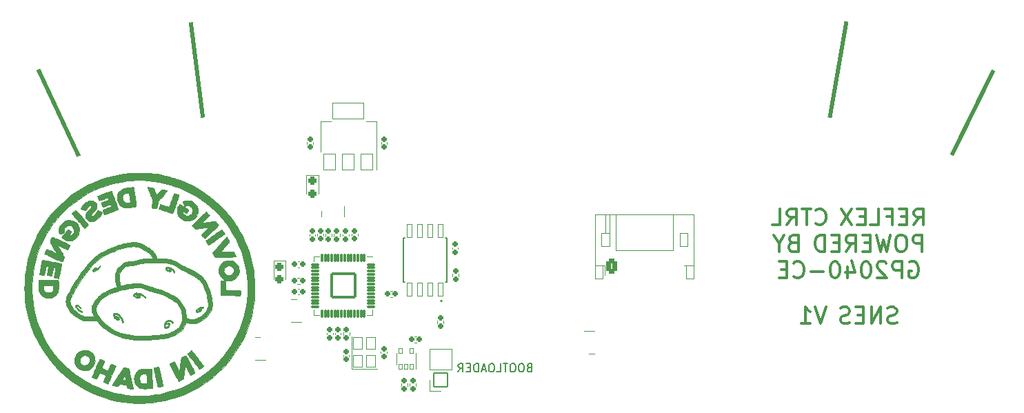
<source format=gbr>
%TF.GenerationSoftware,KiCad,Pcbnew,(7.0.0-0)*%
%TF.CreationDate,2023-06-11T14:42:47-06:00*%
%TF.ProjectId,snes_controller_pcb,736e6573-5f63-46f6-9e74-726f6c6c6572,4a*%
%TF.SameCoordinates,Original*%
%TF.FileFunction,Legend,Bot*%
%TF.FilePolarity,Positive*%
%FSLAX46Y46*%
G04 Gerber Fmt 4.6, Leading zero omitted, Abs format (unit mm)*
G04 Created by KiCad (PCBNEW (7.0.0-0)) date 2023-06-11 14:42:47*
%MOMM*%
%LPD*%
G01*
G04 APERTURE LIST*
G04 Aperture macros list*
%AMRoundRect*
0 Rectangle with rounded corners*
0 $1 Rounding radius*
0 $2 $3 $4 $5 $6 $7 $8 $9 X,Y pos of 4 corners*
0 Add a 4 corners polygon primitive as box body*
4,1,4,$2,$3,$4,$5,$6,$7,$8,$9,$2,$3,0*
0 Add four circle primitives for the rounded corners*
1,1,$1+$1,$2,$3*
1,1,$1+$1,$4,$5*
1,1,$1+$1,$6,$7*
1,1,$1+$1,$8,$9*
0 Add four rect primitives between the rounded corners*
20,1,$1+$1,$2,$3,$4,$5,0*
20,1,$1+$1,$4,$5,$6,$7,0*
20,1,$1+$1,$6,$7,$8,$9,0*
20,1,$1+$1,$8,$9,$2,$3,0*%
G04 Aperture macros list end*
%ADD10C,0.500000*%
%ADD11C,0.300000*%
%ADD12C,0.150000*%
%ADD13C,0.120000*%
%ADD14C,0.010000*%
%ADD15C,0.127000*%
%ADD16C,0.200000*%
%ADD17C,2.301600*%
%ADD18C,4.601600*%
%ADD19C,2.201600*%
%ADD20C,1.901600*%
%ADD21RoundRect,0.050800X0.750000X-1.000000X0.750000X1.000000X-0.750000X1.000000X-0.750000X-1.000000X0*%
%ADD22RoundRect,0.050800X1.900000X-1.000000X1.900000X1.000000X-1.900000X1.000000X-1.900000X-1.000000X0*%
%ADD23RoundRect,0.190800X0.140000X0.170000X-0.140000X0.170000X-0.140000X-0.170000X0.140000X-0.170000X0*%
%ADD24RoundRect,0.190800X-0.170000X0.140000X-0.170000X-0.140000X0.170000X-0.140000X0.170000X0.140000X0*%
%ADD25O,0.801600X0.301600*%
%ADD26RoundRect,0.185800X-0.185000X0.135000X-0.185000X-0.135000X0.185000X-0.135000X0.185000X0.135000X0*%
%ADD27RoundRect,0.185800X-0.135000X-0.185000X0.135000X-0.185000X0.135000X0.185000X-0.135000X0.185000X0*%
%ADD28RoundRect,0.300800X-0.350000X-0.625000X0.350000X-0.625000X0.350000X0.625000X-0.350000X0.625000X0*%
%ADD29O,1.301600X1.851600*%
%ADD30RoundRect,0.190800X-0.140000X-0.170000X0.140000X-0.170000X0.140000X0.170000X-0.140000X0.170000X0*%
%ADD31RoundRect,0.190800X0.170000X-0.140000X0.170000X0.140000X-0.170000X0.140000X-0.170000X-0.140000X0*%
%ADD32O,0.301600X0.801600*%
%ADD33RoundRect,0.050800X-0.850000X-0.850000X0.850000X-0.850000X0.850000X0.850000X-0.850000X0.850000X0*%
%ADD34O,1.801600X1.801600*%
%ADD35RoundRect,0.269550X-0.256250X0.218750X-0.256250X-0.218750X0.256250X-0.218750X0.256250X0.218750X0*%
%ADD36RoundRect,0.050800X0.200000X-0.325000X0.200000X0.325000X-0.200000X0.325000X-0.200000X-0.325000X0*%
%ADD37RoundRect,0.185800X0.185000X-0.135000X0.185000X0.135000X-0.185000X0.135000X-0.185000X-0.135000X0*%
%ADD38RoundRect,0.050800X0.290000X-0.805000X0.290000X0.805000X-0.290000X0.805000X-0.290000X-0.805000X0*%
%ADD39RoundRect,0.050800X0.575000X-0.700000X0.575000X0.700000X-0.575000X0.700000X-0.575000X-0.700000X0*%
%ADD40RoundRect,0.100800X0.387500X0.050000X-0.387500X0.050000X-0.387500X-0.050000X0.387500X-0.050000X0*%
%ADD41RoundRect,0.100800X0.050000X0.387500X-0.050000X0.387500X-0.050000X-0.387500X0.050000X-0.387500X0*%
%ADD42RoundRect,0.194800X1.456000X1.456000X-1.456000X1.456000X-1.456000X-1.456000X1.456000X-1.456000X0*%
G04 APERTURE END LIST*
D10*
X83680000Y-92670000D02*
X77770000Y-79930000D01*
X189885000Y-92575000D02*
X196040000Y-80000000D01*
X175230000Y-88040000D02*
X177700000Y-73850000D01*
X98590000Y-88100000D02*
X96830000Y-74020000D01*
D11*
X185780953Y-100067252D02*
X186447620Y-99114871D01*
X186923810Y-100067252D02*
X186923810Y-98067252D01*
X186923810Y-98067252D02*
X186161905Y-98067252D01*
X186161905Y-98067252D02*
X185971429Y-98162491D01*
X185971429Y-98162491D02*
X185876191Y-98257729D01*
X185876191Y-98257729D02*
X185780953Y-98448205D01*
X185780953Y-98448205D02*
X185780953Y-98733919D01*
X185780953Y-98733919D02*
X185876191Y-98924395D01*
X185876191Y-98924395D02*
X185971429Y-99019633D01*
X185971429Y-99019633D02*
X186161905Y-99114871D01*
X186161905Y-99114871D02*
X186923810Y-99114871D01*
X184923810Y-99019633D02*
X184257143Y-99019633D01*
X183971429Y-100067252D02*
X184923810Y-100067252D01*
X184923810Y-100067252D02*
X184923810Y-98067252D01*
X184923810Y-98067252D02*
X183971429Y-98067252D01*
X182447619Y-99019633D02*
X183114286Y-99019633D01*
X183114286Y-100067252D02*
X183114286Y-98067252D01*
X183114286Y-98067252D02*
X182161905Y-98067252D01*
X180447619Y-100067252D02*
X181400000Y-100067252D01*
X181400000Y-100067252D02*
X181400000Y-98067252D01*
X179780952Y-99019633D02*
X179114285Y-99019633D01*
X178828571Y-100067252D02*
X179780952Y-100067252D01*
X179780952Y-100067252D02*
X179780952Y-98067252D01*
X179780952Y-98067252D02*
X178828571Y-98067252D01*
X178161904Y-98067252D02*
X176828571Y-100067252D01*
X176828571Y-98067252D02*
X178161904Y-100067252D01*
X173723809Y-99876776D02*
X173819047Y-99972014D01*
X173819047Y-99972014D02*
X174104761Y-100067252D01*
X174104761Y-100067252D02*
X174295237Y-100067252D01*
X174295237Y-100067252D02*
X174580952Y-99972014D01*
X174580952Y-99972014D02*
X174771428Y-99781538D01*
X174771428Y-99781538D02*
X174866666Y-99591062D01*
X174866666Y-99591062D02*
X174961904Y-99210110D01*
X174961904Y-99210110D02*
X174961904Y-98924395D01*
X174961904Y-98924395D02*
X174866666Y-98543443D01*
X174866666Y-98543443D02*
X174771428Y-98352967D01*
X174771428Y-98352967D02*
X174580952Y-98162491D01*
X174580952Y-98162491D02*
X174295237Y-98067252D01*
X174295237Y-98067252D02*
X174104761Y-98067252D01*
X174104761Y-98067252D02*
X173819047Y-98162491D01*
X173819047Y-98162491D02*
X173723809Y-98257729D01*
X173152380Y-98067252D02*
X172009523Y-98067252D01*
X172580952Y-100067252D02*
X172580952Y-98067252D01*
X170199999Y-100067252D02*
X170866666Y-99114871D01*
X171342856Y-100067252D02*
X171342856Y-98067252D01*
X171342856Y-98067252D02*
X170580951Y-98067252D01*
X170580951Y-98067252D02*
X170390475Y-98162491D01*
X170390475Y-98162491D02*
X170295237Y-98257729D01*
X170295237Y-98257729D02*
X170199999Y-98448205D01*
X170199999Y-98448205D02*
X170199999Y-98733919D01*
X170199999Y-98733919D02*
X170295237Y-98924395D01*
X170295237Y-98924395D02*
X170390475Y-99019633D01*
X170390475Y-99019633D02*
X170580951Y-99114871D01*
X170580951Y-99114871D02*
X171342856Y-99114871D01*
X168390475Y-100067252D02*
X169342856Y-100067252D01*
X169342856Y-100067252D02*
X169342856Y-98067252D01*
X186780952Y-103307252D02*
X186780952Y-101307252D01*
X186780952Y-101307252D02*
X186019047Y-101307252D01*
X186019047Y-101307252D02*
X185828571Y-101402491D01*
X185828571Y-101402491D02*
X185733333Y-101497729D01*
X185733333Y-101497729D02*
X185638095Y-101688205D01*
X185638095Y-101688205D02*
X185638095Y-101973919D01*
X185638095Y-101973919D02*
X185733333Y-102164395D01*
X185733333Y-102164395D02*
X185828571Y-102259633D01*
X185828571Y-102259633D02*
X186019047Y-102354871D01*
X186019047Y-102354871D02*
X186780952Y-102354871D01*
X184400000Y-101307252D02*
X184019047Y-101307252D01*
X184019047Y-101307252D02*
X183828571Y-101402491D01*
X183828571Y-101402491D02*
X183638095Y-101592967D01*
X183638095Y-101592967D02*
X183542857Y-101973919D01*
X183542857Y-101973919D02*
X183542857Y-102640586D01*
X183542857Y-102640586D02*
X183638095Y-103021538D01*
X183638095Y-103021538D02*
X183828571Y-103212014D01*
X183828571Y-103212014D02*
X184019047Y-103307252D01*
X184019047Y-103307252D02*
X184400000Y-103307252D01*
X184400000Y-103307252D02*
X184590476Y-103212014D01*
X184590476Y-103212014D02*
X184780952Y-103021538D01*
X184780952Y-103021538D02*
X184876190Y-102640586D01*
X184876190Y-102640586D02*
X184876190Y-101973919D01*
X184876190Y-101973919D02*
X184780952Y-101592967D01*
X184780952Y-101592967D02*
X184590476Y-101402491D01*
X184590476Y-101402491D02*
X184400000Y-101307252D01*
X182876190Y-101307252D02*
X182400000Y-103307252D01*
X182400000Y-103307252D02*
X182019047Y-101878681D01*
X182019047Y-101878681D02*
X181638095Y-103307252D01*
X181638095Y-103307252D02*
X181161905Y-101307252D01*
X180400000Y-102259633D02*
X179733333Y-102259633D01*
X179447619Y-103307252D02*
X180400000Y-103307252D01*
X180400000Y-103307252D02*
X180400000Y-101307252D01*
X180400000Y-101307252D02*
X179447619Y-101307252D01*
X177447619Y-103307252D02*
X178114286Y-102354871D01*
X178590476Y-103307252D02*
X178590476Y-101307252D01*
X178590476Y-101307252D02*
X177828571Y-101307252D01*
X177828571Y-101307252D02*
X177638095Y-101402491D01*
X177638095Y-101402491D02*
X177542857Y-101497729D01*
X177542857Y-101497729D02*
X177447619Y-101688205D01*
X177447619Y-101688205D02*
X177447619Y-101973919D01*
X177447619Y-101973919D02*
X177542857Y-102164395D01*
X177542857Y-102164395D02*
X177638095Y-102259633D01*
X177638095Y-102259633D02*
X177828571Y-102354871D01*
X177828571Y-102354871D02*
X178590476Y-102354871D01*
X176590476Y-102259633D02*
X175923809Y-102259633D01*
X175638095Y-103307252D02*
X176590476Y-103307252D01*
X176590476Y-103307252D02*
X176590476Y-101307252D01*
X176590476Y-101307252D02*
X175638095Y-101307252D01*
X174780952Y-103307252D02*
X174780952Y-101307252D01*
X174780952Y-101307252D02*
X174304762Y-101307252D01*
X174304762Y-101307252D02*
X174019047Y-101402491D01*
X174019047Y-101402491D02*
X173828571Y-101592967D01*
X173828571Y-101592967D02*
X173733333Y-101783443D01*
X173733333Y-101783443D02*
X173638095Y-102164395D01*
X173638095Y-102164395D02*
X173638095Y-102450110D01*
X173638095Y-102450110D02*
X173733333Y-102831062D01*
X173733333Y-102831062D02*
X173828571Y-103021538D01*
X173828571Y-103021538D02*
X174019047Y-103212014D01*
X174019047Y-103212014D02*
X174304762Y-103307252D01*
X174304762Y-103307252D02*
X174780952Y-103307252D01*
X170914285Y-102259633D02*
X170628571Y-102354871D01*
X170628571Y-102354871D02*
X170533333Y-102450110D01*
X170533333Y-102450110D02*
X170438095Y-102640586D01*
X170438095Y-102640586D02*
X170438095Y-102926300D01*
X170438095Y-102926300D02*
X170533333Y-103116776D01*
X170533333Y-103116776D02*
X170628571Y-103212014D01*
X170628571Y-103212014D02*
X170819047Y-103307252D01*
X170819047Y-103307252D02*
X171580952Y-103307252D01*
X171580952Y-103307252D02*
X171580952Y-101307252D01*
X171580952Y-101307252D02*
X170914285Y-101307252D01*
X170914285Y-101307252D02*
X170723809Y-101402491D01*
X170723809Y-101402491D02*
X170628571Y-101497729D01*
X170628571Y-101497729D02*
X170533333Y-101688205D01*
X170533333Y-101688205D02*
X170533333Y-101878681D01*
X170533333Y-101878681D02*
X170628571Y-102069157D01*
X170628571Y-102069157D02*
X170723809Y-102164395D01*
X170723809Y-102164395D02*
X170914285Y-102259633D01*
X170914285Y-102259633D02*
X171580952Y-102259633D01*
X169200000Y-102354871D02*
X169200000Y-103307252D01*
X169866666Y-101307252D02*
X169200000Y-102354871D01*
X169200000Y-102354871D02*
X168533333Y-101307252D01*
X185228571Y-104642491D02*
X185419047Y-104547252D01*
X185419047Y-104547252D02*
X185704761Y-104547252D01*
X185704761Y-104547252D02*
X185990476Y-104642491D01*
X185990476Y-104642491D02*
X186180952Y-104832967D01*
X186180952Y-104832967D02*
X186276190Y-105023443D01*
X186276190Y-105023443D02*
X186371428Y-105404395D01*
X186371428Y-105404395D02*
X186371428Y-105690110D01*
X186371428Y-105690110D02*
X186276190Y-106071062D01*
X186276190Y-106071062D02*
X186180952Y-106261538D01*
X186180952Y-106261538D02*
X185990476Y-106452014D01*
X185990476Y-106452014D02*
X185704761Y-106547252D01*
X185704761Y-106547252D02*
X185514285Y-106547252D01*
X185514285Y-106547252D02*
X185228571Y-106452014D01*
X185228571Y-106452014D02*
X185133333Y-106356776D01*
X185133333Y-106356776D02*
X185133333Y-105690110D01*
X185133333Y-105690110D02*
X185514285Y-105690110D01*
X184276190Y-106547252D02*
X184276190Y-104547252D01*
X184276190Y-104547252D02*
X183514285Y-104547252D01*
X183514285Y-104547252D02*
X183323809Y-104642491D01*
X183323809Y-104642491D02*
X183228571Y-104737729D01*
X183228571Y-104737729D02*
X183133333Y-104928205D01*
X183133333Y-104928205D02*
X183133333Y-105213919D01*
X183133333Y-105213919D02*
X183228571Y-105404395D01*
X183228571Y-105404395D02*
X183323809Y-105499633D01*
X183323809Y-105499633D02*
X183514285Y-105594871D01*
X183514285Y-105594871D02*
X184276190Y-105594871D01*
X182371428Y-104737729D02*
X182276190Y-104642491D01*
X182276190Y-104642491D02*
X182085714Y-104547252D01*
X182085714Y-104547252D02*
X181609523Y-104547252D01*
X181609523Y-104547252D02*
X181419047Y-104642491D01*
X181419047Y-104642491D02*
X181323809Y-104737729D01*
X181323809Y-104737729D02*
X181228571Y-104928205D01*
X181228571Y-104928205D02*
X181228571Y-105118681D01*
X181228571Y-105118681D02*
X181323809Y-105404395D01*
X181323809Y-105404395D02*
X182466666Y-106547252D01*
X182466666Y-106547252D02*
X181228571Y-106547252D01*
X179990476Y-104547252D02*
X179799999Y-104547252D01*
X179799999Y-104547252D02*
X179609523Y-104642491D01*
X179609523Y-104642491D02*
X179514285Y-104737729D01*
X179514285Y-104737729D02*
X179419047Y-104928205D01*
X179419047Y-104928205D02*
X179323809Y-105309157D01*
X179323809Y-105309157D02*
X179323809Y-105785348D01*
X179323809Y-105785348D02*
X179419047Y-106166300D01*
X179419047Y-106166300D02*
X179514285Y-106356776D01*
X179514285Y-106356776D02*
X179609523Y-106452014D01*
X179609523Y-106452014D02*
X179799999Y-106547252D01*
X179799999Y-106547252D02*
X179990476Y-106547252D01*
X179990476Y-106547252D02*
X180180952Y-106452014D01*
X180180952Y-106452014D02*
X180276190Y-106356776D01*
X180276190Y-106356776D02*
X180371428Y-106166300D01*
X180371428Y-106166300D02*
X180466666Y-105785348D01*
X180466666Y-105785348D02*
X180466666Y-105309157D01*
X180466666Y-105309157D02*
X180371428Y-104928205D01*
X180371428Y-104928205D02*
X180276190Y-104737729D01*
X180276190Y-104737729D02*
X180180952Y-104642491D01*
X180180952Y-104642491D02*
X179990476Y-104547252D01*
X177609523Y-105213919D02*
X177609523Y-106547252D01*
X178085714Y-104452014D02*
X178561904Y-105880586D01*
X178561904Y-105880586D02*
X177323809Y-105880586D01*
X176180952Y-104547252D02*
X175990475Y-104547252D01*
X175990475Y-104547252D02*
X175799999Y-104642491D01*
X175799999Y-104642491D02*
X175704761Y-104737729D01*
X175704761Y-104737729D02*
X175609523Y-104928205D01*
X175609523Y-104928205D02*
X175514285Y-105309157D01*
X175514285Y-105309157D02*
X175514285Y-105785348D01*
X175514285Y-105785348D02*
X175609523Y-106166300D01*
X175609523Y-106166300D02*
X175704761Y-106356776D01*
X175704761Y-106356776D02*
X175799999Y-106452014D01*
X175799999Y-106452014D02*
X175990475Y-106547252D01*
X175990475Y-106547252D02*
X176180952Y-106547252D01*
X176180952Y-106547252D02*
X176371428Y-106452014D01*
X176371428Y-106452014D02*
X176466666Y-106356776D01*
X176466666Y-106356776D02*
X176561904Y-106166300D01*
X176561904Y-106166300D02*
X176657142Y-105785348D01*
X176657142Y-105785348D02*
X176657142Y-105309157D01*
X176657142Y-105309157D02*
X176561904Y-104928205D01*
X176561904Y-104928205D02*
X176466666Y-104737729D01*
X176466666Y-104737729D02*
X176371428Y-104642491D01*
X176371428Y-104642491D02*
X176180952Y-104547252D01*
X174657142Y-105785348D02*
X173133333Y-105785348D01*
X171038095Y-106356776D02*
X171133333Y-106452014D01*
X171133333Y-106452014D02*
X171419047Y-106547252D01*
X171419047Y-106547252D02*
X171609523Y-106547252D01*
X171609523Y-106547252D02*
X171895238Y-106452014D01*
X171895238Y-106452014D02*
X172085714Y-106261538D01*
X172085714Y-106261538D02*
X172180952Y-106071062D01*
X172180952Y-106071062D02*
X172276190Y-105690110D01*
X172276190Y-105690110D02*
X172276190Y-105404395D01*
X172276190Y-105404395D02*
X172180952Y-105023443D01*
X172180952Y-105023443D02*
X172085714Y-104832967D01*
X172085714Y-104832967D02*
X171895238Y-104642491D01*
X171895238Y-104642491D02*
X171609523Y-104547252D01*
X171609523Y-104547252D02*
X171419047Y-104547252D01*
X171419047Y-104547252D02*
X171133333Y-104642491D01*
X171133333Y-104642491D02*
X171038095Y-104737729D01*
X170180952Y-105499633D02*
X169514285Y-105499633D01*
X169228571Y-106547252D02*
X170180952Y-106547252D01*
X170180952Y-106547252D02*
X170180952Y-104547252D01*
X170180952Y-104547252D02*
X169228571Y-104547252D01*
X183685714Y-112052014D02*
X183400000Y-112147252D01*
X183400000Y-112147252D02*
X182923809Y-112147252D01*
X182923809Y-112147252D02*
X182733333Y-112052014D01*
X182733333Y-112052014D02*
X182638095Y-111956776D01*
X182638095Y-111956776D02*
X182542857Y-111766300D01*
X182542857Y-111766300D02*
X182542857Y-111575824D01*
X182542857Y-111575824D02*
X182638095Y-111385348D01*
X182638095Y-111385348D02*
X182733333Y-111290110D01*
X182733333Y-111290110D02*
X182923809Y-111194871D01*
X182923809Y-111194871D02*
X183304762Y-111099633D01*
X183304762Y-111099633D02*
X183495238Y-111004395D01*
X183495238Y-111004395D02*
X183590476Y-110909157D01*
X183590476Y-110909157D02*
X183685714Y-110718681D01*
X183685714Y-110718681D02*
X183685714Y-110528205D01*
X183685714Y-110528205D02*
X183590476Y-110337729D01*
X183590476Y-110337729D02*
X183495238Y-110242491D01*
X183495238Y-110242491D02*
X183304762Y-110147252D01*
X183304762Y-110147252D02*
X182828571Y-110147252D01*
X182828571Y-110147252D02*
X182542857Y-110242491D01*
X181685714Y-112147252D02*
X181685714Y-110147252D01*
X181685714Y-110147252D02*
X180542857Y-112147252D01*
X180542857Y-112147252D02*
X180542857Y-110147252D01*
X179590476Y-111099633D02*
X178923809Y-111099633D01*
X178638095Y-112147252D02*
X179590476Y-112147252D01*
X179590476Y-112147252D02*
X179590476Y-110147252D01*
X179590476Y-110147252D02*
X178638095Y-110147252D01*
X177876190Y-112052014D02*
X177590476Y-112147252D01*
X177590476Y-112147252D02*
X177114285Y-112147252D01*
X177114285Y-112147252D02*
X176923809Y-112052014D01*
X176923809Y-112052014D02*
X176828571Y-111956776D01*
X176828571Y-111956776D02*
X176733333Y-111766300D01*
X176733333Y-111766300D02*
X176733333Y-111575824D01*
X176733333Y-111575824D02*
X176828571Y-111385348D01*
X176828571Y-111385348D02*
X176923809Y-111290110D01*
X176923809Y-111290110D02*
X177114285Y-111194871D01*
X177114285Y-111194871D02*
X177495238Y-111099633D01*
X177495238Y-111099633D02*
X177685714Y-111004395D01*
X177685714Y-111004395D02*
X177780952Y-110909157D01*
X177780952Y-110909157D02*
X177876190Y-110718681D01*
X177876190Y-110718681D02*
X177876190Y-110528205D01*
X177876190Y-110528205D02*
X177780952Y-110337729D01*
X177780952Y-110337729D02*
X177685714Y-110242491D01*
X177685714Y-110242491D02*
X177495238Y-110147252D01*
X177495238Y-110147252D02*
X177019047Y-110147252D01*
X177019047Y-110147252D02*
X176733333Y-110242491D01*
X174961904Y-110147252D02*
X174295238Y-112147252D01*
X174295238Y-112147252D02*
X173628571Y-110147252D01*
X171914285Y-112147252D02*
X173057142Y-112147252D01*
X172485714Y-112147252D02*
X172485714Y-110147252D01*
X172485714Y-110147252D02*
X172676190Y-110432967D01*
X172676190Y-110432967D02*
X172866666Y-110623443D01*
X172866666Y-110623443D02*
X173057142Y-110718681D01*
D12*
X138528571Y-117558571D02*
X138385714Y-117606190D01*
X138385714Y-117606190D02*
X138338095Y-117653809D01*
X138338095Y-117653809D02*
X138290476Y-117749047D01*
X138290476Y-117749047D02*
X138290476Y-117891904D01*
X138290476Y-117891904D02*
X138338095Y-117987142D01*
X138338095Y-117987142D02*
X138385714Y-118034761D01*
X138385714Y-118034761D02*
X138480952Y-118082380D01*
X138480952Y-118082380D02*
X138861904Y-118082380D01*
X138861904Y-118082380D02*
X138861904Y-117082380D01*
X138861904Y-117082380D02*
X138528571Y-117082380D01*
X138528571Y-117082380D02*
X138433333Y-117130000D01*
X138433333Y-117130000D02*
X138385714Y-117177619D01*
X138385714Y-117177619D02*
X138338095Y-117272857D01*
X138338095Y-117272857D02*
X138338095Y-117368095D01*
X138338095Y-117368095D02*
X138385714Y-117463333D01*
X138385714Y-117463333D02*
X138433333Y-117510952D01*
X138433333Y-117510952D02*
X138528571Y-117558571D01*
X138528571Y-117558571D02*
X138861904Y-117558571D01*
X137671428Y-117082380D02*
X137480952Y-117082380D01*
X137480952Y-117082380D02*
X137385714Y-117130000D01*
X137385714Y-117130000D02*
X137290476Y-117225238D01*
X137290476Y-117225238D02*
X137242857Y-117415714D01*
X137242857Y-117415714D02*
X137242857Y-117749047D01*
X137242857Y-117749047D02*
X137290476Y-117939523D01*
X137290476Y-117939523D02*
X137385714Y-118034761D01*
X137385714Y-118034761D02*
X137480952Y-118082380D01*
X137480952Y-118082380D02*
X137671428Y-118082380D01*
X137671428Y-118082380D02*
X137766666Y-118034761D01*
X137766666Y-118034761D02*
X137861904Y-117939523D01*
X137861904Y-117939523D02*
X137909523Y-117749047D01*
X137909523Y-117749047D02*
X137909523Y-117415714D01*
X137909523Y-117415714D02*
X137861904Y-117225238D01*
X137861904Y-117225238D02*
X137766666Y-117130000D01*
X137766666Y-117130000D02*
X137671428Y-117082380D01*
X136623809Y-117082380D02*
X136433333Y-117082380D01*
X136433333Y-117082380D02*
X136338095Y-117130000D01*
X136338095Y-117130000D02*
X136242857Y-117225238D01*
X136242857Y-117225238D02*
X136195238Y-117415714D01*
X136195238Y-117415714D02*
X136195238Y-117749047D01*
X136195238Y-117749047D02*
X136242857Y-117939523D01*
X136242857Y-117939523D02*
X136338095Y-118034761D01*
X136338095Y-118034761D02*
X136433333Y-118082380D01*
X136433333Y-118082380D02*
X136623809Y-118082380D01*
X136623809Y-118082380D02*
X136719047Y-118034761D01*
X136719047Y-118034761D02*
X136814285Y-117939523D01*
X136814285Y-117939523D02*
X136861904Y-117749047D01*
X136861904Y-117749047D02*
X136861904Y-117415714D01*
X136861904Y-117415714D02*
X136814285Y-117225238D01*
X136814285Y-117225238D02*
X136719047Y-117130000D01*
X136719047Y-117130000D02*
X136623809Y-117082380D01*
X135909523Y-117082380D02*
X135338095Y-117082380D01*
X135623809Y-118082380D02*
X135623809Y-117082380D01*
X134528571Y-118082380D02*
X135004761Y-118082380D01*
X135004761Y-118082380D02*
X135004761Y-117082380D01*
X134004761Y-117082380D02*
X133814285Y-117082380D01*
X133814285Y-117082380D02*
X133719047Y-117130000D01*
X133719047Y-117130000D02*
X133623809Y-117225238D01*
X133623809Y-117225238D02*
X133576190Y-117415714D01*
X133576190Y-117415714D02*
X133576190Y-117749047D01*
X133576190Y-117749047D02*
X133623809Y-117939523D01*
X133623809Y-117939523D02*
X133719047Y-118034761D01*
X133719047Y-118034761D02*
X133814285Y-118082380D01*
X133814285Y-118082380D02*
X134004761Y-118082380D01*
X134004761Y-118082380D02*
X134099999Y-118034761D01*
X134099999Y-118034761D02*
X134195237Y-117939523D01*
X134195237Y-117939523D02*
X134242856Y-117749047D01*
X134242856Y-117749047D02*
X134242856Y-117415714D01*
X134242856Y-117415714D02*
X134195237Y-117225238D01*
X134195237Y-117225238D02*
X134099999Y-117130000D01*
X134099999Y-117130000D02*
X134004761Y-117082380D01*
X133195237Y-117796666D02*
X132719047Y-117796666D01*
X133290475Y-118082380D02*
X132957142Y-117082380D01*
X132957142Y-117082380D02*
X132623809Y-118082380D01*
X132290475Y-118082380D02*
X132290475Y-117082380D01*
X132290475Y-117082380D02*
X132052380Y-117082380D01*
X132052380Y-117082380D02*
X131909523Y-117130000D01*
X131909523Y-117130000D02*
X131814285Y-117225238D01*
X131814285Y-117225238D02*
X131766666Y-117320476D01*
X131766666Y-117320476D02*
X131719047Y-117510952D01*
X131719047Y-117510952D02*
X131719047Y-117653809D01*
X131719047Y-117653809D02*
X131766666Y-117844285D01*
X131766666Y-117844285D02*
X131814285Y-117939523D01*
X131814285Y-117939523D02*
X131909523Y-118034761D01*
X131909523Y-118034761D02*
X132052380Y-118082380D01*
X132052380Y-118082380D02*
X132290475Y-118082380D01*
X131290475Y-117558571D02*
X130957142Y-117558571D01*
X130814285Y-118082380D02*
X131290475Y-118082380D01*
X131290475Y-118082380D02*
X131290475Y-117082380D01*
X131290475Y-117082380D02*
X130814285Y-117082380D01*
X129814285Y-118082380D02*
X130147618Y-117606190D01*
X130385713Y-118082380D02*
X130385713Y-117082380D01*
X130385713Y-117082380D02*
X130004761Y-117082380D01*
X130004761Y-117082380D02*
X129909523Y-117130000D01*
X129909523Y-117130000D02*
X129861904Y-117177619D01*
X129861904Y-117177619D02*
X129814285Y-117272857D01*
X129814285Y-117272857D02*
X129814285Y-117415714D01*
X129814285Y-117415714D02*
X129861904Y-117510952D01*
X129861904Y-117510952D02*
X129909523Y-117558571D01*
X129909523Y-117558571D02*
X130004761Y-117606190D01*
X130004761Y-117606190D02*
X130385713Y-117606190D01*
D13*
%TO.C,U3*%
X119750000Y-93300000D02*
X119750000Y-87290000D01*
X112930000Y-91050000D02*
X112930000Y-87290000D01*
X112930000Y-87290000D02*
X114190000Y-87290000D01*
X119750000Y-87290000D02*
X118490000Y-87290000D01*
%TO.C,C11*%
X110317836Y-108610000D02*
X110102164Y-108610000D01*
X110317836Y-107890000D02*
X110102164Y-107890000D01*
%TO.C,C5*%
X129790000Y-102813845D02*
X129790000Y-103029517D01*
X129070000Y-102813845D02*
X129070000Y-103029517D01*
%TO.C,U5*%
X110585000Y-112000000D02*
X109285000Y-112000000D01*
X109935000Y-109200000D02*
X109285000Y-109200000D01*
%TO.C,U2*%
X106160000Y-116620000D02*
X104860000Y-116620000D01*
X105510000Y-113820000D02*
X104860000Y-113820000D01*
%TO.C,R5*%
X116450000Y-113266359D02*
X116450000Y-113573641D01*
X115690000Y-113266359D02*
X115690000Y-113573641D01*
%TO.C,Ref\u002A\u002A*%
G36*
X85872327Y-105074611D02*
G01*
X85867462Y-105110330D01*
X85835288Y-105168402D01*
X85780699Y-105242053D01*
X85709066Y-105325630D01*
X85625757Y-105413485D01*
X85536141Y-105499964D01*
X85445590Y-105579419D01*
X85359471Y-105646197D01*
X85283156Y-105694648D01*
X85172730Y-105742260D01*
X85072320Y-105763753D01*
X84987824Y-105761040D01*
X84923532Y-105736900D01*
X84883734Y-105694111D01*
X84872722Y-105635451D01*
X84894785Y-105563700D01*
X84954216Y-105481635D01*
X84955722Y-105480009D01*
X85022517Y-105419711D01*
X85102608Y-105364529D01*
X85188101Y-105317798D01*
X85271104Y-105282855D01*
X85343722Y-105263037D01*
X85398062Y-105261680D01*
X85426232Y-105282120D01*
X85431474Y-105304592D01*
X85423495Y-105327912D01*
X85394742Y-105353193D01*
X85339230Y-105385480D01*
X85250974Y-105429816D01*
X85211288Y-105449907D01*
X85116159Y-105505481D01*
X85047475Y-105557418D01*
X85009642Y-105602001D01*
X85007069Y-105635515D01*
X85012841Y-105641475D01*
X85052773Y-105647718D01*
X85117480Y-105633295D01*
X85198489Y-105599788D01*
X85273681Y-105556115D01*
X85392141Y-105466775D01*
X85516276Y-105352104D01*
X85637845Y-105219242D01*
X85687718Y-105161858D01*
X85759175Y-105089539D01*
X85812399Y-105051733D01*
X85849434Y-105047177D01*
X85872327Y-105074611D01*
G37*
D14*
X85872327Y-105074611D02*
X85867462Y-105110330D01*
X85835288Y-105168402D01*
X85780699Y-105242053D01*
X85709066Y-105325630D01*
X85625757Y-105413485D01*
X85536141Y-105499964D01*
X85445590Y-105579419D01*
X85359471Y-105646197D01*
X85283156Y-105694648D01*
X85172730Y-105742260D01*
X85072320Y-105763753D01*
X84987824Y-105761040D01*
X84923532Y-105736900D01*
X84883734Y-105694111D01*
X84872722Y-105635451D01*
X84894785Y-105563700D01*
X84954216Y-105481635D01*
X84955722Y-105480009D01*
X85022517Y-105419711D01*
X85102608Y-105364529D01*
X85188101Y-105317798D01*
X85271104Y-105282855D01*
X85343722Y-105263037D01*
X85398062Y-105261680D01*
X85426232Y-105282120D01*
X85431474Y-105304592D01*
X85423495Y-105327912D01*
X85394742Y-105353193D01*
X85339230Y-105385480D01*
X85250974Y-105429816D01*
X85211288Y-105449907D01*
X85116159Y-105505481D01*
X85047475Y-105557418D01*
X85009642Y-105602001D01*
X85007069Y-105635515D01*
X85012841Y-105641475D01*
X85052773Y-105647718D01*
X85117480Y-105633295D01*
X85198489Y-105599788D01*
X85273681Y-105556115D01*
X85392141Y-105466775D01*
X85516276Y-105352104D01*
X85637845Y-105219242D01*
X85687718Y-105161858D01*
X85759175Y-105089539D01*
X85812399Y-105051733D01*
X85849434Y-105047177D01*
X85872327Y-105074611D01*
G36*
X83082567Y-109866746D02*
G01*
X83182532Y-109913984D01*
X83284037Y-109989989D01*
X83321589Y-110025637D01*
X83386525Y-110095609D01*
X83441776Y-110164942D01*
X83480180Y-110224301D01*
X83494572Y-110264352D01*
X83485573Y-110286160D01*
X83451604Y-110315177D01*
X83429104Y-110324447D01*
X83398476Y-110318551D01*
X83361645Y-110281870D01*
X83289626Y-110197022D01*
X83226307Y-110127372D01*
X83174900Y-110078680D01*
X83128174Y-110044176D01*
X83078897Y-110017087D01*
X83019000Y-109992908D01*
X82969633Y-109989448D01*
X82948225Y-110016670D01*
X82953502Y-110075162D01*
X82969633Y-110111198D01*
X83017815Y-110176754D01*
X83089402Y-110253948D01*
X83177266Y-110336220D01*
X83274279Y-110417010D01*
X83373312Y-110489761D01*
X83467238Y-110547912D01*
X83544520Y-110591673D01*
X83611718Y-110635801D01*
X83647388Y-110670739D01*
X83655622Y-110700792D01*
X83640513Y-110730270D01*
X83628523Y-110743300D01*
X83606152Y-110755571D01*
X83574385Y-110752617D01*
X83523981Y-110732729D01*
X83445701Y-110694195D01*
X83444226Y-110693444D01*
X83284596Y-110602070D01*
X83141325Y-110500400D01*
X83018268Y-110392692D01*
X82919280Y-110283206D01*
X82848215Y-110176200D01*
X82808929Y-110075934D01*
X82805276Y-109986666D01*
X82810116Y-109966239D01*
X82847919Y-109898021D01*
X82909661Y-109858726D01*
X82989744Y-109848314D01*
X83082567Y-109866746D01*
G37*
X83082567Y-109866746D02*
X83182532Y-109913984D01*
X83284037Y-109989989D01*
X83321589Y-110025637D01*
X83386525Y-110095609D01*
X83441776Y-110164942D01*
X83480180Y-110224301D01*
X83494572Y-110264352D01*
X83485573Y-110286160D01*
X83451604Y-110315177D01*
X83429104Y-110324447D01*
X83398476Y-110318551D01*
X83361645Y-110281870D01*
X83289626Y-110197022D01*
X83226307Y-110127372D01*
X83174900Y-110078680D01*
X83128174Y-110044176D01*
X83078897Y-110017087D01*
X83019000Y-109992908D01*
X82969633Y-109989448D01*
X82948225Y-110016670D01*
X82953502Y-110075162D01*
X82969633Y-110111198D01*
X83017815Y-110176754D01*
X83089402Y-110253948D01*
X83177266Y-110336220D01*
X83274279Y-110417010D01*
X83373312Y-110489761D01*
X83467238Y-110547912D01*
X83544520Y-110591673D01*
X83611718Y-110635801D01*
X83647388Y-110670739D01*
X83655622Y-110700792D01*
X83640513Y-110730270D01*
X83628523Y-110743300D01*
X83606152Y-110755571D01*
X83574385Y-110752617D01*
X83523981Y-110732729D01*
X83445701Y-110694195D01*
X83444226Y-110693444D01*
X83284596Y-110602070D01*
X83141325Y-110500400D01*
X83018268Y-110392692D01*
X82919280Y-110283206D01*
X82848215Y-110176200D01*
X82808929Y-110075934D01*
X82805276Y-109986666D01*
X82810116Y-109966239D01*
X82847919Y-109898021D01*
X82909661Y-109858726D01*
X82989744Y-109848314D01*
X83082567Y-109866746D01*
G36*
X100793857Y-100653131D02*
G01*
X100831483Y-100694107D01*
X100880656Y-100757277D01*
X100936053Y-100834683D01*
X100992350Y-100918369D01*
X101044225Y-101000379D01*
X101086353Y-101072758D01*
X101113412Y-101127549D01*
X101120078Y-101156796D01*
X101113172Y-101163888D01*
X101075274Y-101193557D01*
X101007299Y-101243245D01*
X100912487Y-101310690D01*
X100794075Y-101393628D01*
X100655301Y-101489799D01*
X100499404Y-101596940D01*
X100329622Y-101712789D01*
X100149193Y-101835083D01*
X100045484Y-101905002D01*
X99869686Y-102022836D01*
X99705581Y-102131981D01*
X99556497Y-102230272D01*
X99425761Y-102315544D01*
X99316700Y-102385635D01*
X99232640Y-102438378D01*
X99176910Y-102471612D01*
X99152836Y-102483171D01*
X99132790Y-102472704D01*
X99093210Y-102432607D01*
X99042989Y-102369932D01*
X98987384Y-102292657D01*
X98931653Y-102208764D01*
X98881052Y-102126234D01*
X98840837Y-102053048D01*
X98816266Y-101997185D01*
X98812596Y-101966627D01*
X98829105Y-101951570D01*
X98877618Y-101914810D01*
X98953963Y-101859793D01*
X99054223Y-101789163D01*
X99174480Y-101705564D01*
X99310819Y-101611641D01*
X99459322Y-101510037D01*
X99616071Y-101403396D01*
X99777151Y-101294363D01*
X99938644Y-101185581D01*
X100096633Y-101079695D01*
X100247201Y-100979349D01*
X100386431Y-100887186D01*
X100510407Y-100805852D01*
X100615210Y-100737988D01*
X100696925Y-100686241D01*
X100751634Y-100653254D01*
X100775421Y-100641671D01*
X100793857Y-100653131D01*
G37*
X100793857Y-100653131D02*
X100831483Y-100694107D01*
X100880656Y-100757277D01*
X100936053Y-100834683D01*
X100992350Y-100918369D01*
X101044225Y-101000379D01*
X101086353Y-101072758D01*
X101113412Y-101127549D01*
X101120078Y-101156796D01*
X101113172Y-101163888D01*
X101075274Y-101193557D01*
X101007299Y-101243245D01*
X100912487Y-101310690D01*
X100794075Y-101393628D01*
X100655301Y-101489799D01*
X100499404Y-101596940D01*
X100329622Y-101712789D01*
X100149193Y-101835083D01*
X100045484Y-101905002D01*
X99869686Y-102022836D01*
X99705581Y-102131981D01*
X99556497Y-102230272D01*
X99425761Y-102315544D01*
X99316700Y-102385635D01*
X99232640Y-102438378D01*
X99176910Y-102471612D01*
X99152836Y-102483171D01*
X99132790Y-102472704D01*
X99093210Y-102432607D01*
X99042989Y-102369932D01*
X98987384Y-102292657D01*
X98931653Y-102208764D01*
X98881052Y-102126234D01*
X98840837Y-102053048D01*
X98816266Y-101997185D01*
X98812596Y-101966627D01*
X98829105Y-101951570D01*
X98877618Y-101914810D01*
X98953963Y-101859793D01*
X99054223Y-101789163D01*
X99174480Y-101705564D01*
X99310819Y-101611641D01*
X99459322Y-101510037D01*
X99616071Y-101403396D01*
X99777151Y-101294363D01*
X99938644Y-101185581D01*
X100096633Y-101079695D01*
X100247201Y-100979349D01*
X100386431Y-100887186D01*
X100510407Y-100805852D01*
X100615210Y-100737988D01*
X100696925Y-100686241D01*
X100751634Y-100653254D01*
X100775421Y-100641671D01*
X100793857Y-100653131D01*
G36*
X82861212Y-98249230D02*
G01*
X82905346Y-98294113D01*
X82970796Y-98364130D01*
X83054464Y-98455736D01*
X83153255Y-98565390D01*
X83264070Y-98689549D01*
X83383815Y-98824671D01*
X83509393Y-98967213D01*
X83637706Y-99113632D01*
X83765660Y-99260386D01*
X83890156Y-99403933D01*
X84008099Y-99540729D01*
X84116393Y-99667233D01*
X84211940Y-99779902D01*
X84291645Y-99875193D01*
X84352411Y-99949564D01*
X84391141Y-99999472D01*
X84404739Y-100021374D01*
X84402168Y-100030684D01*
X84374187Y-100068751D01*
X84314713Y-100129372D01*
X84222880Y-100213394D01*
X84097822Y-100321666D01*
X84056929Y-100356014D01*
X83999071Y-100400985D01*
X83959944Y-100423037D01*
X83931513Y-100426026D01*
X83905742Y-100413805D01*
X83902826Y-100411126D01*
X83876494Y-100382786D01*
X83826037Y-100326479D01*
X83754141Y-100245267D01*
X83663495Y-100142210D01*
X83556786Y-100020370D01*
X83436704Y-99882806D01*
X83305935Y-99732581D01*
X83167167Y-99572754D01*
X83125552Y-99524766D01*
X82987762Y-99365923D01*
X82858153Y-99216580D01*
X82739518Y-99079951D01*
X82634647Y-98959249D01*
X82546334Y-98857685D01*
X82477370Y-98778473D01*
X82430547Y-98724827D01*
X82408658Y-98699957D01*
X82379828Y-98654313D01*
X82385233Y-98612244D01*
X82387947Y-98607287D01*
X82419175Y-98568932D01*
X82472873Y-98515546D01*
X82541446Y-98453441D01*
X82617297Y-98388929D01*
X82692832Y-98328320D01*
X82760455Y-98277927D01*
X82812571Y-98244062D01*
X82841584Y-98233034D01*
X82861212Y-98249230D01*
G37*
X82861212Y-98249230D02*
X82905346Y-98294113D01*
X82970796Y-98364130D01*
X83054464Y-98455736D01*
X83153255Y-98565390D01*
X83264070Y-98689549D01*
X83383815Y-98824671D01*
X83509393Y-98967213D01*
X83637706Y-99113632D01*
X83765660Y-99260386D01*
X83890156Y-99403933D01*
X84008099Y-99540729D01*
X84116393Y-99667233D01*
X84211940Y-99779902D01*
X84291645Y-99875193D01*
X84352411Y-99949564D01*
X84391141Y-99999472D01*
X84404739Y-100021374D01*
X84402168Y-100030684D01*
X84374187Y-100068751D01*
X84314713Y-100129372D01*
X84222880Y-100213394D01*
X84097822Y-100321666D01*
X84056929Y-100356014D01*
X83999071Y-100400985D01*
X83959944Y-100423037D01*
X83931513Y-100426026D01*
X83905742Y-100413805D01*
X83902826Y-100411126D01*
X83876494Y-100382786D01*
X83826037Y-100326479D01*
X83754141Y-100245267D01*
X83663495Y-100142210D01*
X83556786Y-100020370D01*
X83436704Y-99882806D01*
X83305935Y-99732581D01*
X83167167Y-99572754D01*
X83125552Y-99524766D01*
X82987762Y-99365923D01*
X82858153Y-99216580D01*
X82739518Y-99079951D01*
X82634647Y-98959249D01*
X82546334Y-98857685D01*
X82477370Y-98778473D01*
X82430547Y-98724827D01*
X82408658Y-98699957D01*
X82379828Y-98654313D01*
X82385233Y-98612244D01*
X82387947Y-98607287D01*
X82419175Y-98568932D01*
X82472873Y-98515546D01*
X82541446Y-98453441D01*
X82617297Y-98388929D01*
X82692832Y-98328320D01*
X82760455Y-98277927D01*
X82812571Y-98244062D01*
X82841584Y-98233034D01*
X82861212Y-98249230D01*
G36*
X93032967Y-117480310D02*
G01*
X93049905Y-117491841D01*
X93054291Y-117501453D01*
X93068192Y-117548859D01*
X93089104Y-117631691D01*
X93116146Y-117746053D01*
X93148439Y-117888052D01*
X93185103Y-118053791D01*
X93225258Y-118239376D01*
X93268025Y-118440912D01*
X93312524Y-118654504D01*
X93331169Y-118744912D01*
X93380069Y-118983276D01*
X93420823Y-119184332D01*
X93453972Y-119351126D01*
X93480056Y-119486705D01*
X93499615Y-119594114D01*
X93513190Y-119676400D01*
X93521321Y-119736608D01*
X93524549Y-119777785D01*
X93523413Y-119802977D01*
X93518456Y-119815231D01*
X93499201Y-119826322D01*
X93443943Y-119846548D01*
X93364515Y-119869662D01*
X93270964Y-119892524D01*
X93225708Y-119902503D01*
X93111618Y-119925920D01*
X93030103Y-119938827D01*
X92974929Y-119941697D01*
X92939860Y-119935001D01*
X92918662Y-119919212D01*
X92916019Y-119912975D01*
X92904372Y-119870698D01*
X92885590Y-119792595D01*
X92860536Y-119682603D01*
X92830075Y-119544657D01*
X92795070Y-119382696D01*
X92756384Y-119200656D01*
X92714881Y-119002474D01*
X92671425Y-118792087D01*
X92652005Y-118697476D01*
X92609789Y-118492183D01*
X92570351Y-118300895D01*
X92534507Y-118127535D01*
X92503071Y-117976029D01*
X92476859Y-117850300D01*
X92456685Y-117754272D01*
X92443366Y-117691871D01*
X92437715Y-117667020D01*
X92435575Y-117658836D01*
X92440049Y-117627500D01*
X92469522Y-117599751D01*
X92528265Y-117573549D01*
X92620551Y-117546854D01*
X92750652Y-117517628D01*
X92789332Y-117509666D01*
X92890924Y-117489773D01*
X92960627Y-117478660D01*
X93005591Y-117475711D01*
X93032967Y-117480310D01*
G37*
X93032967Y-117480310D02*
X93049905Y-117491841D01*
X93054291Y-117501453D01*
X93068192Y-117548859D01*
X93089104Y-117631691D01*
X93116146Y-117746053D01*
X93148439Y-117888052D01*
X93185103Y-118053791D01*
X93225258Y-118239376D01*
X93268025Y-118440912D01*
X93312524Y-118654504D01*
X93331169Y-118744912D01*
X93380069Y-118983276D01*
X93420823Y-119184332D01*
X93453972Y-119351126D01*
X93480056Y-119486705D01*
X93499615Y-119594114D01*
X93513190Y-119676400D01*
X93521321Y-119736608D01*
X93524549Y-119777785D01*
X93523413Y-119802977D01*
X93518456Y-119815231D01*
X93499201Y-119826322D01*
X93443943Y-119846548D01*
X93364515Y-119869662D01*
X93270964Y-119892524D01*
X93225708Y-119902503D01*
X93111618Y-119925920D01*
X93030103Y-119938827D01*
X92974929Y-119941697D01*
X92939860Y-119935001D01*
X92918662Y-119919212D01*
X92916019Y-119912975D01*
X92904372Y-119870698D01*
X92885590Y-119792595D01*
X92860536Y-119682603D01*
X92830075Y-119544657D01*
X92795070Y-119382696D01*
X92756384Y-119200656D01*
X92714881Y-119002474D01*
X92671425Y-118792087D01*
X92652005Y-118697476D01*
X92609789Y-118492183D01*
X92570351Y-118300895D01*
X92534507Y-118127535D01*
X92503071Y-117976029D01*
X92476859Y-117850300D01*
X92456685Y-117754272D01*
X92443366Y-117691871D01*
X92437715Y-117667020D01*
X92435575Y-117658836D01*
X92440049Y-117627500D01*
X92469522Y-117599751D01*
X92528265Y-117573549D01*
X92620551Y-117546854D01*
X92750652Y-117517628D01*
X92789332Y-117509666D01*
X92890924Y-117489773D01*
X92960627Y-117478660D01*
X93005591Y-117475711D01*
X93032967Y-117480310D01*
G36*
X97056540Y-115480525D02*
G01*
X97095300Y-115495703D01*
X97098048Y-115498438D01*
X97122466Y-115527761D01*
X97168707Y-115585695D01*
X97233842Y-115668443D01*
X97314948Y-115772211D01*
X97409096Y-115893200D01*
X97513362Y-116027616D01*
X97624818Y-116171661D01*
X97740539Y-116321540D01*
X97857598Y-116473456D01*
X97973070Y-116623613D01*
X98084028Y-116768215D01*
X98187545Y-116903464D01*
X98280696Y-117025566D01*
X98360555Y-117130723D01*
X98424195Y-117215139D01*
X98468690Y-117275018D01*
X98491114Y-117306564D01*
X98495822Y-117313869D01*
X98516829Y-117352917D01*
X98511883Y-117380217D01*
X98478656Y-117416264D01*
X98456182Y-117436683D01*
X98400837Y-117483226D01*
X98328087Y-117541907D01*
X98247739Y-117604724D01*
X98188634Y-117649299D01*
X98120864Y-117697956D01*
X98070452Y-117731249D01*
X98045324Y-117743732D01*
X98043925Y-117743730D01*
X98033427Y-117741153D01*
X98019424Y-117732337D01*
X97999900Y-117714790D01*
X97972837Y-117686021D01*
X97936216Y-117643540D01*
X97888020Y-117584856D01*
X97826231Y-117507478D01*
X97748831Y-117408914D01*
X97653803Y-117286674D01*
X97539128Y-117138267D01*
X97402790Y-116961202D01*
X97242769Y-116752988D01*
X97109785Y-116579571D01*
X96977370Y-116406022D01*
X96867770Y-116261122D01*
X96779195Y-116142367D01*
X96709855Y-116047255D01*
X96657960Y-115973280D01*
X96621719Y-115917939D01*
X96599342Y-115878729D01*
X96589039Y-115853145D01*
X96589020Y-115838684D01*
X96592357Y-115833305D01*
X96623192Y-115800785D01*
X96677377Y-115752570D01*
X96746986Y-115694840D01*
X96824096Y-115633777D01*
X96900782Y-115575563D01*
X96969121Y-115526379D01*
X97021186Y-115492407D01*
X97049055Y-115479828D01*
X97056540Y-115480525D01*
G37*
X97056540Y-115480525D02*
X97095300Y-115495703D01*
X97098048Y-115498438D01*
X97122466Y-115527761D01*
X97168707Y-115585695D01*
X97233842Y-115668443D01*
X97314948Y-115772211D01*
X97409096Y-115893200D01*
X97513362Y-116027616D01*
X97624818Y-116171661D01*
X97740539Y-116321540D01*
X97857598Y-116473456D01*
X97973070Y-116623613D01*
X98084028Y-116768215D01*
X98187545Y-116903464D01*
X98280696Y-117025566D01*
X98360555Y-117130723D01*
X98424195Y-117215139D01*
X98468690Y-117275018D01*
X98491114Y-117306564D01*
X98495822Y-117313869D01*
X98516829Y-117352917D01*
X98511883Y-117380217D01*
X98478656Y-117416264D01*
X98456182Y-117436683D01*
X98400837Y-117483226D01*
X98328087Y-117541907D01*
X98247739Y-117604724D01*
X98188634Y-117649299D01*
X98120864Y-117697956D01*
X98070452Y-117731249D01*
X98045324Y-117743732D01*
X98043925Y-117743730D01*
X98033427Y-117741153D01*
X98019424Y-117732337D01*
X97999900Y-117714790D01*
X97972837Y-117686021D01*
X97936216Y-117643540D01*
X97888020Y-117584856D01*
X97826231Y-117507478D01*
X97748831Y-117408914D01*
X97653803Y-117286674D01*
X97539128Y-117138267D01*
X97402790Y-116961202D01*
X97242769Y-116752988D01*
X97109785Y-116579571D01*
X96977370Y-116406022D01*
X96867770Y-116261122D01*
X96779195Y-116142367D01*
X96709855Y-116047255D01*
X96657960Y-115973280D01*
X96621719Y-115917939D01*
X96599342Y-115878729D01*
X96589039Y-115853145D01*
X96589020Y-115838684D01*
X96592357Y-115833305D01*
X96623192Y-115800785D01*
X96677377Y-115752570D01*
X96746986Y-115694840D01*
X96824096Y-115633777D01*
X96900782Y-115575563D01*
X96969121Y-115526379D01*
X97021186Y-115492407D01*
X97049055Y-115479828D01*
X97056540Y-115480525D01*
G36*
X94217484Y-105220237D02*
G01*
X94401671Y-105257170D01*
X94577081Y-105323011D01*
X94733644Y-105413618D01*
X94861288Y-105524853D01*
X94934959Y-105617922D01*
X94988383Y-105720383D01*
X95006316Y-105813265D01*
X94987328Y-105892395D01*
X94976343Y-105907368D01*
X94938073Y-105929623D01*
X94897588Y-105930208D01*
X94872641Y-105906879D01*
X94871235Y-105901946D01*
X94861704Y-105858753D01*
X94850823Y-105799145D01*
X94846357Y-105778465D01*
X94802030Y-105685155D01*
X94722410Y-105595444D01*
X94613233Y-105513801D01*
X94480230Y-105444693D01*
X94329134Y-105392587D01*
X94244139Y-105374325D01*
X94157694Y-105363974D01*
X94084340Y-105363015D01*
X94033452Y-105371537D01*
X94014406Y-105389627D01*
X94014531Y-105392315D01*
X94035151Y-105433113D01*
X94084634Y-105482227D01*
X94153713Y-105531841D01*
X94233123Y-105574138D01*
X94273142Y-105590383D01*
X94321621Y-105605150D01*
X94348542Y-105607438D01*
X94347616Y-105597222D01*
X94312552Y-105574474D01*
X94276729Y-105540846D01*
X94270478Y-105499268D01*
X94290932Y-105462474D01*
X94331739Y-105441406D01*
X94386549Y-105447004D01*
X94397175Y-105451923D01*
X94443660Y-105486702D01*
X94491361Y-105536857D01*
X94528568Y-105588816D01*
X94543572Y-105629007D01*
X94543210Y-105632947D01*
X94525348Y-105670351D01*
X94488880Y-105714787D01*
X94478521Y-105724893D01*
X94440805Y-105752798D01*
X94397846Y-105761980D01*
X94331578Y-105757327D01*
X94227574Y-105733370D01*
X94104313Y-105681454D01*
X93993702Y-105611375D01*
X93958943Y-105581035D01*
X93897122Y-105500486D01*
X93868652Y-105416161D01*
X93875141Y-105335421D01*
X93918194Y-105265625D01*
X93936679Y-105248620D01*
X93974238Y-105226538D01*
X94025320Y-105216221D01*
X94104247Y-105213671D01*
X94217484Y-105220237D01*
G37*
X94217484Y-105220237D02*
X94401671Y-105257170D01*
X94577081Y-105323011D01*
X94733644Y-105413618D01*
X94861288Y-105524853D01*
X94934959Y-105617922D01*
X94988383Y-105720383D01*
X95006316Y-105813265D01*
X94987328Y-105892395D01*
X94976343Y-105907368D01*
X94938073Y-105929623D01*
X94897588Y-105930208D01*
X94872641Y-105906879D01*
X94871235Y-105901946D01*
X94861704Y-105858753D01*
X94850823Y-105799145D01*
X94846357Y-105778465D01*
X94802030Y-105685155D01*
X94722410Y-105595444D01*
X94613233Y-105513801D01*
X94480230Y-105444693D01*
X94329134Y-105392587D01*
X94244139Y-105374325D01*
X94157694Y-105363974D01*
X94084340Y-105363015D01*
X94033452Y-105371537D01*
X94014406Y-105389627D01*
X94014531Y-105392315D01*
X94035151Y-105433113D01*
X94084634Y-105482227D01*
X94153713Y-105531841D01*
X94233123Y-105574138D01*
X94273142Y-105590383D01*
X94321621Y-105605150D01*
X94348542Y-105607438D01*
X94347616Y-105597222D01*
X94312552Y-105574474D01*
X94276729Y-105540846D01*
X94270478Y-105499268D01*
X94290932Y-105462474D01*
X94331739Y-105441406D01*
X94386549Y-105447004D01*
X94397175Y-105451923D01*
X94443660Y-105486702D01*
X94491361Y-105536857D01*
X94528568Y-105588816D01*
X94543572Y-105629007D01*
X94543210Y-105632947D01*
X94525348Y-105670351D01*
X94488880Y-105714787D01*
X94478521Y-105724893D01*
X94440805Y-105752798D01*
X94397846Y-105761980D01*
X94331578Y-105757327D01*
X94227574Y-105733370D01*
X94104313Y-105681454D01*
X93993702Y-105611375D01*
X93958943Y-105581035D01*
X93897122Y-105500486D01*
X93868652Y-105416161D01*
X93875141Y-105335421D01*
X93918194Y-105265625D01*
X93936679Y-105248620D01*
X93974238Y-105226538D01*
X94025320Y-105216221D01*
X94104247Y-105213671D01*
X94217484Y-105220237D01*
G36*
X100948378Y-106883833D02*
G01*
X100961851Y-106884065D01*
X101063796Y-106886674D01*
X101149242Y-106890310D01*
X101209578Y-106894523D01*
X101236194Y-106898865D01*
X101240415Y-106918299D01*
X101244624Y-106974979D01*
X101248203Y-107063105D01*
X101250977Y-107176973D01*
X101252769Y-107310876D01*
X101253406Y-107459110D01*
X101253406Y-108008718D01*
X101307700Y-108029361D01*
X101335210Y-108033769D01*
X101403194Y-108038353D01*
X101506293Y-108042307D01*
X101640639Y-108045539D01*
X101802362Y-108047959D01*
X101987594Y-108049478D01*
X102192467Y-108050004D01*
X102313930Y-108050097D01*
X102519106Y-108050846D01*
X102686196Y-108052411D01*
X102818000Y-108054876D01*
X102917316Y-108058325D01*
X102986945Y-108062841D01*
X103029686Y-108068506D01*
X103048339Y-108075404D01*
X103049848Y-108077259D01*
X103060346Y-108113560D01*
X103067911Y-108180762D01*
X103072514Y-108268788D01*
X103074125Y-108367559D01*
X103072716Y-108466996D01*
X103068256Y-108557020D01*
X103060716Y-108627554D01*
X103050067Y-108668519D01*
X103026395Y-108712751D01*
X101854891Y-108700584D01*
X101716444Y-108699053D01*
X101504740Y-108696340D01*
X101308037Y-108693371D01*
X101130238Y-108690229D01*
X100975249Y-108686999D01*
X100846975Y-108683764D01*
X100749318Y-108680610D01*
X100686185Y-108677620D01*
X100661480Y-108674878D01*
X100659040Y-108668728D01*
X100654327Y-108627122D01*
X100650254Y-108551173D01*
X100646828Y-108446312D01*
X100644057Y-108317968D01*
X100641949Y-108171569D01*
X100640512Y-108012547D01*
X100639752Y-107846329D01*
X100639678Y-107678345D01*
X100640297Y-107514026D01*
X100641617Y-107358799D01*
X100643646Y-107218096D01*
X100646390Y-107097344D01*
X100649859Y-107001974D01*
X100654059Y-106937415D01*
X100658998Y-106909097D01*
X100667810Y-106900616D01*
X100696512Y-106890772D01*
X100748660Y-106885059D01*
X100830525Y-106882929D01*
X100948378Y-106883833D01*
G37*
X100948378Y-106883833D02*
X100961851Y-106884065D01*
X101063796Y-106886674D01*
X101149242Y-106890310D01*
X101209578Y-106894523D01*
X101236194Y-106898865D01*
X101240415Y-106918299D01*
X101244624Y-106974979D01*
X101248203Y-107063105D01*
X101250977Y-107176973D01*
X101252769Y-107310876D01*
X101253406Y-107459110D01*
X101253406Y-108008718D01*
X101307700Y-108029361D01*
X101335210Y-108033769D01*
X101403194Y-108038353D01*
X101506293Y-108042307D01*
X101640639Y-108045539D01*
X101802362Y-108047959D01*
X101987594Y-108049478D01*
X102192467Y-108050004D01*
X102313930Y-108050097D01*
X102519106Y-108050846D01*
X102686196Y-108052411D01*
X102818000Y-108054876D01*
X102917316Y-108058325D01*
X102986945Y-108062841D01*
X103029686Y-108068506D01*
X103048339Y-108075404D01*
X103049848Y-108077259D01*
X103060346Y-108113560D01*
X103067911Y-108180762D01*
X103072514Y-108268788D01*
X103074125Y-108367559D01*
X103072716Y-108466996D01*
X103068256Y-108557020D01*
X103060716Y-108627554D01*
X103050067Y-108668519D01*
X103026395Y-108712751D01*
X101854891Y-108700584D01*
X101716444Y-108699053D01*
X101504740Y-108696340D01*
X101308037Y-108693371D01*
X101130238Y-108690229D01*
X100975249Y-108686999D01*
X100846975Y-108683764D01*
X100749318Y-108680610D01*
X100686185Y-108677620D01*
X100661480Y-108674878D01*
X100659040Y-108668728D01*
X100654327Y-108627122D01*
X100650254Y-108551173D01*
X100646828Y-108446312D01*
X100644057Y-108317968D01*
X100641949Y-108171569D01*
X100640512Y-108012547D01*
X100639752Y-107846329D01*
X100639678Y-107678345D01*
X100640297Y-107514026D01*
X100641617Y-107358799D01*
X100643646Y-107218096D01*
X100646390Y-107097344D01*
X100649859Y-107001974D01*
X100654059Y-106937415D01*
X100658998Y-106909097D01*
X100667810Y-106900616D01*
X100696512Y-106890772D01*
X100748660Y-106885059D01*
X100830525Y-106882929D01*
X100948378Y-106883833D01*
G36*
X90392049Y-108373019D02*
G01*
X90546328Y-108396261D01*
X90710228Y-108438857D01*
X90875096Y-108497288D01*
X91032279Y-108568033D01*
X91173124Y-108647576D01*
X91288978Y-108732396D01*
X91371189Y-108818974D01*
X91397703Y-108860101D01*
X91426222Y-108927505D01*
X91429360Y-108980126D01*
X91405614Y-109009652D01*
X91378126Y-109018115D01*
X91345586Y-109013669D01*
X91311703Y-108984515D01*
X91266641Y-108924633D01*
X91263352Y-108920026D01*
X91187574Y-108842105D01*
X91079007Y-108765366D01*
X90946588Y-108693289D01*
X90799254Y-108629354D01*
X90645943Y-108577042D01*
X90495591Y-108539832D01*
X90357136Y-108521206D01*
X90239515Y-108524644D01*
X90224813Y-108527223D01*
X90144894Y-108552621D01*
X90082301Y-108589828D01*
X90062107Y-108609422D01*
X90041241Y-108648058D01*
X90052946Y-108686028D01*
X90099752Y-108728021D01*
X90184187Y-108778724D01*
X90221526Y-108797987D01*
X90291085Y-108825339D01*
X90367407Y-108840786D01*
X90468218Y-108848694D01*
X90638322Y-108856694D01*
X90590048Y-108814555D01*
X90561794Y-108796258D01*
X90496581Y-108768687D01*
X90420714Y-108747611D01*
X90337286Y-108730145D01*
X90285267Y-108716947D01*
X90258349Y-108704590D01*
X90248263Y-108689248D01*
X90246739Y-108667093D01*
X90258803Y-108623448D01*
X90302393Y-108593124D01*
X90373974Y-108586575D01*
X90469554Y-108604053D01*
X90585142Y-108645810D01*
X90627098Y-108665316D01*
X90712373Y-108719263D01*
X90760673Y-108778698D01*
X90775906Y-108847755D01*
X90774166Y-108877300D01*
X90755420Y-108922679D01*
X90707114Y-108961751D01*
X90694755Y-108968745D01*
X90611351Y-108994170D01*
X90503317Y-109002272D01*
X90382072Y-108993711D01*
X90259036Y-108969150D01*
X90145628Y-108929248D01*
X90048822Y-108876705D01*
X89962634Y-108808430D01*
X89906779Y-108736357D01*
X89886906Y-108666231D01*
X89904946Y-108583910D01*
X89958874Y-108505465D01*
X90042180Y-108440536D01*
X90148298Y-108394167D01*
X90270661Y-108371403D01*
X90392049Y-108373019D01*
G37*
X90392049Y-108373019D02*
X90546328Y-108396261D01*
X90710228Y-108438857D01*
X90875096Y-108497288D01*
X91032279Y-108568033D01*
X91173124Y-108647576D01*
X91288978Y-108732396D01*
X91371189Y-108818974D01*
X91397703Y-108860101D01*
X91426222Y-108927505D01*
X91429360Y-108980126D01*
X91405614Y-109009652D01*
X91378126Y-109018115D01*
X91345586Y-109013669D01*
X91311703Y-108984515D01*
X91266641Y-108924633D01*
X91263352Y-108920026D01*
X91187574Y-108842105D01*
X91079007Y-108765366D01*
X90946588Y-108693289D01*
X90799254Y-108629354D01*
X90645943Y-108577042D01*
X90495591Y-108539832D01*
X90357136Y-108521206D01*
X90239515Y-108524644D01*
X90224813Y-108527223D01*
X90144894Y-108552621D01*
X90082301Y-108589828D01*
X90062107Y-108609422D01*
X90041241Y-108648058D01*
X90052946Y-108686028D01*
X90099752Y-108728021D01*
X90184187Y-108778724D01*
X90221526Y-108797987D01*
X90291085Y-108825339D01*
X90367407Y-108840786D01*
X90468218Y-108848694D01*
X90638322Y-108856694D01*
X90590048Y-108814555D01*
X90561794Y-108796258D01*
X90496581Y-108768687D01*
X90420714Y-108747611D01*
X90337286Y-108730145D01*
X90285267Y-108716947D01*
X90258349Y-108704590D01*
X90248263Y-108689248D01*
X90246739Y-108667093D01*
X90258803Y-108623448D01*
X90302393Y-108593124D01*
X90373974Y-108586575D01*
X90469554Y-108604053D01*
X90585142Y-108645810D01*
X90627098Y-108665316D01*
X90712373Y-108719263D01*
X90760673Y-108778698D01*
X90775906Y-108847755D01*
X90774166Y-108877300D01*
X90755420Y-108922679D01*
X90707114Y-108961751D01*
X90694755Y-108968745D01*
X90611351Y-108994170D01*
X90503317Y-109002272D01*
X90382072Y-108993711D01*
X90259036Y-108969150D01*
X90145628Y-108929248D01*
X90048822Y-108876705D01*
X89962634Y-108808430D01*
X89906779Y-108736357D01*
X89886906Y-108666231D01*
X89904946Y-108583910D01*
X89958874Y-108505465D01*
X90042180Y-108440536D01*
X90148298Y-108394167D01*
X90270661Y-108371403D01*
X90392049Y-108373019D01*
G36*
X102901840Y-105617945D02*
G01*
X102904406Y-105647168D01*
X102898387Y-105759249D01*
X102873154Y-105919882D01*
X102831941Y-106074705D01*
X102778769Y-106205831D01*
X102754841Y-106250211D01*
X102633453Y-106425582D01*
X102482440Y-106581466D01*
X102309090Y-106712152D01*
X102120693Y-106811929D01*
X101924539Y-106875086D01*
X101796382Y-106896011D01*
X101575315Y-106900522D01*
X101360230Y-106866807D01*
X101155566Y-106797468D01*
X100965761Y-106695105D01*
X100795252Y-106562318D01*
X100648477Y-106401708D01*
X100529872Y-106215876D01*
X100443877Y-106007421D01*
X100408901Y-105849228D01*
X100397101Y-105668754D01*
X101032357Y-105668754D01*
X101035469Y-105752827D01*
X101049898Y-105834402D01*
X101079232Y-105905687D01*
X101139346Y-105997234D01*
X101248295Y-106107101D01*
X101376755Y-106188707D01*
X101421907Y-106206285D01*
X101519390Y-106230012D01*
X101626407Y-106243371D01*
X101726632Y-106244693D01*
X101803739Y-106232311D01*
X101852843Y-106214274D01*
X101996745Y-106135999D01*
X102113417Y-106031995D01*
X102199839Y-105907494D01*
X102252989Y-105767733D01*
X102269849Y-105617945D01*
X102247399Y-105463366D01*
X102211214Y-105378083D01*
X102138478Y-105275477D01*
X102043688Y-105183986D01*
X101937235Y-105115275D01*
X101877349Y-105089914D01*
X101729575Y-105056262D01*
X101577878Y-105057100D01*
X101431162Y-105090822D01*
X101298334Y-105155820D01*
X101188298Y-105250485D01*
X101185786Y-105253359D01*
X101098056Y-105378853D01*
X101048138Y-105514033D01*
X101032357Y-105668754D01*
X100397101Y-105668754D01*
X100396064Y-105652888D01*
X100411769Y-105453703D01*
X100455778Y-105266587D01*
X100510566Y-105127964D01*
X100620416Y-104936485D01*
X100758626Y-104769754D01*
X100920775Y-104630271D01*
X101102444Y-104520538D01*
X101299212Y-104443055D01*
X101506658Y-104400323D01*
X101720364Y-104394844D01*
X101935907Y-104429119D01*
X102051417Y-104463865D01*
X102262044Y-104557562D01*
X102447435Y-104681850D01*
X102604977Y-104833445D01*
X102732058Y-105009060D01*
X102826065Y-105205410D01*
X102884385Y-105419208D01*
X102901840Y-105617945D01*
G37*
X102901840Y-105617945D02*
X102904406Y-105647168D01*
X102898387Y-105759249D01*
X102873154Y-105919882D01*
X102831941Y-106074705D01*
X102778769Y-106205831D01*
X102754841Y-106250211D01*
X102633453Y-106425582D01*
X102482440Y-106581466D01*
X102309090Y-106712152D01*
X102120693Y-106811929D01*
X101924539Y-106875086D01*
X101796382Y-106896011D01*
X101575315Y-106900522D01*
X101360230Y-106866807D01*
X101155566Y-106797468D01*
X100965761Y-106695105D01*
X100795252Y-106562318D01*
X100648477Y-106401708D01*
X100529872Y-106215876D01*
X100443877Y-106007421D01*
X100408901Y-105849228D01*
X100397101Y-105668754D01*
X101032357Y-105668754D01*
X101035469Y-105752827D01*
X101049898Y-105834402D01*
X101079232Y-105905687D01*
X101139346Y-105997234D01*
X101248295Y-106107101D01*
X101376755Y-106188707D01*
X101421907Y-106206285D01*
X101519390Y-106230012D01*
X101626407Y-106243371D01*
X101726632Y-106244693D01*
X101803739Y-106232311D01*
X101852843Y-106214274D01*
X101996745Y-106135999D01*
X102113417Y-106031995D01*
X102199839Y-105907494D01*
X102252989Y-105767733D01*
X102269849Y-105617945D01*
X102247399Y-105463366D01*
X102211214Y-105378083D01*
X102138478Y-105275477D01*
X102043688Y-105183986D01*
X101937235Y-105115275D01*
X101877349Y-105089914D01*
X101729575Y-105056262D01*
X101577878Y-105057100D01*
X101431162Y-105090822D01*
X101298334Y-105155820D01*
X101188298Y-105250485D01*
X101185786Y-105253359D01*
X101098056Y-105378853D01*
X101048138Y-105514033D01*
X101032357Y-105668754D01*
X100397101Y-105668754D01*
X100396064Y-105652888D01*
X100411769Y-105453703D01*
X100455778Y-105266587D01*
X100510566Y-105127964D01*
X100620416Y-104936485D01*
X100758626Y-104769754D01*
X100920775Y-104630271D01*
X101102444Y-104520538D01*
X101299212Y-104443055D01*
X101506658Y-104400323D01*
X101720364Y-104394844D01*
X101935907Y-104429119D01*
X102051417Y-104463865D01*
X102262044Y-104557562D01*
X102447435Y-104681850D01*
X102604977Y-104833445D01*
X102732058Y-105009060D01*
X102826065Y-105205410D01*
X102884385Y-105419208D01*
X102901840Y-105617945D01*
G36*
X98169985Y-110325421D02*
G01*
X98215547Y-110344590D01*
X98270866Y-110399110D01*
X98289399Y-110471576D01*
X98287088Y-110483042D01*
X98275642Y-110539854D01*
X98228500Y-110607309D01*
X98144953Y-110669308D01*
X98022038Y-110728700D01*
X97985869Y-110742529D01*
X97867845Y-110772298D01*
X97765153Y-110775173D01*
X97682449Y-110753066D01*
X97624391Y-110707886D01*
X97595637Y-110641543D01*
X97597743Y-110606917D01*
X97739739Y-110606917D01*
X97745409Y-110620407D01*
X97780941Y-110631145D01*
X97842182Y-110625435D01*
X97921087Y-110604402D01*
X98009614Y-110569171D01*
X98011462Y-110568314D01*
X98077244Y-110534348D01*
X98124069Y-110503748D01*
X98141906Y-110483042D01*
X98128765Y-110473301D01*
X98088024Y-110493440D01*
X98041572Y-110513913D01*
X97992774Y-110515614D01*
X97969224Y-110501230D01*
X97952275Y-110460535D01*
X97962206Y-110411536D01*
X97998449Y-110368954D01*
X98023813Y-110345731D01*
X98018837Y-110336004D01*
X98001093Y-110343638D01*
X97958713Y-110375274D01*
X97903868Y-110423448D01*
X97845554Y-110479430D01*
X97792764Y-110534490D01*
X97754495Y-110579896D01*
X97739739Y-110606917D01*
X97597743Y-110606917D01*
X97600843Y-110555949D01*
X97605461Y-110542051D01*
X97642357Y-110480280D01*
X97704025Y-110407614D01*
X97781571Y-110332843D01*
X97790785Y-110325421D01*
X98057239Y-110325421D01*
X98067822Y-110336004D01*
X98078406Y-110325421D01*
X98067822Y-110314837D01*
X98057239Y-110325421D01*
X97790785Y-110325421D01*
X97866102Y-110264755D01*
X97948726Y-110212140D01*
X97956473Y-110208077D01*
X98057557Y-110164864D01*
X98165719Y-110133579D01*
X98273177Y-110114726D01*
X98372154Y-110108811D01*
X98454867Y-110116338D01*
X98513537Y-110137812D01*
X98540385Y-110173739D01*
X98541969Y-110184756D01*
X98529861Y-110234465D01*
X98485699Y-110261178D01*
X98414401Y-110261469D01*
X98375359Y-110258306D01*
X98294874Y-110261667D01*
X98211653Y-110273981D01*
X98147460Y-110288332D01*
X98117238Y-110298447D01*
X98119459Y-110306867D01*
X98149472Y-110316791D01*
X98169985Y-110325421D01*
G37*
X98169985Y-110325421D02*
X98215547Y-110344590D01*
X98270866Y-110399110D01*
X98289399Y-110471576D01*
X98287088Y-110483042D01*
X98275642Y-110539854D01*
X98228500Y-110607309D01*
X98144953Y-110669308D01*
X98022038Y-110728700D01*
X97985869Y-110742529D01*
X97867845Y-110772298D01*
X97765153Y-110775173D01*
X97682449Y-110753066D01*
X97624391Y-110707886D01*
X97595637Y-110641543D01*
X97597743Y-110606917D01*
X97739739Y-110606917D01*
X97745409Y-110620407D01*
X97780941Y-110631145D01*
X97842182Y-110625435D01*
X97921087Y-110604402D01*
X98009614Y-110569171D01*
X98011462Y-110568314D01*
X98077244Y-110534348D01*
X98124069Y-110503748D01*
X98141906Y-110483042D01*
X98128765Y-110473301D01*
X98088024Y-110493440D01*
X98041572Y-110513913D01*
X97992774Y-110515614D01*
X97969224Y-110501230D01*
X97952275Y-110460535D01*
X97962206Y-110411536D01*
X97998449Y-110368954D01*
X98023813Y-110345731D01*
X98018837Y-110336004D01*
X98001093Y-110343638D01*
X97958713Y-110375274D01*
X97903868Y-110423448D01*
X97845554Y-110479430D01*
X97792764Y-110534490D01*
X97754495Y-110579896D01*
X97739739Y-110606917D01*
X97597743Y-110606917D01*
X97600843Y-110555949D01*
X97605461Y-110542051D01*
X97642357Y-110480280D01*
X97704025Y-110407614D01*
X97781571Y-110332843D01*
X97790785Y-110325421D01*
X98057239Y-110325421D01*
X98067822Y-110336004D01*
X98078406Y-110325421D01*
X98067822Y-110314837D01*
X98057239Y-110325421D01*
X97790785Y-110325421D01*
X97866102Y-110264755D01*
X97948726Y-110212140D01*
X97956473Y-110208077D01*
X98057557Y-110164864D01*
X98165719Y-110133579D01*
X98273177Y-110114726D01*
X98372154Y-110108811D01*
X98454867Y-110116338D01*
X98513537Y-110137812D01*
X98540385Y-110173739D01*
X98541969Y-110184756D01*
X98529861Y-110234465D01*
X98485699Y-110261178D01*
X98414401Y-110261469D01*
X98375359Y-110258306D01*
X98294874Y-110261667D01*
X98211653Y-110273981D01*
X98147460Y-110288332D01*
X98117238Y-110298447D01*
X98119459Y-110306867D01*
X98149472Y-110316791D01*
X98169985Y-110325421D01*
G36*
X94433349Y-111721153D02*
G01*
X94563176Y-111776703D01*
X94685783Y-111870540D01*
X94752370Y-111942698D01*
X94790998Y-112007425D01*
X94792275Y-112056731D01*
X94756667Y-112092073D01*
X94737107Y-112099037D01*
X94709226Y-112093093D01*
X94671835Y-112064749D01*
X94616244Y-112008855D01*
X94561417Y-111957122D01*
X94496390Y-111907752D01*
X94443240Y-111879493D01*
X94442022Y-111879094D01*
X94346143Y-111862209D01*
X94238771Y-111865094D01*
X94137052Y-111885834D01*
X94058130Y-111922514D01*
X94049003Y-111929249D01*
X93981029Y-111995641D01*
X93924129Y-112078666D01*
X93879537Y-112171646D01*
X93848485Y-112267903D01*
X93832208Y-112360758D01*
X93831938Y-112443535D01*
X93848911Y-112509556D01*
X93884358Y-112552141D01*
X93939515Y-112564615D01*
X93978408Y-112555321D01*
X94048965Y-112516900D01*
X94120960Y-112458096D01*
X94184560Y-112388722D01*
X94229930Y-112318591D01*
X94247239Y-112257517D01*
X94245825Y-112241228D01*
X94233348Y-112226878D01*
X94199415Y-112224246D01*
X94133877Y-112230955D01*
X94104531Y-112234384D01*
X94049578Y-112237156D01*
X94020546Y-112228870D01*
X94006052Y-112207432D01*
X94003891Y-112170853D01*
X94033617Y-112128083D01*
X94093898Y-112095120D01*
X94178095Y-112076996D01*
X94180439Y-112076773D01*
X94249336Y-112074411D01*
X94296821Y-112086825D01*
X94342166Y-112118940D01*
X94359250Y-112134604D01*
X94392682Y-112183990D01*
X94399613Y-112248050D01*
X94389069Y-112313747D01*
X94344008Y-112419373D01*
X94270481Y-112521614D01*
X94175811Y-112610994D01*
X94067322Y-112678035D01*
X94021380Y-112698183D01*
X93939770Y-112722778D01*
X93871899Y-112722095D01*
X93804669Y-112697085D01*
X93772926Y-112675941D01*
X93723799Y-112609911D01*
X93696247Y-112511674D01*
X93689313Y-112378587D01*
X93689462Y-112372312D01*
X93710656Y-112206398D01*
X93761606Y-112059920D01*
X93837690Y-111935233D01*
X93934286Y-111834695D01*
X94046771Y-111760661D01*
X94170525Y-111715489D01*
X94300925Y-111701534D01*
X94433349Y-111721153D01*
G37*
X94433349Y-111721153D02*
X94563176Y-111776703D01*
X94685783Y-111870540D01*
X94752370Y-111942698D01*
X94790998Y-112007425D01*
X94792275Y-112056731D01*
X94756667Y-112092073D01*
X94737107Y-112099037D01*
X94709226Y-112093093D01*
X94671835Y-112064749D01*
X94616244Y-112008855D01*
X94561417Y-111957122D01*
X94496390Y-111907752D01*
X94443240Y-111879493D01*
X94442022Y-111879094D01*
X94346143Y-111862209D01*
X94238771Y-111865094D01*
X94137052Y-111885834D01*
X94058130Y-111922514D01*
X94049003Y-111929249D01*
X93981029Y-111995641D01*
X93924129Y-112078666D01*
X93879537Y-112171646D01*
X93848485Y-112267903D01*
X93832208Y-112360758D01*
X93831938Y-112443535D01*
X93848911Y-112509556D01*
X93884358Y-112552141D01*
X93939515Y-112564615D01*
X93978408Y-112555321D01*
X94048965Y-112516900D01*
X94120960Y-112458096D01*
X94184560Y-112388722D01*
X94229930Y-112318591D01*
X94247239Y-112257517D01*
X94245825Y-112241228D01*
X94233348Y-112226878D01*
X94199415Y-112224246D01*
X94133877Y-112230955D01*
X94104531Y-112234384D01*
X94049578Y-112237156D01*
X94020546Y-112228870D01*
X94006052Y-112207432D01*
X94003891Y-112170853D01*
X94033617Y-112128083D01*
X94093898Y-112095120D01*
X94178095Y-112076996D01*
X94180439Y-112076773D01*
X94249336Y-112074411D01*
X94296821Y-112086825D01*
X94342166Y-112118940D01*
X94359250Y-112134604D01*
X94392682Y-112183990D01*
X94399613Y-112248050D01*
X94389069Y-112313747D01*
X94344008Y-112419373D01*
X94270481Y-112521614D01*
X94175811Y-112610994D01*
X94067322Y-112678035D01*
X94021380Y-112698183D01*
X93939770Y-112722778D01*
X93871899Y-112722095D01*
X93804669Y-112697085D01*
X93772926Y-112675941D01*
X93723799Y-112609911D01*
X93696247Y-112511674D01*
X93689313Y-112378587D01*
X93689462Y-112372312D01*
X93710656Y-112206398D01*
X93761606Y-112059920D01*
X93837690Y-111935233D01*
X93934286Y-111834695D01*
X94046771Y-111760661D01*
X94170525Y-111715489D01*
X94300925Y-111701534D01*
X94433349Y-111721153D01*
G36*
X87733408Y-110857226D02*
G01*
X87864858Y-110890716D01*
X88013656Y-110956440D01*
X88069008Y-110989686D01*
X88175590Y-111070178D01*
X88287096Y-111170942D01*
X88393185Y-111281622D01*
X88483518Y-111391864D01*
X88547754Y-111491311D01*
X88560824Y-111517096D01*
X88604751Y-111619580D01*
X88640681Y-111727384D01*
X88666708Y-111831738D01*
X88680924Y-111923871D01*
X88681422Y-111995012D01*
X88666295Y-112036393D01*
X88647493Y-112044989D01*
X88603198Y-112050504D01*
X88567920Y-112042077D01*
X88545036Y-112002879D01*
X88524103Y-111897913D01*
X88501116Y-111796496D01*
X88478495Y-111717079D01*
X88453019Y-111648643D01*
X88421468Y-111580167D01*
X88405828Y-111550439D01*
X88332668Y-111440448D01*
X88239852Y-111333221D01*
X88133674Y-111233305D01*
X88020424Y-111145250D01*
X87906395Y-111073603D01*
X87797878Y-111022914D01*
X87701165Y-110997731D01*
X87622548Y-111002603D01*
X87594969Y-111022027D01*
X87580380Y-111073302D01*
X87592395Y-111148508D01*
X87630840Y-111242587D01*
X87679938Y-111324577D01*
X87787710Y-111441887D01*
X87927781Y-111532628D01*
X87989446Y-111560147D01*
X88032982Y-111570387D01*
X88045125Y-111557902D01*
X88026942Y-111524508D01*
X87979501Y-111472020D01*
X87903867Y-111402255D01*
X87801109Y-111317028D01*
X87786229Y-111305019D01*
X87744819Y-111266583D01*
X87731599Y-111238705D01*
X87740758Y-111211195D01*
X87748846Y-111198858D01*
X87778860Y-111173227D01*
X87818579Y-111172951D01*
X87874892Y-111199406D01*
X87954690Y-111253971D01*
X88050162Y-111330258D01*
X88141620Y-111424426D01*
X88192008Y-111510052D01*
X88201490Y-111587438D01*
X88170225Y-111656886D01*
X88151953Y-111678787D01*
X88121130Y-111702755D01*
X88079967Y-111710589D01*
X88012683Y-111707344D01*
X87920978Y-111689257D01*
X87794529Y-111632502D01*
X87675604Y-111544516D01*
X87572102Y-111431481D01*
X87491923Y-111299584D01*
X87463330Y-111231693D01*
X87432825Y-111109843D01*
X87436201Y-111009352D01*
X87470703Y-110932032D01*
X87533575Y-110879697D01*
X87622062Y-110854157D01*
X87733408Y-110857226D01*
G37*
X87733408Y-110857226D02*
X87864858Y-110890716D01*
X88013656Y-110956440D01*
X88069008Y-110989686D01*
X88175590Y-111070178D01*
X88287096Y-111170942D01*
X88393185Y-111281622D01*
X88483518Y-111391864D01*
X88547754Y-111491311D01*
X88560824Y-111517096D01*
X88604751Y-111619580D01*
X88640681Y-111727384D01*
X88666708Y-111831738D01*
X88680924Y-111923871D01*
X88681422Y-111995012D01*
X88666295Y-112036393D01*
X88647493Y-112044989D01*
X88603198Y-112050504D01*
X88567920Y-112042077D01*
X88545036Y-112002879D01*
X88524103Y-111897913D01*
X88501116Y-111796496D01*
X88478495Y-111717079D01*
X88453019Y-111648643D01*
X88421468Y-111580167D01*
X88405828Y-111550439D01*
X88332668Y-111440448D01*
X88239852Y-111333221D01*
X88133674Y-111233305D01*
X88020424Y-111145250D01*
X87906395Y-111073603D01*
X87797878Y-111022914D01*
X87701165Y-110997731D01*
X87622548Y-111002603D01*
X87594969Y-111022027D01*
X87580380Y-111073302D01*
X87592395Y-111148508D01*
X87630840Y-111242587D01*
X87679938Y-111324577D01*
X87787710Y-111441887D01*
X87927781Y-111532628D01*
X87989446Y-111560147D01*
X88032982Y-111570387D01*
X88045125Y-111557902D01*
X88026942Y-111524508D01*
X87979501Y-111472020D01*
X87903867Y-111402255D01*
X87801109Y-111317028D01*
X87786229Y-111305019D01*
X87744819Y-111266583D01*
X87731599Y-111238705D01*
X87740758Y-111211195D01*
X87748846Y-111198858D01*
X87778860Y-111173227D01*
X87818579Y-111172951D01*
X87874892Y-111199406D01*
X87954690Y-111253971D01*
X88050162Y-111330258D01*
X88141620Y-111424426D01*
X88192008Y-111510052D01*
X88201490Y-111587438D01*
X88170225Y-111656886D01*
X88151953Y-111678787D01*
X88121130Y-111702755D01*
X88079967Y-111710589D01*
X88012683Y-111707344D01*
X87920978Y-111689257D01*
X87794529Y-111632502D01*
X87675604Y-111544516D01*
X87572102Y-111431481D01*
X87491923Y-111299584D01*
X87463330Y-111231693D01*
X87432825Y-111109843D01*
X87436201Y-111009352D01*
X87470703Y-110932032D01*
X87533575Y-110879697D01*
X87622062Y-110854157D01*
X87733408Y-110857226D01*
G36*
X85199386Y-116615602D02*
G01*
X85204448Y-116720192D01*
X85174651Y-116946409D01*
X85112757Y-117141764D01*
X85011386Y-117336680D01*
X84878587Y-117510039D01*
X84718653Y-117657925D01*
X84535880Y-117776419D01*
X84334560Y-117861603D01*
X84118989Y-117909559D01*
X83895175Y-117919373D01*
X83679582Y-117892080D01*
X83479080Y-117830571D01*
X83296108Y-117738307D01*
X83133102Y-117618748D01*
X82992502Y-117475353D01*
X82876746Y-117311585D01*
X82788270Y-117130902D01*
X82729514Y-116936766D01*
X82702916Y-116732637D01*
X82704686Y-116686004D01*
X83357243Y-116686004D01*
X83357294Y-116714568D01*
X83360033Y-116800104D01*
X83369283Y-116862859D01*
X83388337Y-116918222D01*
X83420489Y-116981585D01*
X83446731Y-117024543D01*
X83533152Y-117127145D01*
X83636063Y-117207779D01*
X83743815Y-117256538D01*
X83778375Y-117265066D01*
X83935123Y-117279036D01*
X84089892Y-117255462D01*
X84233683Y-117196575D01*
X84357493Y-117104602D01*
X84407749Y-117052228D01*
X84483440Y-116946815D01*
X84528111Y-116832089D01*
X84548277Y-116694027D01*
X84550092Y-116615602D01*
X84529098Y-116459220D01*
X84473090Y-116326161D01*
X84381439Y-116215209D01*
X84253515Y-116125148D01*
X84206384Y-116100875D01*
X84142982Y-116077016D01*
X84074100Y-116065588D01*
X83981406Y-116062359D01*
X83931625Y-116062761D01*
X83848678Y-116069425D01*
X83778803Y-116087354D01*
X83702395Y-116120644D01*
X83608989Y-116175921D01*
X83496410Y-116279579D01*
X83404998Y-116416717D01*
X83387038Y-116454268D01*
X83368934Y-116512814D01*
X83359834Y-116585370D01*
X83357243Y-116686004D01*
X82704686Y-116686004D01*
X82710913Y-116521974D01*
X82755943Y-116308239D01*
X82840445Y-116094891D01*
X82861335Y-116054652D01*
X82982638Y-115873108D01*
X83131387Y-115719652D01*
X83302809Y-115595792D01*
X83492131Y-115503033D01*
X83694577Y-115442883D01*
X83905375Y-115416847D01*
X84119751Y-115426433D01*
X84332931Y-115473147D01*
X84540140Y-115558495D01*
X84609980Y-115599253D01*
X84741277Y-115696903D01*
X84867207Y-115814720D01*
X84976223Y-115941372D01*
X85056777Y-116065525D01*
X85142397Y-116269299D01*
X85193424Y-116492451D01*
X85199386Y-116615602D01*
G37*
X85199386Y-116615602D02*
X85204448Y-116720192D01*
X85174651Y-116946409D01*
X85112757Y-117141764D01*
X85011386Y-117336680D01*
X84878587Y-117510039D01*
X84718653Y-117657925D01*
X84535880Y-117776419D01*
X84334560Y-117861603D01*
X84118989Y-117909559D01*
X83895175Y-117919373D01*
X83679582Y-117892080D01*
X83479080Y-117830571D01*
X83296108Y-117738307D01*
X83133102Y-117618748D01*
X82992502Y-117475353D01*
X82876746Y-117311585D01*
X82788270Y-117130902D01*
X82729514Y-116936766D01*
X82702916Y-116732637D01*
X82704686Y-116686004D01*
X83357243Y-116686004D01*
X83357294Y-116714568D01*
X83360033Y-116800104D01*
X83369283Y-116862859D01*
X83388337Y-116918222D01*
X83420489Y-116981585D01*
X83446731Y-117024543D01*
X83533152Y-117127145D01*
X83636063Y-117207779D01*
X83743815Y-117256538D01*
X83778375Y-117265066D01*
X83935123Y-117279036D01*
X84089892Y-117255462D01*
X84233683Y-117196575D01*
X84357493Y-117104602D01*
X84407749Y-117052228D01*
X84483440Y-116946815D01*
X84528111Y-116832089D01*
X84548277Y-116694027D01*
X84550092Y-116615602D01*
X84529098Y-116459220D01*
X84473090Y-116326161D01*
X84381439Y-116215209D01*
X84253515Y-116125148D01*
X84206384Y-116100875D01*
X84142982Y-116077016D01*
X84074100Y-116065588D01*
X83981406Y-116062359D01*
X83931625Y-116062761D01*
X83848678Y-116069425D01*
X83778803Y-116087354D01*
X83702395Y-116120644D01*
X83608989Y-116175921D01*
X83496410Y-116279579D01*
X83404998Y-116416717D01*
X83387038Y-116454268D01*
X83368934Y-116512814D01*
X83359834Y-116585370D01*
X83357243Y-116686004D01*
X82704686Y-116686004D01*
X82710913Y-116521974D01*
X82755943Y-116308239D01*
X82840445Y-116094891D01*
X82861335Y-116054652D01*
X82982638Y-115873108D01*
X83131387Y-115719652D01*
X83302809Y-115595792D01*
X83492131Y-115503033D01*
X83694577Y-115442883D01*
X83905375Y-115416847D01*
X84119751Y-115426433D01*
X84332931Y-115473147D01*
X84540140Y-115558495D01*
X84609980Y-115599253D01*
X84741277Y-115696903D01*
X84867207Y-115814720D01*
X84976223Y-115941372D01*
X85056777Y-116065525D01*
X85142397Y-116269299D01*
X85193424Y-116492451D01*
X85199386Y-116615602D01*
G36*
X95030251Y-96187618D02*
G01*
X95118718Y-96212507D01*
X95240764Y-96253159D01*
X95324181Y-96282494D01*
X95410053Y-96314651D01*
X95466156Y-96339757D01*
X95498628Y-96361227D01*
X95513610Y-96382473D01*
X95517239Y-96406910D01*
X95512928Y-96423025D01*
X95496260Y-96475684D01*
X95468483Y-96560313D01*
X95431122Y-96672453D01*
X95385698Y-96807643D01*
X95333738Y-96961424D01*
X95276763Y-97129335D01*
X95216298Y-97306916D01*
X95153867Y-97489707D01*
X95090994Y-97673248D01*
X95029201Y-97853078D01*
X94970014Y-98024738D01*
X94914955Y-98183768D01*
X94865549Y-98325707D01*
X94823320Y-98446095D01*
X94789790Y-98540472D01*
X94766485Y-98604379D01*
X94753876Y-98619094D01*
X94714857Y-98630837D01*
X94713517Y-98630791D01*
X94676981Y-98622846D01*
X94607391Y-98602529D01*
X94509972Y-98571686D01*
X94389955Y-98532160D01*
X94252567Y-98485796D01*
X94103036Y-98434438D01*
X93946590Y-98379931D01*
X93788459Y-98324119D01*
X93633870Y-98268847D01*
X93488051Y-98215958D01*
X93356230Y-98167297D01*
X93243637Y-98124708D01*
X93155499Y-98090036D01*
X93097044Y-98065125D01*
X93073501Y-98051820D01*
X93072071Y-98048641D01*
X93072188Y-98009619D01*
X93084677Y-97943063D01*
X93106409Y-97858798D01*
X93134254Y-97766650D01*
X93165085Y-97676445D01*
X93195772Y-97598008D01*
X93223187Y-97541167D01*
X93244200Y-97515746D01*
X93264474Y-97517691D01*
X93320806Y-97531533D01*
X93406593Y-97556316D01*
X93516116Y-97590308D01*
X93643655Y-97631779D01*
X93783489Y-97678996D01*
X93859160Y-97704937D01*
X94001175Y-97753011D01*
X94110120Y-97788622D01*
X94190675Y-97813026D01*
X94247521Y-97827480D01*
X94285338Y-97833239D01*
X94308809Y-97831561D01*
X94322614Y-97823701D01*
X94324828Y-97820622D01*
X94341526Y-97784905D01*
X94369831Y-97714786D01*
X94408072Y-97614763D01*
X94454576Y-97489330D01*
X94507672Y-97342982D01*
X94565687Y-97180215D01*
X94626949Y-97005524D01*
X94643723Y-96957340D01*
X94703513Y-96786095D01*
X94758861Y-96628336D01*
X94808199Y-96488484D01*
X94849958Y-96370958D01*
X94882571Y-96280176D01*
X94904468Y-96220558D01*
X94914080Y-96196523D01*
X94932741Y-96181438D01*
X94970035Y-96177570D01*
X95030251Y-96187618D01*
G37*
X95030251Y-96187618D02*
X95118718Y-96212507D01*
X95240764Y-96253159D01*
X95324181Y-96282494D01*
X95410053Y-96314651D01*
X95466156Y-96339757D01*
X95498628Y-96361227D01*
X95513610Y-96382473D01*
X95517239Y-96406910D01*
X95512928Y-96423025D01*
X95496260Y-96475684D01*
X95468483Y-96560313D01*
X95431122Y-96672453D01*
X95385698Y-96807643D01*
X95333738Y-96961424D01*
X95276763Y-97129335D01*
X95216298Y-97306916D01*
X95153867Y-97489707D01*
X95090994Y-97673248D01*
X95029201Y-97853078D01*
X94970014Y-98024738D01*
X94914955Y-98183768D01*
X94865549Y-98325707D01*
X94823320Y-98446095D01*
X94789790Y-98540472D01*
X94766485Y-98604379D01*
X94753876Y-98619094D01*
X94714857Y-98630837D01*
X94713517Y-98630791D01*
X94676981Y-98622846D01*
X94607391Y-98602529D01*
X94509972Y-98571686D01*
X94389955Y-98532160D01*
X94252567Y-98485796D01*
X94103036Y-98434438D01*
X93946590Y-98379931D01*
X93788459Y-98324119D01*
X93633870Y-98268847D01*
X93488051Y-98215958D01*
X93356230Y-98167297D01*
X93243637Y-98124708D01*
X93155499Y-98090036D01*
X93097044Y-98065125D01*
X93073501Y-98051820D01*
X93072071Y-98048641D01*
X93072188Y-98009619D01*
X93084677Y-97943063D01*
X93106409Y-97858798D01*
X93134254Y-97766650D01*
X93165085Y-97676445D01*
X93195772Y-97598008D01*
X93223187Y-97541167D01*
X93244200Y-97515746D01*
X93264474Y-97517691D01*
X93320806Y-97531533D01*
X93406593Y-97556316D01*
X93516116Y-97590308D01*
X93643655Y-97631779D01*
X93783489Y-97678996D01*
X93859160Y-97704937D01*
X94001175Y-97753011D01*
X94110120Y-97788622D01*
X94190675Y-97813026D01*
X94247521Y-97827480D01*
X94285338Y-97833239D01*
X94308809Y-97831561D01*
X94322614Y-97823701D01*
X94324828Y-97820622D01*
X94341526Y-97784905D01*
X94369831Y-97714786D01*
X94408072Y-97614763D01*
X94454576Y-97489330D01*
X94507672Y-97342982D01*
X94565687Y-97180215D01*
X94626949Y-97005524D01*
X94643723Y-96957340D01*
X94703513Y-96786095D01*
X94758861Y-96628336D01*
X94808199Y-96488484D01*
X94849958Y-96370958D01*
X94882571Y-96280176D01*
X94904468Y-96220558D01*
X94914080Y-96196523D01*
X94932741Y-96181438D01*
X94970035Y-96177570D01*
X95030251Y-96187618D01*
G36*
X101414193Y-101492244D02*
G01*
X101431700Y-101508954D01*
X101454029Y-101543738D01*
X101484098Y-101601824D01*
X101524827Y-101688440D01*
X101579136Y-101808814D01*
X101580688Y-101812292D01*
X101629331Y-101923774D01*
X101661331Y-102004210D01*
X101678786Y-102060308D01*
X101683793Y-102098774D01*
X101678450Y-102126314D01*
X101666730Y-102144270D01*
X101628698Y-102192429D01*
X101568160Y-102264761D01*
X101488573Y-102357257D01*
X101393395Y-102465911D01*
X101286083Y-102586713D01*
X101170094Y-102715655D01*
X101099898Y-102793584D01*
X100983878Y-102924185D01*
X100882656Y-103040481D01*
X100799040Y-103139133D01*
X100735837Y-103216806D01*
X100695857Y-103270161D01*
X100681906Y-103295862D01*
X100681916Y-103297350D01*
X100683586Y-103307734D01*
X100690957Y-103315997D01*
X100708099Y-103322285D01*
X100739081Y-103326745D01*
X100787972Y-103329523D01*
X100858843Y-103330768D01*
X100955761Y-103330624D01*
X101082798Y-103329240D01*
X101244021Y-103326761D01*
X101443501Y-103323336D01*
X102205095Y-103310004D01*
X102255098Y-103356962D01*
X102262681Y-103365154D01*
X102294707Y-103412310D01*
X102334648Y-103483823D01*
X102378501Y-103570891D01*
X102422264Y-103664712D01*
X102461934Y-103756485D01*
X102493509Y-103837408D01*
X102512986Y-103898679D01*
X102516362Y-103931496D01*
X102512344Y-103937936D01*
X102495769Y-103947634D01*
X102462858Y-103955009D01*
X102408411Y-103960504D01*
X102327229Y-103964563D01*
X102214112Y-103967631D01*
X102063861Y-103970150D01*
X101950425Y-103971580D01*
X101793957Y-103973257D01*
X101610836Y-103974995D01*
X101409229Y-103976725D01*
X101197301Y-103978376D01*
X100983218Y-103979880D01*
X100775145Y-103981166D01*
X100753351Y-103981289D01*
X100544323Y-103982346D01*
X100373262Y-103982839D01*
X100236180Y-103982620D01*
X100129089Y-103981545D01*
X100048000Y-103979469D01*
X99988926Y-103976245D01*
X99947877Y-103971728D01*
X99920866Y-103965772D01*
X99903905Y-103958232D01*
X99893004Y-103948962D01*
X99875672Y-103923205D01*
X99843397Y-103864447D01*
X99803322Y-103784391D01*
X99760397Y-103692611D01*
X99727492Y-103618547D01*
X99695986Y-103541319D01*
X99679689Y-103488402D01*
X99676354Y-103451914D01*
X99683729Y-103423973D01*
X99695637Y-103407090D01*
X99733297Y-103360704D01*
X99793464Y-103289420D01*
X99873178Y-103196579D01*
X99969475Y-103085519D01*
X100079394Y-102959582D01*
X100199973Y-102822107D01*
X100328250Y-102676436D01*
X100461262Y-102525907D01*
X100596047Y-102373862D01*
X100729645Y-102223640D01*
X100859092Y-102078582D01*
X100981426Y-101942028D01*
X101093686Y-101817317D01*
X101192910Y-101707792D01*
X101276135Y-101616791D01*
X101340400Y-101547654D01*
X101382742Y-101503723D01*
X101400200Y-101488337D01*
X101414193Y-101492244D01*
G37*
X101414193Y-101492244D02*
X101431700Y-101508954D01*
X101454029Y-101543738D01*
X101484098Y-101601824D01*
X101524827Y-101688440D01*
X101579136Y-101808814D01*
X101580688Y-101812292D01*
X101629331Y-101923774D01*
X101661331Y-102004210D01*
X101678786Y-102060308D01*
X101683793Y-102098774D01*
X101678450Y-102126314D01*
X101666730Y-102144270D01*
X101628698Y-102192429D01*
X101568160Y-102264761D01*
X101488573Y-102357257D01*
X101393395Y-102465911D01*
X101286083Y-102586713D01*
X101170094Y-102715655D01*
X101099898Y-102793584D01*
X100983878Y-102924185D01*
X100882656Y-103040481D01*
X100799040Y-103139133D01*
X100735837Y-103216806D01*
X100695857Y-103270161D01*
X100681906Y-103295862D01*
X100681916Y-103297350D01*
X100683586Y-103307734D01*
X100690957Y-103315997D01*
X100708099Y-103322285D01*
X100739081Y-103326745D01*
X100787972Y-103329523D01*
X100858843Y-103330768D01*
X100955761Y-103330624D01*
X101082798Y-103329240D01*
X101244021Y-103326761D01*
X101443501Y-103323336D01*
X102205095Y-103310004D01*
X102255098Y-103356962D01*
X102262681Y-103365154D01*
X102294707Y-103412310D01*
X102334648Y-103483823D01*
X102378501Y-103570891D01*
X102422264Y-103664712D01*
X102461934Y-103756485D01*
X102493509Y-103837408D01*
X102512986Y-103898679D01*
X102516362Y-103931496D01*
X102512344Y-103937936D01*
X102495769Y-103947634D01*
X102462858Y-103955009D01*
X102408411Y-103960504D01*
X102327229Y-103964563D01*
X102214112Y-103967631D01*
X102063861Y-103970150D01*
X101950425Y-103971580D01*
X101793957Y-103973257D01*
X101610836Y-103974995D01*
X101409229Y-103976725D01*
X101197301Y-103978376D01*
X100983218Y-103979880D01*
X100775145Y-103981166D01*
X100753351Y-103981289D01*
X100544323Y-103982346D01*
X100373262Y-103982839D01*
X100236180Y-103982620D01*
X100129089Y-103981545D01*
X100048000Y-103979469D01*
X99988926Y-103976245D01*
X99947877Y-103971728D01*
X99920866Y-103965772D01*
X99903905Y-103958232D01*
X99893004Y-103948962D01*
X99875672Y-103923205D01*
X99843397Y-103864447D01*
X99803322Y-103784391D01*
X99760397Y-103692611D01*
X99727492Y-103618547D01*
X99695986Y-103541319D01*
X99679689Y-103488402D01*
X99676354Y-103451914D01*
X99683729Y-103423973D01*
X99695637Y-103407090D01*
X99733297Y-103360704D01*
X99793464Y-103289420D01*
X99873178Y-103196579D01*
X99969475Y-103085519D01*
X100079394Y-102959582D01*
X100199973Y-102822107D01*
X100328250Y-102676436D01*
X100461262Y-102525907D01*
X100596047Y-102373862D01*
X100729645Y-102223640D01*
X100859092Y-102078582D01*
X100981426Y-101942028D01*
X101093686Y-101817317D01*
X101192910Y-101707792D01*
X101276135Y-101616791D01*
X101340400Y-101547654D01*
X101382742Y-101503723D01*
X101400200Y-101488337D01*
X101414193Y-101492244D01*
G36*
X90211551Y-97221816D02*
G01*
X90221160Y-97290838D01*
X90241126Y-97437113D01*
X90257446Y-97560273D01*
X90269440Y-97655634D01*
X90276429Y-97718512D01*
X90277732Y-97744222D01*
X90275102Y-97750517D01*
X90239729Y-97778495D01*
X90166299Y-97796811D01*
X90129725Y-97802375D01*
X90050690Y-97814564D01*
X89945957Y-97830824D01*
X89824778Y-97849718D01*
X89696406Y-97869808D01*
X89606140Y-97883541D01*
X89386324Y-97912199D01*
X89198516Y-97927964D01*
X89036524Y-97930471D01*
X88894159Y-97919354D01*
X88765229Y-97894250D01*
X88643544Y-97854792D01*
X88522913Y-97800616D01*
X88465382Y-97768694D01*
X88315244Y-97654550D01*
X88186792Y-97510567D01*
X88081725Y-97342515D01*
X88001740Y-97156162D01*
X87948536Y-96957274D01*
X87923810Y-96751621D01*
X87926179Y-96661824D01*
X88586510Y-96661824D01*
X88597605Y-96809283D01*
X88633615Y-96964722D01*
X88691981Y-97097569D01*
X88770091Y-97202100D01*
X88865330Y-97272589D01*
X88944184Y-97302777D01*
X89087082Y-97325233D01*
X89251906Y-97318490D01*
X89353761Y-97304898D01*
X89437930Y-97290353D01*
X89492141Y-97275267D01*
X89522977Y-97257732D01*
X89537020Y-97235840D01*
X89538029Y-97221816D01*
X89534775Y-97169025D01*
X89526185Y-97085778D01*
X89513284Y-96979169D01*
X89497100Y-96856290D01*
X89478656Y-96724236D01*
X89458981Y-96590098D01*
X89439098Y-96460972D01*
X89420035Y-96343949D01*
X89402817Y-96246124D01*
X89388470Y-96174589D01*
X89378020Y-96136438D01*
X89376672Y-96133314D01*
X89362054Y-96107867D01*
X89339441Y-96095864D01*
X89297520Y-96094761D01*
X89224979Y-96102013D01*
X89119951Y-96116797D01*
X88946988Y-96157427D01*
X88810474Y-96215662D01*
X88708288Y-96293361D01*
X88638312Y-96392383D01*
X88598425Y-96514584D01*
X88586510Y-96661824D01*
X87926179Y-96661824D01*
X87929261Y-96544970D01*
X87966588Y-96343089D01*
X88037487Y-96151747D01*
X88126235Y-96002923D01*
X88259995Y-95850415D01*
X88422514Y-95721379D01*
X88608029Y-95620285D01*
X88810778Y-95551606D01*
X88815733Y-95550423D01*
X88883107Y-95536501D01*
X88979951Y-95518976D01*
X89098354Y-95499043D01*
X89230405Y-95477895D01*
X89368194Y-95456726D01*
X89503810Y-95436729D01*
X89629343Y-95419098D01*
X89736880Y-95405027D01*
X89818513Y-95395708D01*
X89866330Y-95392337D01*
X89914415Y-95400070D01*
X89940188Y-95418796D01*
X89944699Y-95437630D01*
X89955378Y-95495914D01*
X89970571Y-95587294D01*
X89989598Y-95707085D01*
X90011779Y-95850604D01*
X90036433Y-96013167D01*
X90062880Y-96190088D01*
X90090442Y-96376684D01*
X90118438Y-96568271D01*
X90146187Y-96760164D01*
X90173010Y-96947679D01*
X90198228Y-97126131D01*
X90211551Y-97221816D01*
G37*
X90211551Y-97221816D02*
X90221160Y-97290838D01*
X90241126Y-97437113D01*
X90257446Y-97560273D01*
X90269440Y-97655634D01*
X90276429Y-97718512D01*
X90277732Y-97744222D01*
X90275102Y-97750517D01*
X90239729Y-97778495D01*
X90166299Y-97796811D01*
X90129725Y-97802375D01*
X90050690Y-97814564D01*
X89945957Y-97830824D01*
X89824778Y-97849718D01*
X89696406Y-97869808D01*
X89606140Y-97883541D01*
X89386324Y-97912199D01*
X89198516Y-97927964D01*
X89036524Y-97930471D01*
X88894159Y-97919354D01*
X88765229Y-97894250D01*
X88643544Y-97854792D01*
X88522913Y-97800616D01*
X88465382Y-97768694D01*
X88315244Y-97654550D01*
X88186792Y-97510567D01*
X88081725Y-97342515D01*
X88001740Y-97156162D01*
X87948536Y-96957274D01*
X87923810Y-96751621D01*
X87926179Y-96661824D01*
X88586510Y-96661824D01*
X88597605Y-96809283D01*
X88633615Y-96964722D01*
X88691981Y-97097569D01*
X88770091Y-97202100D01*
X88865330Y-97272589D01*
X88944184Y-97302777D01*
X89087082Y-97325233D01*
X89251906Y-97318490D01*
X89353761Y-97304898D01*
X89437930Y-97290353D01*
X89492141Y-97275267D01*
X89522977Y-97257732D01*
X89537020Y-97235840D01*
X89538029Y-97221816D01*
X89534775Y-97169025D01*
X89526185Y-97085778D01*
X89513284Y-96979169D01*
X89497100Y-96856290D01*
X89478656Y-96724236D01*
X89458981Y-96590098D01*
X89439098Y-96460972D01*
X89420035Y-96343949D01*
X89402817Y-96246124D01*
X89388470Y-96174589D01*
X89378020Y-96136438D01*
X89376672Y-96133314D01*
X89362054Y-96107867D01*
X89339441Y-96095864D01*
X89297520Y-96094761D01*
X89224979Y-96102013D01*
X89119951Y-96116797D01*
X88946988Y-96157427D01*
X88810474Y-96215662D01*
X88708288Y-96293361D01*
X88638312Y-96392383D01*
X88598425Y-96514584D01*
X88586510Y-96661824D01*
X87926179Y-96661824D01*
X87929261Y-96544970D01*
X87966588Y-96343089D01*
X88037487Y-96151747D01*
X88126235Y-96002923D01*
X88259995Y-95850415D01*
X88422514Y-95721379D01*
X88608029Y-95620285D01*
X88810778Y-95551606D01*
X88815733Y-95550423D01*
X88883107Y-95536501D01*
X88979951Y-95518976D01*
X89098354Y-95499043D01*
X89230405Y-95477895D01*
X89368194Y-95456726D01*
X89503810Y-95436729D01*
X89629343Y-95419098D01*
X89736880Y-95405027D01*
X89818513Y-95395708D01*
X89866330Y-95392337D01*
X89914415Y-95400070D01*
X89940188Y-95418796D01*
X89944699Y-95437630D01*
X89955378Y-95495914D01*
X89970571Y-95587294D01*
X89989598Y-95707085D01*
X90011779Y-95850604D01*
X90036433Y-96013167D01*
X90062880Y-96190088D01*
X90090442Y-96376684D01*
X90118438Y-96568271D01*
X90146187Y-96760164D01*
X90173010Y-96947679D01*
X90198228Y-97126131D01*
X90211551Y-97221816D01*
G36*
X92244810Y-119511754D02*
G01*
X92245536Y-119536031D01*
X92249569Y-119690225D01*
X92252022Y-119813687D01*
X92252913Y-119909744D01*
X92252261Y-119981724D01*
X92250083Y-120032953D01*
X92246398Y-120066760D01*
X92241224Y-120086471D01*
X92234578Y-120095415D01*
X92214437Y-120102845D01*
X92158851Y-120112431D01*
X92088239Y-120117481D01*
X92067899Y-120118100D01*
X91991264Y-120120943D01*
X91887686Y-120125235D01*
X91768174Y-120130510D01*
X91643739Y-120136303D01*
X91433878Y-120143567D01*
X91218016Y-120142528D01*
X91033584Y-120129810D01*
X90875236Y-120104179D01*
X90737624Y-120064397D01*
X90615400Y-120009229D01*
X90503218Y-119937437D01*
X90395730Y-119847787D01*
X90267533Y-119711772D01*
X90160865Y-119552356D01*
X90086784Y-119376148D01*
X90042978Y-119177518D01*
X90027133Y-118950837D01*
X90027061Y-118919087D01*
X90686568Y-118919087D01*
X90691507Y-119032589D01*
X90718915Y-119188696D01*
X90771450Y-119313618D01*
X90850398Y-119410027D01*
X90957048Y-119480597D01*
X90963291Y-119483492D01*
X91046412Y-119509237D01*
X91155605Y-119527596D01*
X91276466Y-119537349D01*
X91394590Y-119537279D01*
X91495572Y-119526165D01*
X91569656Y-119511754D01*
X91562479Y-118961421D01*
X91561327Y-118880038D01*
X91558234Y-118718380D01*
X91554357Y-118592827D01*
X91549426Y-118499020D01*
X91543171Y-118432599D01*
X91535324Y-118389205D01*
X91525616Y-118364480D01*
X91512244Y-118346078D01*
X91491416Y-118331328D01*
X91457276Y-118324662D01*
X91400195Y-118324505D01*
X91310543Y-118329281D01*
X91218730Y-118336376D01*
X91085617Y-118354926D01*
X90982404Y-118383267D01*
X90901434Y-118423809D01*
X90835048Y-118478961D01*
X90811972Y-118503594D01*
X90750987Y-118585312D01*
X90712276Y-118674336D01*
X90692062Y-118781862D01*
X90686568Y-118919087D01*
X90027061Y-118919087D01*
X90027033Y-118906777D01*
X90030810Y-118781306D01*
X90039906Y-118671652D01*
X90053362Y-118591004D01*
X90113246Y-118413028D01*
X90215407Y-118226332D01*
X90349305Y-118063671D01*
X90511225Y-117928688D01*
X90697453Y-117825028D01*
X90904274Y-117756335D01*
X90943587Y-117749602D01*
X91023079Y-117740481D01*
X91128991Y-117731114D01*
X91254461Y-117721850D01*
X91392626Y-117713039D01*
X91536623Y-117705031D01*
X91679588Y-117698175D01*
X91814660Y-117692822D01*
X91934975Y-117689321D01*
X92033670Y-117688021D01*
X92103882Y-117689273D01*
X92138749Y-117693426D01*
X92146380Y-117697334D01*
X92155142Y-117706491D01*
X92162833Y-117723190D01*
X92169670Y-117750590D01*
X92175870Y-117791854D01*
X92181650Y-117850142D01*
X92187229Y-117928615D01*
X92192822Y-118030434D01*
X92198648Y-118158761D01*
X92204924Y-118316756D01*
X92211868Y-118507581D01*
X92219696Y-118734397D01*
X92228627Y-119000364D01*
X92232658Y-119122138D01*
X92239905Y-119347778D01*
X92244810Y-119511754D01*
G37*
X92244810Y-119511754D02*
X92245536Y-119536031D01*
X92249569Y-119690225D01*
X92252022Y-119813687D01*
X92252913Y-119909744D01*
X92252261Y-119981724D01*
X92250083Y-120032953D01*
X92246398Y-120066760D01*
X92241224Y-120086471D01*
X92234578Y-120095415D01*
X92214437Y-120102845D01*
X92158851Y-120112431D01*
X92088239Y-120117481D01*
X92067899Y-120118100D01*
X91991264Y-120120943D01*
X91887686Y-120125235D01*
X91768174Y-120130510D01*
X91643739Y-120136303D01*
X91433878Y-120143567D01*
X91218016Y-120142528D01*
X91033584Y-120129810D01*
X90875236Y-120104179D01*
X90737624Y-120064397D01*
X90615400Y-120009229D01*
X90503218Y-119937437D01*
X90395730Y-119847787D01*
X90267533Y-119711772D01*
X90160865Y-119552356D01*
X90086784Y-119376148D01*
X90042978Y-119177518D01*
X90027133Y-118950837D01*
X90027061Y-118919087D01*
X90686568Y-118919087D01*
X90691507Y-119032589D01*
X90718915Y-119188696D01*
X90771450Y-119313618D01*
X90850398Y-119410027D01*
X90957048Y-119480597D01*
X90963291Y-119483492D01*
X91046412Y-119509237D01*
X91155605Y-119527596D01*
X91276466Y-119537349D01*
X91394590Y-119537279D01*
X91495572Y-119526165D01*
X91569656Y-119511754D01*
X91562479Y-118961421D01*
X91561327Y-118880038D01*
X91558234Y-118718380D01*
X91554357Y-118592827D01*
X91549426Y-118499020D01*
X91543171Y-118432599D01*
X91535324Y-118389205D01*
X91525616Y-118364480D01*
X91512244Y-118346078D01*
X91491416Y-118331328D01*
X91457276Y-118324662D01*
X91400195Y-118324505D01*
X91310543Y-118329281D01*
X91218730Y-118336376D01*
X91085617Y-118354926D01*
X90982404Y-118383267D01*
X90901434Y-118423809D01*
X90835048Y-118478961D01*
X90811972Y-118503594D01*
X90750987Y-118585312D01*
X90712276Y-118674336D01*
X90692062Y-118781862D01*
X90686568Y-118919087D01*
X90027061Y-118919087D01*
X90027033Y-118906777D01*
X90030810Y-118781306D01*
X90039906Y-118671652D01*
X90053362Y-118591004D01*
X90113246Y-118413028D01*
X90215407Y-118226332D01*
X90349305Y-118063671D01*
X90511225Y-117928688D01*
X90697453Y-117825028D01*
X90904274Y-117756335D01*
X90943587Y-117749602D01*
X91023079Y-117740481D01*
X91128991Y-117731114D01*
X91254461Y-117721850D01*
X91392626Y-117713039D01*
X91536623Y-117705031D01*
X91679588Y-117698175D01*
X91814660Y-117692822D01*
X91934975Y-117689321D01*
X92033670Y-117688021D01*
X92103882Y-117689273D01*
X92138749Y-117693426D01*
X92146380Y-117697334D01*
X92155142Y-117706491D01*
X92162833Y-117723190D01*
X92169670Y-117750590D01*
X92175870Y-117791854D01*
X92181650Y-117850142D01*
X92187229Y-117928615D01*
X92192822Y-118030434D01*
X92198648Y-118158761D01*
X92204924Y-118316756D01*
X92211868Y-118507581D01*
X92219696Y-118734397D01*
X92228627Y-119000364D01*
X92232658Y-119122138D01*
X92239905Y-119347778D01*
X92244810Y-119511754D01*
G36*
X91755995Y-95406829D02*
G01*
X91829949Y-95415947D01*
X91926305Y-95430184D01*
X92037352Y-95448533D01*
X92044843Y-95449834D01*
X92186596Y-95476356D01*
X92289731Y-95499987D01*
X92357632Y-95521617D01*
X92393687Y-95542135D01*
X92395365Y-95543928D01*
X92416323Y-95579727D01*
X92447724Y-95647949D01*
X92486715Y-95741762D01*
X92530442Y-95854334D01*
X92576052Y-95978831D01*
X92606292Y-96062680D01*
X92657705Y-96198523D01*
X92699173Y-96298173D01*
X92730060Y-96360148D01*
X92749728Y-96382965D01*
X92769124Y-96373199D01*
X92813649Y-96332868D01*
X92879194Y-96263918D01*
X92963209Y-96169050D01*
X93063143Y-96050967D01*
X93085119Y-96024655D01*
X93170636Y-95924701D01*
X93248440Y-95837440D01*
X93313808Y-95767930D01*
X93362019Y-95721234D01*
X93388353Y-95702411D01*
X93397976Y-95701530D01*
X93447766Y-95704536D01*
X93526987Y-95714157D01*
X93626955Y-95729246D01*
X93738989Y-95748658D01*
X93847964Y-95769401D01*
X93948324Y-95791839D01*
X94013735Y-95813353D01*
X94048036Y-95836849D01*
X94055063Y-95865232D01*
X94038656Y-95901407D01*
X94002651Y-95948281D01*
X93993293Y-95959272D01*
X93953902Y-96004643D01*
X93892121Y-96075196D01*
X93811886Y-96166458D01*
X93717134Y-96273954D01*
X93611803Y-96393210D01*
X93499828Y-96519752D01*
X93448683Y-96577588D01*
X93339682Y-96701460D01*
X93239467Y-96816157D01*
X93151915Y-96917192D01*
X93080902Y-97000081D01*
X93030304Y-97060338D01*
X93003997Y-97093479D01*
X92993304Y-97110359D01*
X92973483Y-97153819D01*
X92953686Y-97216164D01*
X92932423Y-97303150D01*
X92908201Y-97420535D01*
X92879531Y-97574078D01*
X92876848Y-97588844D01*
X92852884Y-97715523D01*
X92829987Y-97827953D01*
X92809676Y-97919266D01*
X92793470Y-97982591D01*
X92782889Y-98011060D01*
X92769810Y-98023523D01*
X92736522Y-98037849D01*
X92716334Y-98035648D01*
X92660328Y-98026918D01*
X92581178Y-98013353D01*
X92489504Y-97996902D01*
X92395925Y-97979514D01*
X92311060Y-97963137D01*
X92245528Y-97949720D01*
X92209947Y-97941213D01*
X92204095Y-97939056D01*
X92187959Y-97926810D01*
X92178334Y-97903271D01*
X92175497Y-97863398D01*
X92179727Y-97802150D01*
X92191302Y-97714487D01*
X92210499Y-97595370D01*
X92237595Y-97439757D01*
X92253829Y-97343814D01*
X92271379Y-97227242D01*
X92284004Y-97127346D01*
X92290683Y-97052425D01*
X92290394Y-97010779D01*
X92290184Y-97009737D01*
X92278816Y-96973545D01*
X92253516Y-96903208D01*
X92216120Y-96803516D01*
X92168464Y-96679256D01*
X92112383Y-96535217D01*
X92049712Y-96376189D01*
X91982288Y-96206959D01*
X91975135Y-96189094D01*
X91908854Y-96022824D01*
X91848011Y-95868919D01*
X91794339Y-95731860D01*
X91749575Y-95616130D01*
X91715452Y-95526209D01*
X91693707Y-95466580D01*
X91686072Y-95441725D01*
X91686860Y-95433710D01*
X91703977Y-95404937D01*
X91712156Y-95403841D01*
X91755995Y-95406829D01*
G37*
X91755995Y-95406829D02*
X91829949Y-95415947D01*
X91926305Y-95430184D01*
X92037352Y-95448533D01*
X92044843Y-95449834D01*
X92186596Y-95476356D01*
X92289731Y-95499987D01*
X92357632Y-95521617D01*
X92393687Y-95542135D01*
X92395365Y-95543928D01*
X92416323Y-95579727D01*
X92447724Y-95647949D01*
X92486715Y-95741762D01*
X92530442Y-95854334D01*
X92576052Y-95978831D01*
X92606292Y-96062680D01*
X92657705Y-96198523D01*
X92699173Y-96298173D01*
X92730060Y-96360148D01*
X92749728Y-96382965D01*
X92769124Y-96373199D01*
X92813649Y-96332868D01*
X92879194Y-96263918D01*
X92963209Y-96169050D01*
X93063143Y-96050967D01*
X93085119Y-96024655D01*
X93170636Y-95924701D01*
X93248440Y-95837440D01*
X93313808Y-95767930D01*
X93362019Y-95721234D01*
X93388353Y-95702411D01*
X93397976Y-95701530D01*
X93447766Y-95704536D01*
X93526987Y-95714157D01*
X93626955Y-95729246D01*
X93738989Y-95748658D01*
X93847964Y-95769401D01*
X93948324Y-95791839D01*
X94013735Y-95813353D01*
X94048036Y-95836849D01*
X94055063Y-95865232D01*
X94038656Y-95901407D01*
X94002651Y-95948281D01*
X93993293Y-95959272D01*
X93953902Y-96004643D01*
X93892121Y-96075196D01*
X93811886Y-96166458D01*
X93717134Y-96273954D01*
X93611803Y-96393210D01*
X93499828Y-96519752D01*
X93448683Y-96577588D01*
X93339682Y-96701460D01*
X93239467Y-96816157D01*
X93151915Y-96917192D01*
X93080902Y-97000081D01*
X93030304Y-97060338D01*
X93003997Y-97093479D01*
X92993304Y-97110359D01*
X92973483Y-97153819D01*
X92953686Y-97216164D01*
X92932423Y-97303150D01*
X92908201Y-97420535D01*
X92879531Y-97574078D01*
X92876848Y-97588844D01*
X92852884Y-97715523D01*
X92829987Y-97827953D01*
X92809676Y-97919266D01*
X92793470Y-97982591D01*
X92782889Y-98011060D01*
X92769810Y-98023523D01*
X92736522Y-98037849D01*
X92716334Y-98035648D01*
X92660328Y-98026918D01*
X92581178Y-98013353D01*
X92489504Y-97996902D01*
X92395925Y-97979514D01*
X92311060Y-97963137D01*
X92245528Y-97949720D01*
X92209947Y-97941213D01*
X92204095Y-97939056D01*
X92187959Y-97926810D01*
X92178334Y-97903271D01*
X92175497Y-97863398D01*
X92179727Y-97802150D01*
X92191302Y-97714487D01*
X92210499Y-97595370D01*
X92237595Y-97439757D01*
X92253829Y-97343814D01*
X92271379Y-97227242D01*
X92284004Y-97127346D01*
X92290683Y-97052425D01*
X92290394Y-97010779D01*
X92290184Y-97009737D01*
X92278816Y-96973545D01*
X92253516Y-96903208D01*
X92216120Y-96803516D01*
X92168464Y-96679256D01*
X92112383Y-96535217D01*
X92049712Y-96376189D01*
X91982288Y-96206959D01*
X91975135Y-96189094D01*
X91908854Y-96022824D01*
X91848011Y-95868919D01*
X91794339Y-95731860D01*
X91749575Y-95616130D01*
X91715452Y-95526209D01*
X91693707Y-95466580D01*
X91686072Y-95441725D01*
X91686860Y-95433710D01*
X91703977Y-95404937D01*
X91712156Y-95403841D01*
X91755995Y-95406829D01*
G36*
X80720735Y-107708310D02*
G01*
X80720557Y-107716921D01*
X80715625Y-107851778D01*
X80708755Y-107970288D01*
X80699946Y-108066006D01*
X80689197Y-108132488D01*
X80633318Y-108306234D01*
X80534649Y-108493529D01*
X80404350Y-108657341D01*
X80246290Y-108793758D01*
X80064334Y-108898870D01*
X79862349Y-108968765D01*
X79814832Y-108978196D01*
X79698379Y-108991811D01*
X79562909Y-108998965D01*
X79423531Y-108999420D01*
X79295354Y-108992939D01*
X79193489Y-108979285D01*
X79022740Y-108926768D01*
X78846285Y-108836678D01*
X78685011Y-108717930D01*
X78547632Y-108577014D01*
X78442863Y-108420417D01*
X78406070Y-108347838D01*
X78375608Y-108278618D01*
X78351656Y-108208859D01*
X78333300Y-108132589D01*
X78319627Y-108043838D01*
X78309721Y-107936637D01*
X78302670Y-107805013D01*
X78297558Y-107642998D01*
X78296660Y-107599376D01*
X78901326Y-107599376D01*
X78903441Y-107665124D01*
X78908900Y-107748469D01*
X78916591Y-107843881D01*
X78936263Y-107969631D01*
X78967570Y-108067393D01*
X79013614Y-108145713D01*
X79077494Y-108213137D01*
X79104982Y-108234458D01*
X79183431Y-108280515D01*
X79264783Y-108313679D01*
X79265808Y-108313982D01*
X79384148Y-108336450D01*
X79521453Y-108343634D01*
X79658223Y-108335583D01*
X79774957Y-108312348D01*
X79784617Y-108309209D01*
X79881375Y-108260833D01*
X79971245Y-108188944D01*
X80042749Y-108104448D01*
X80084410Y-108018254D01*
X80090817Y-107986215D01*
X80099525Y-107909179D01*
X80105524Y-107812005D01*
X80107788Y-107708310D01*
X80107557Y-107649129D01*
X80105258Y-107565099D01*
X80099656Y-107512160D01*
X80089721Y-107482970D01*
X80074425Y-107470185D01*
X80056403Y-107467548D01*
X79999547Y-107464254D01*
X79911102Y-107461443D01*
X79797265Y-107459257D01*
X79664237Y-107457841D01*
X79518218Y-107457337D01*
X79345714Y-107457171D01*
X79202567Y-107457967D01*
X79093228Y-107461803D01*
X79013344Y-107470760D01*
X78958564Y-107486917D01*
X78924536Y-107512352D01*
X78906907Y-107549145D01*
X78901326Y-107599376D01*
X78296660Y-107599376D01*
X78293472Y-107444620D01*
X78291247Y-107315962D01*
X78289064Y-107168983D01*
X78288169Y-107056239D01*
X78288782Y-106973013D01*
X78291127Y-106914588D01*
X78295428Y-106876249D01*
X78301906Y-106853277D01*
X78310785Y-106840955D01*
X78322287Y-106834568D01*
X78331939Y-106832983D01*
X78380556Y-106829740D01*
X78465376Y-106826306D01*
X78582373Y-106822773D01*
X78727519Y-106819236D01*
X78896788Y-106815788D01*
X79086152Y-106812523D01*
X79291586Y-106809535D01*
X79509063Y-106806918D01*
X79718862Y-106804766D01*
X79947022Y-106802811D01*
X80138176Y-106801726D01*
X80295290Y-106801548D01*
X80421327Y-106802315D01*
X80519252Y-106804062D01*
X80592028Y-106806828D01*
X80642619Y-106810649D01*
X80673990Y-106815562D01*
X80689105Y-106821603D01*
X80690265Y-106822783D01*
X80700827Y-106856449D01*
X80709455Y-106925316D01*
X80716147Y-107022943D01*
X80720903Y-107142884D01*
X80723722Y-107278696D01*
X80724605Y-107423936D01*
X80723550Y-107572158D01*
X80720735Y-107708310D01*
G37*
X80720735Y-107708310D02*
X80720557Y-107716921D01*
X80715625Y-107851778D01*
X80708755Y-107970288D01*
X80699946Y-108066006D01*
X80689197Y-108132488D01*
X80633318Y-108306234D01*
X80534649Y-108493529D01*
X80404350Y-108657341D01*
X80246290Y-108793758D01*
X80064334Y-108898870D01*
X79862349Y-108968765D01*
X79814832Y-108978196D01*
X79698379Y-108991811D01*
X79562909Y-108998965D01*
X79423531Y-108999420D01*
X79295354Y-108992939D01*
X79193489Y-108979285D01*
X79022740Y-108926768D01*
X78846285Y-108836678D01*
X78685011Y-108717930D01*
X78547632Y-108577014D01*
X78442863Y-108420417D01*
X78406070Y-108347838D01*
X78375608Y-108278618D01*
X78351656Y-108208859D01*
X78333300Y-108132589D01*
X78319627Y-108043838D01*
X78309721Y-107936637D01*
X78302670Y-107805013D01*
X78297558Y-107642998D01*
X78296660Y-107599376D01*
X78901326Y-107599376D01*
X78903441Y-107665124D01*
X78908900Y-107748469D01*
X78916591Y-107843881D01*
X78936263Y-107969631D01*
X78967570Y-108067393D01*
X79013614Y-108145713D01*
X79077494Y-108213137D01*
X79104982Y-108234458D01*
X79183431Y-108280515D01*
X79264783Y-108313679D01*
X79265808Y-108313982D01*
X79384148Y-108336450D01*
X79521453Y-108343634D01*
X79658223Y-108335583D01*
X79774957Y-108312348D01*
X79784617Y-108309209D01*
X79881375Y-108260833D01*
X79971245Y-108188944D01*
X80042749Y-108104448D01*
X80084410Y-108018254D01*
X80090817Y-107986215D01*
X80099525Y-107909179D01*
X80105524Y-107812005D01*
X80107788Y-107708310D01*
X80107557Y-107649129D01*
X80105258Y-107565099D01*
X80099656Y-107512160D01*
X80089721Y-107482970D01*
X80074425Y-107470185D01*
X80056403Y-107467548D01*
X79999547Y-107464254D01*
X79911102Y-107461443D01*
X79797265Y-107459257D01*
X79664237Y-107457841D01*
X79518218Y-107457337D01*
X79345714Y-107457171D01*
X79202567Y-107457967D01*
X79093228Y-107461803D01*
X79013344Y-107470760D01*
X78958564Y-107486917D01*
X78924536Y-107512352D01*
X78906907Y-107549145D01*
X78901326Y-107599376D01*
X78296660Y-107599376D01*
X78293472Y-107444620D01*
X78291247Y-107315962D01*
X78289064Y-107168983D01*
X78288169Y-107056239D01*
X78288782Y-106973013D01*
X78291127Y-106914588D01*
X78295428Y-106876249D01*
X78301906Y-106853277D01*
X78310785Y-106840955D01*
X78322287Y-106834568D01*
X78331939Y-106832983D01*
X78380556Y-106829740D01*
X78465376Y-106826306D01*
X78582373Y-106822773D01*
X78727519Y-106819236D01*
X78896788Y-106815788D01*
X79086152Y-106812523D01*
X79291586Y-106809535D01*
X79509063Y-106806918D01*
X79718862Y-106804766D01*
X79947022Y-106802811D01*
X80138176Y-106801726D01*
X80295290Y-106801548D01*
X80421327Y-106802315D01*
X80519252Y-106804062D01*
X80592028Y-106806828D01*
X80642619Y-106810649D01*
X80673990Y-106815562D01*
X80689105Y-106821603D01*
X80690265Y-106822783D01*
X80700827Y-106856449D01*
X80709455Y-106925316D01*
X80716147Y-107022943D01*
X80720903Y-107142884D01*
X80723722Y-107278696D01*
X80724605Y-107423936D01*
X80723550Y-107572158D01*
X80720735Y-107708310D01*
G36*
X82134087Y-99459050D02*
G01*
X82355469Y-99490173D01*
X82559510Y-99559386D01*
X82748683Y-99667711D01*
X82925465Y-99816171D01*
X83001432Y-99896795D01*
X83130502Y-100073958D01*
X83220774Y-100265698D01*
X83273503Y-100475081D01*
X83289946Y-100705171D01*
X83284801Y-100826111D01*
X83248355Y-101044577D01*
X83175452Y-101244304D01*
X83064256Y-101429671D01*
X82912933Y-101605054D01*
X82796392Y-101712674D01*
X82651141Y-101818656D01*
X82498248Y-101896651D01*
X82326136Y-101953535D01*
X82230555Y-101974310D01*
X82013594Y-101991458D01*
X81798434Y-101968887D01*
X81590884Y-101908048D01*
X81396749Y-101810393D01*
X81221836Y-101677375D01*
X81214956Y-101671036D01*
X81161515Y-101619500D01*
X81134499Y-101584876D01*
X81128574Y-101557629D01*
X81138406Y-101528224D01*
X81140368Y-101524541D01*
X81165138Y-101488203D01*
X81211335Y-101426615D01*
X81274631Y-101345096D01*
X81350699Y-101248967D01*
X81435211Y-101143547D01*
X81523839Y-101034157D01*
X81612256Y-100926116D01*
X81696133Y-100824745D01*
X81771145Y-100735364D01*
X81832961Y-100663292D01*
X81877256Y-100613850D01*
X81899702Y-100592357D01*
X81910849Y-100587436D01*
X81933236Y-100586990D01*
X81964153Y-100600085D01*
X82009427Y-100630309D01*
X82074888Y-100681251D01*
X82166364Y-100756498D01*
X82193247Y-100779544D01*
X82252426Y-100835740D01*
X82293356Y-100882673D01*
X82308426Y-100912011D01*
X82302324Y-100929861D01*
X82274177Y-100977763D01*
X82228428Y-101043365D01*
X82170914Y-101117921D01*
X82130228Y-101169690D01*
X82082238Y-101235221D01*
X82050727Y-101284091D01*
X82041065Y-101308421D01*
X82042980Y-101312722D01*
X82075205Y-101331355D01*
X82133937Y-101334448D01*
X82208246Y-101322547D01*
X82287204Y-101296193D01*
X82378583Y-101243841D01*
X82480792Y-101153653D01*
X82563647Y-101045605D01*
X82615947Y-100932106D01*
X82621193Y-100913686D01*
X82646838Y-100749209D01*
X82631356Y-100594767D01*
X82574743Y-100450335D01*
X82476993Y-100315888D01*
X82388120Y-100231863D01*
X82268649Y-100159257D01*
X82134680Y-100122265D01*
X81978132Y-100117675D01*
X81890933Y-100128364D01*
X81741561Y-100175547D01*
X81615929Y-100254968D01*
X81516889Y-100363089D01*
X81447296Y-100496376D01*
X81410003Y-100651291D01*
X81407865Y-100824298D01*
X81407932Y-100825047D01*
X81413475Y-100893448D01*
X81412059Y-100943852D01*
X81398152Y-100981496D01*
X81366224Y-101011619D01*
X81310743Y-101039460D01*
X81226179Y-101070257D01*
X81107000Y-101109249D01*
X81106834Y-101109303D01*
X81001193Y-101141857D01*
X80928164Y-101159882D01*
X80881092Y-101164639D01*
X80853322Y-101157391D01*
X80838210Y-101144523D01*
X80804362Y-101085583D01*
X80779073Y-100996694D01*
X80762923Y-100886291D01*
X80756490Y-100762810D01*
X80760352Y-100634687D01*
X80775087Y-100510356D01*
X80801275Y-100398254D01*
X80833180Y-100307148D01*
X80935114Y-100099873D01*
X81068030Y-99916126D01*
X81227867Y-99758953D01*
X81410567Y-99631404D01*
X81612068Y-99536524D01*
X81828312Y-99477361D01*
X82055239Y-99456963D01*
X82134087Y-99459050D01*
G37*
X82134087Y-99459050D02*
X82355469Y-99490173D01*
X82559510Y-99559386D01*
X82748683Y-99667711D01*
X82925465Y-99816171D01*
X83001432Y-99896795D01*
X83130502Y-100073958D01*
X83220774Y-100265698D01*
X83273503Y-100475081D01*
X83289946Y-100705171D01*
X83284801Y-100826111D01*
X83248355Y-101044577D01*
X83175452Y-101244304D01*
X83064256Y-101429671D01*
X82912933Y-101605054D01*
X82796392Y-101712674D01*
X82651141Y-101818656D01*
X82498248Y-101896651D01*
X82326136Y-101953535D01*
X82230555Y-101974310D01*
X82013594Y-101991458D01*
X81798434Y-101968887D01*
X81590884Y-101908048D01*
X81396749Y-101810393D01*
X81221836Y-101677375D01*
X81214956Y-101671036D01*
X81161515Y-101619500D01*
X81134499Y-101584876D01*
X81128574Y-101557629D01*
X81138406Y-101528224D01*
X81140368Y-101524541D01*
X81165138Y-101488203D01*
X81211335Y-101426615D01*
X81274631Y-101345096D01*
X81350699Y-101248967D01*
X81435211Y-101143547D01*
X81523839Y-101034157D01*
X81612256Y-100926116D01*
X81696133Y-100824745D01*
X81771145Y-100735364D01*
X81832961Y-100663292D01*
X81877256Y-100613850D01*
X81899702Y-100592357D01*
X81910849Y-100587436D01*
X81933236Y-100586990D01*
X81964153Y-100600085D01*
X82009427Y-100630309D01*
X82074888Y-100681251D01*
X82166364Y-100756498D01*
X82193247Y-100779544D01*
X82252426Y-100835740D01*
X82293356Y-100882673D01*
X82308426Y-100912011D01*
X82302324Y-100929861D01*
X82274177Y-100977763D01*
X82228428Y-101043365D01*
X82170914Y-101117921D01*
X82130228Y-101169690D01*
X82082238Y-101235221D01*
X82050727Y-101284091D01*
X82041065Y-101308421D01*
X82042980Y-101312722D01*
X82075205Y-101331355D01*
X82133937Y-101334448D01*
X82208246Y-101322547D01*
X82287204Y-101296193D01*
X82378583Y-101243841D01*
X82480792Y-101153653D01*
X82563647Y-101045605D01*
X82615947Y-100932106D01*
X82621193Y-100913686D01*
X82646838Y-100749209D01*
X82631356Y-100594767D01*
X82574743Y-100450335D01*
X82476993Y-100315888D01*
X82388120Y-100231863D01*
X82268649Y-100159257D01*
X82134680Y-100122265D01*
X81978132Y-100117675D01*
X81890933Y-100128364D01*
X81741561Y-100175547D01*
X81615929Y-100254968D01*
X81516889Y-100363089D01*
X81447296Y-100496376D01*
X81410003Y-100651291D01*
X81407865Y-100824298D01*
X81407932Y-100825047D01*
X81413475Y-100893448D01*
X81412059Y-100943852D01*
X81398152Y-100981496D01*
X81366224Y-101011619D01*
X81310743Y-101039460D01*
X81226179Y-101070257D01*
X81107000Y-101109249D01*
X81106834Y-101109303D01*
X81001193Y-101141857D01*
X80928164Y-101159882D01*
X80881092Y-101164639D01*
X80853322Y-101157391D01*
X80838210Y-101144523D01*
X80804362Y-101085583D01*
X80779073Y-100996694D01*
X80762923Y-100886291D01*
X80756490Y-100762810D01*
X80760352Y-100634687D01*
X80775087Y-100510356D01*
X80801275Y-100398254D01*
X80833180Y-100307148D01*
X80935114Y-100099873D01*
X81068030Y-99916126D01*
X81227867Y-99758953D01*
X81410567Y-99631404D01*
X81612068Y-99536524D01*
X81828312Y-99477361D01*
X82055239Y-99456963D01*
X82134087Y-99459050D01*
G36*
X96621896Y-97034252D02*
G01*
X96717562Y-97036022D01*
X96789271Y-97041514D01*
X96848848Y-97052508D01*
X96908122Y-97070783D01*
X96978918Y-97098121D01*
X97178036Y-97194651D01*
X97373239Y-97328791D01*
X97537496Y-97487872D01*
X97668817Y-97669094D01*
X97765211Y-97869654D01*
X97824689Y-98086752D01*
X97845260Y-98317587D01*
X97834940Y-98496003D01*
X97790266Y-98703240D01*
X97708053Y-98897521D01*
X97585911Y-99085921D01*
X97575320Y-99099583D01*
X97434580Y-99246021D01*
X97264247Y-99370036D01*
X97072906Y-99466317D01*
X96869136Y-99529553D01*
X96673869Y-99556135D01*
X96449687Y-99549171D01*
X96231517Y-99503858D01*
X96024414Y-99422253D01*
X95833437Y-99306417D01*
X95663643Y-99158409D01*
X95520091Y-98980289D01*
X95435359Y-98834175D01*
X95354889Y-98627345D01*
X95314283Y-98414244D01*
X95313835Y-98199027D01*
X95353843Y-97985853D01*
X95434602Y-97778879D01*
X95487952Y-97679049D01*
X95547628Y-97586259D01*
X95598973Y-97528842D01*
X95640025Y-97509372D01*
X95659239Y-97515712D01*
X95711093Y-97541664D01*
X95787865Y-97584421D01*
X95883974Y-97640501D01*
X95993842Y-97706421D01*
X96111888Y-97778698D01*
X96232532Y-97853849D01*
X96350193Y-97928390D01*
X96459292Y-97998838D01*
X96554248Y-98061711D01*
X96629482Y-98113526D01*
X96679414Y-98150799D01*
X96698463Y-98170047D01*
X96696802Y-98183500D01*
X96677956Y-98230133D01*
X96643488Y-98296695D01*
X96599186Y-98373678D01*
X96550839Y-98451570D01*
X96504235Y-98520863D01*
X96465165Y-98572047D01*
X96439415Y-98595611D01*
X96420388Y-98593533D01*
X96369967Y-98573899D01*
X96299387Y-98538699D01*
X96217581Y-98492102D01*
X96157077Y-98456358D01*
X96083877Y-98415279D01*
X96029249Y-98387223D01*
X96001891Y-98376837D01*
X95996972Y-98377924D01*
X95985485Y-98405887D01*
X95988190Y-98472567D01*
X95990786Y-98490803D01*
X96029708Y-98602761D01*
X96102693Y-98706995D01*
X96202612Y-98796867D01*
X96322338Y-98865741D01*
X96454743Y-98906980D01*
X96509540Y-98913946D01*
X96654811Y-98907276D01*
X96798642Y-98869016D01*
X96924822Y-98802762D01*
X96979101Y-98757315D01*
X97059171Y-98666391D01*
X97125908Y-98563587D01*
X97167551Y-98465257D01*
X97186272Y-98372513D01*
X97187252Y-98219939D01*
X97153239Y-98076391D01*
X97088080Y-97947134D01*
X96995620Y-97837434D01*
X96879704Y-97752558D01*
X96744178Y-97697770D01*
X96592887Y-97678337D01*
X96520345Y-97680933D01*
X96427227Y-97690232D01*
X96353379Y-97703960D01*
X96324296Y-97711133D01*
X96281134Y-97716064D01*
X96245281Y-97706668D01*
X96211853Y-97678067D01*
X96175962Y-97625383D01*
X96132724Y-97543738D01*
X96077253Y-97428253D01*
X96061554Y-97394701D01*
X96020913Y-97303050D01*
X95997907Y-97240100D01*
X95990466Y-97199339D01*
X95996520Y-97174253D01*
X96025219Y-97149881D01*
X96082188Y-97118112D01*
X96154294Y-97086700D01*
X96218160Y-97064294D01*
X96279237Y-97049093D01*
X96347929Y-97040025D01*
X96435797Y-97035573D01*
X96554406Y-97034220D01*
X96621896Y-97034252D01*
G37*
X96621896Y-97034252D02*
X96717562Y-97036022D01*
X96789271Y-97041514D01*
X96848848Y-97052508D01*
X96908122Y-97070783D01*
X96978918Y-97098121D01*
X97178036Y-97194651D01*
X97373239Y-97328791D01*
X97537496Y-97487872D01*
X97668817Y-97669094D01*
X97765211Y-97869654D01*
X97824689Y-98086752D01*
X97845260Y-98317587D01*
X97834940Y-98496003D01*
X97790266Y-98703240D01*
X97708053Y-98897521D01*
X97585911Y-99085921D01*
X97575320Y-99099583D01*
X97434580Y-99246021D01*
X97264247Y-99370036D01*
X97072906Y-99466317D01*
X96869136Y-99529553D01*
X96673869Y-99556135D01*
X96449687Y-99549171D01*
X96231517Y-99503858D01*
X96024414Y-99422253D01*
X95833437Y-99306417D01*
X95663643Y-99158409D01*
X95520091Y-98980289D01*
X95435359Y-98834175D01*
X95354889Y-98627345D01*
X95314283Y-98414244D01*
X95313835Y-98199027D01*
X95353843Y-97985853D01*
X95434602Y-97778879D01*
X95487952Y-97679049D01*
X95547628Y-97586259D01*
X95598973Y-97528842D01*
X95640025Y-97509372D01*
X95659239Y-97515712D01*
X95711093Y-97541664D01*
X95787865Y-97584421D01*
X95883974Y-97640501D01*
X95993842Y-97706421D01*
X96111888Y-97778698D01*
X96232532Y-97853849D01*
X96350193Y-97928390D01*
X96459292Y-97998838D01*
X96554248Y-98061711D01*
X96629482Y-98113526D01*
X96679414Y-98150799D01*
X96698463Y-98170047D01*
X96696802Y-98183500D01*
X96677956Y-98230133D01*
X96643488Y-98296695D01*
X96599186Y-98373678D01*
X96550839Y-98451570D01*
X96504235Y-98520863D01*
X96465165Y-98572047D01*
X96439415Y-98595611D01*
X96420388Y-98593533D01*
X96369967Y-98573899D01*
X96299387Y-98538699D01*
X96217581Y-98492102D01*
X96157077Y-98456358D01*
X96083877Y-98415279D01*
X96029249Y-98387223D01*
X96001891Y-98376837D01*
X95996972Y-98377924D01*
X95985485Y-98405887D01*
X95988190Y-98472567D01*
X95990786Y-98490803D01*
X96029708Y-98602761D01*
X96102693Y-98706995D01*
X96202612Y-98796867D01*
X96322338Y-98865741D01*
X96454743Y-98906980D01*
X96509540Y-98913946D01*
X96654811Y-98907276D01*
X96798642Y-98869016D01*
X96924822Y-98802762D01*
X96979101Y-98757315D01*
X97059171Y-98666391D01*
X97125908Y-98563587D01*
X97167551Y-98465257D01*
X97186272Y-98372513D01*
X97187252Y-98219939D01*
X97153239Y-98076391D01*
X97088080Y-97947134D01*
X96995620Y-97837434D01*
X96879704Y-97752558D01*
X96744178Y-97697770D01*
X96592887Y-97678337D01*
X96520345Y-97680933D01*
X96427227Y-97690232D01*
X96353379Y-97703960D01*
X96324296Y-97711133D01*
X96281134Y-97716064D01*
X96245281Y-97706668D01*
X96211853Y-97678067D01*
X96175962Y-97625383D01*
X96132724Y-97543738D01*
X96077253Y-97428253D01*
X96061554Y-97394701D01*
X96020913Y-97303050D01*
X95997907Y-97240100D01*
X95990466Y-97199339D01*
X95996520Y-97174253D01*
X96025219Y-97149881D01*
X96082188Y-97118112D01*
X96154294Y-97086700D01*
X96218160Y-97064294D01*
X96279237Y-97049093D01*
X96347929Y-97040025D01*
X96435797Y-97035573D01*
X96554406Y-97034220D01*
X96621896Y-97034252D01*
G36*
X84834379Y-97055293D02*
G01*
X84903654Y-97059755D01*
X84956004Y-97070000D01*
X85003427Y-97088254D01*
X85057917Y-97116746D01*
X85061135Y-97118539D01*
X85185545Y-97207732D01*
X85290983Y-97327089D01*
X85382419Y-97482207D01*
X85392602Y-97503083D01*
X85421906Y-97569929D01*
X85437045Y-97626590D01*
X85441271Y-97690497D01*
X85437837Y-97779077D01*
X85435999Y-97806277D01*
X85423707Y-97902201D01*
X85400357Y-97989750D01*
X85362346Y-98074807D01*
X85306073Y-98163254D01*
X85227935Y-98260974D01*
X85124331Y-98373850D01*
X84991658Y-98507765D01*
X84932706Y-98566113D01*
X84845052Y-98654327D01*
X84782307Y-98720504D01*
X84740692Y-98769246D01*
X84716427Y-98805152D01*
X84705732Y-98832823D01*
X84704827Y-98856859D01*
X84711522Y-98885150D01*
X84749755Y-98933914D01*
X84813886Y-98955677D01*
X84896830Y-98947107D01*
X85005831Y-98900667D01*
X85125915Y-98816181D01*
X85243390Y-98701529D01*
X85352349Y-98562530D01*
X85446887Y-98405006D01*
X85448375Y-98402144D01*
X85486937Y-98334537D01*
X85522267Y-98283418D01*
X85546887Y-98259657D01*
X85551075Y-98258767D01*
X85590890Y-98264985D01*
X85656536Y-98285541D01*
X85738613Y-98316388D01*
X85827725Y-98353481D01*
X85914472Y-98392772D01*
X85989457Y-98430217D01*
X86043282Y-98461769D01*
X86066548Y-98483382D01*
X86068999Y-98526032D01*
X86049935Y-98603496D01*
X86009471Y-98699795D01*
X85951504Y-98807821D01*
X85879928Y-98920468D01*
X85798638Y-99030628D01*
X85711528Y-99131194D01*
X85629412Y-99212851D01*
X85423339Y-99379533D01*
X85202359Y-99506898D01*
X84965656Y-99595454D01*
X84872572Y-99614895D01*
X84708748Y-99617370D01*
X84550521Y-99581258D01*
X84405070Y-99508590D01*
X84279572Y-99401397D01*
X84274408Y-99395714D01*
X84163469Y-99251091D01*
X84092994Y-99105654D01*
X84061365Y-98954779D01*
X84066967Y-98793844D01*
X84069435Y-98777293D01*
X84089902Y-98682560D01*
X84122619Y-98593763D01*
X84171678Y-98504340D01*
X84241168Y-98407726D01*
X84335181Y-98297358D01*
X84457806Y-98166671D01*
X84529712Y-98091651D01*
X84626468Y-97987106D01*
X84696524Y-97904943D01*
X84742616Y-97841180D01*
X84767481Y-97791835D01*
X84773853Y-97752929D01*
X84764470Y-97720479D01*
X84726912Y-97685623D01*
X84663258Y-97678949D01*
X84578759Y-97703646D01*
X84476812Y-97759256D01*
X84407557Y-97807420D01*
X84308269Y-97894420D01*
X84221479Y-97999020D01*
X84136377Y-98133089D01*
X84131551Y-98141408D01*
X84089683Y-98208070D01*
X84052901Y-98257962D01*
X84028681Y-98280823D01*
X84011539Y-98280611D01*
X83960099Y-98267648D01*
X83886629Y-98242922D01*
X83800867Y-98210351D01*
X83712550Y-98173854D01*
X83631418Y-98137350D01*
X83567209Y-98104760D01*
X83529662Y-98080000D01*
X83524025Y-98074684D01*
X83506669Y-98053500D01*
X83503165Y-98028280D01*
X83514338Y-97987351D01*
X83541010Y-97919036D01*
X83644031Y-97718161D01*
X83783190Y-97531473D01*
X83952881Y-97364834D01*
X84147741Y-97223509D01*
X84362406Y-97112763D01*
X84404853Y-97095597D01*
X84469261Y-97074415D01*
X84534393Y-97061987D01*
X84614100Y-97056067D01*
X84722239Y-97054408D01*
X84736185Y-97054384D01*
X84834379Y-97055293D01*
G37*
X84834379Y-97055293D02*
X84903654Y-97059755D01*
X84956004Y-97070000D01*
X85003427Y-97088254D01*
X85057917Y-97116746D01*
X85061135Y-97118539D01*
X85185545Y-97207732D01*
X85290983Y-97327089D01*
X85382419Y-97482207D01*
X85392602Y-97503083D01*
X85421906Y-97569929D01*
X85437045Y-97626590D01*
X85441271Y-97690497D01*
X85437837Y-97779077D01*
X85435999Y-97806277D01*
X85423707Y-97902201D01*
X85400357Y-97989750D01*
X85362346Y-98074807D01*
X85306073Y-98163254D01*
X85227935Y-98260974D01*
X85124331Y-98373850D01*
X84991658Y-98507765D01*
X84932706Y-98566113D01*
X84845052Y-98654327D01*
X84782307Y-98720504D01*
X84740692Y-98769246D01*
X84716427Y-98805152D01*
X84705732Y-98832823D01*
X84704827Y-98856859D01*
X84711522Y-98885150D01*
X84749755Y-98933914D01*
X84813886Y-98955677D01*
X84896830Y-98947107D01*
X85005831Y-98900667D01*
X85125915Y-98816181D01*
X85243390Y-98701529D01*
X85352349Y-98562530D01*
X85446887Y-98405006D01*
X85448375Y-98402144D01*
X85486937Y-98334537D01*
X85522267Y-98283418D01*
X85546887Y-98259657D01*
X85551075Y-98258767D01*
X85590890Y-98264985D01*
X85656536Y-98285541D01*
X85738613Y-98316388D01*
X85827725Y-98353481D01*
X85914472Y-98392772D01*
X85989457Y-98430217D01*
X86043282Y-98461769D01*
X86066548Y-98483382D01*
X86068999Y-98526032D01*
X86049935Y-98603496D01*
X86009471Y-98699795D01*
X85951504Y-98807821D01*
X85879928Y-98920468D01*
X85798638Y-99030628D01*
X85711528Y-99131194D01*
X85629412Y-99212851D01*
X85423339Y-99379533D01*
X85202359Y-99506898D01*
X84965656Y-99595454D01*
X84872572Y-99614895D01*
X84708748Y-99617370D01*
X84550521Y-99581258D01*
X84405070Y-99508590D01*
X84279572Y-99401397D01*
X84274408Y-99395714D01*
X84163469Y-99251091D01*
X84092994Y-99105654D01*
X84061365Y-98954779D01*
X84066967Y-98793844D01*
X84069435Y-98777293D01*
X84089902Y-98682560D01*
X84122619Y-98593763D01*
X84171678Y-98504340D01*
X84241168Y-98407726D01*
X84335181Y-98297358D01*
X84457806Y-98166671D01*
X84529712Y-98091651D01*
X84626468Y-97987106D01*
X84696524Y-97904943D01*
X84742616Y-97841180D01*
X84767481Y-97791835D01*
X84773853Y-97752929D01*
X84764470Y-97720479D01*
X84726912Y-97685623D01*
X84663258Y-97678949D01*
X84578759Y-97703646D01*
X84476812Y-97759256D01*
X84407557Y-97807420D01*
X84308269Y-97894420D01*
X84221479Y-97999020D01*
X84136377Y-98133089D01*
X84131551Y-98141408D01*
X84089683Y-98208070D01*
X84052901Y-98257962D01*
X84028681Y-98280823D01*
X84011539Y-98280611D01*
X83960099Y-98267648D01*
X83886629Y-98242922D01*
X83800867Y-98210351D01*
X83712550Y-98173854D01*
X83631418Y-98137350D01*
X83567209Y-98104760D01*
X83529662Y-98080000D01*
X83524025Y-98074684D01*
X83506669Y-98053500D01*
X83503165Y-98028280D01*
X83514338Y-97987351D01*
X83541010Y-97919036D01*
X83644031Y-97718161D01*
X83783190Y-97531473D01*
X83952881Y-97364834D01*
X84147741Y-97223509D01*
X84362406Y-97112763D01*
X84404853Y-97095597D01*
X84469261Y-97074415D01*
X84534393Y-97061987D01*
X84614100Y-97056067D01*
X84722239Y-97054408D01*
X84736185Y-97054384D01*
X84834379Y-97055293D01*
G36*
X89674144Y-119072851D02*
G01*
X89686567Y-119126801D01*
X89729904Y-119315949D01*
X89770871Y-119495765D01*
X89808417Y-119661697D01*
X89841492Y-119809191D01*
X89869045Y-119933696D01*
X89890027Y-120030658D01*
X89903386Y-120095524D01*
X89908072Y-120123741D01*
X89905242Y-120155150D01*
X89893961Y-120185559D01*
X89887791Y-120190962D01*
X89875082Y-120196303D01*
X89852732Y-120197518D01*
X89814341Y-120193920D01*
X89753505Y-120184819D01*
X89663823Y-120169526D01*
X89538892Y-120147353D01*
X89520905Y-120144097D01*
X89407806Y-120121517D01*
X89313043Y-120099023D01*
X89244466Y-120078643D01*
X89209922Y-120062403D01*
X89193249Y-120039627D01*
X89167250Y-119982343D01*
X89145381Y-119911038D01*
X89136854Y-119876115D01*
X89119646Y-119817658D01*
X89097709Y-119773878D01*
X89064883Y-119741107D01*
X89015006Y-119715676D01*
X88941917Y-119693920D01*
X88839457Y-119672168D01*
X88701463Y-119646755D01*
X88620775Y-119632661D01*
X88505557Y-119614164D01*
X88406290Y-119600132D01*
X88331513Y-119591738D01*
X88289769Y-119590158D01*
X88280539Y-119591365D01*
X88239036Y-119607116D01*
X88197185Y-119644977D01*
X88145721Y-119712837D01*
X88102079Y-119770681D01*
X88056312Y-119821717D01*
X88022860Y-119848603D01*
X88010185Y-119851141D01*
X87958414Y-119850688D01*
X87879351Y-119844012D01*
X87782475Y-119832510D01*
X87677269Y-119817577D01*
X87573215Y-119800608D01*
X87479795Y-119783000D01*
X87406489Y-119766147D01*
X87362781Y-119751446D01*
X87342752Y-119735268D01*
X87326484Y-119696217D01*
X87329638Y-119687879D01*
X87352366Y-119647027D01*
X87394911Y-119576811D01*
X87454769Y-119481040D01*
X87529435Y-119363522D01*
X87616403Y-119228065D01*
X87713168Y-119078480D01*
X87750510Y-119021095D01*
X88579549Y-119021095D01*
X88589923Y-119038559D01*
X88622174Y-119053533D01*
X88682940Y-119069108D01*
X88778855Y-119088373D01*
X88801311Y-119092660D01*
X88875560Y-119106669D01*
X88928878Y-119116474D01*
X88950945Y-119120167D01*
X88958282Y-119112575D01*
X88962322Y-119072851D01*
X88958316Y-119007370D01*
X88947921Y-118925485D01*
X88932798Y-118836549D01*
X88914606Y-118749915D01*
X88895002Y-118674935D01*
X88875648Y-118620964D01*
X88858202Y-118597352D01*
X88853295Y-118598944D01*
X88827869Y-118624707D01*
X88788512Y-118674936D01*
X88740987Y-118741196D01*
X88691057Y-118815054D01*
X88644488Y-118888077D01*
X88607041Y-118951830D01*
X88584481Y-118997881D01*
X88584415Y-118998053D01*
X88579549Y-119021095D01*
X87750510Y-119021095D01*
X87817224Y-118918573D01*
X87926067Y-118752154D01*
X88037190Y-118583032D01*
X88148089Y-118415015D01*
X88256259Y-118251913D01*
X88359194Y-118097533D01*
X88454388Y-117955684D01*
X88539337Y-117830176D01*
X88611535Y-117724816D01*
X88668478Y-117643415D01*
X88707658Y-117589779D01*
X88726572Y-117567718D01*
X88749178Y-117560391D01*
X88801082Y-117558980D01*
X88883500Y-117566944D01*
X89001739Y-117584606D01*
X89057369Y-117593807D01*
X89165647Y-117612924D01*
X89241520Y-117629675D01*
X89291696Y-117646768D01*
X89322884Y-117666907D01*
X89341793Y-117692799D01*
X89355132Y-117727149D01*
X89363204Y-117755784D01*
X89380602Y-117824035D01*
X89405084Y-117923930D01*
X89435599Y-118050917D01*
X89471098Y-118200442D01*
X89510528Y-118367954D01*
X89552841Y-118548898D01*
X89596986Y-118738723D01*
X89641911Y-118932875D01*
X89674144Y-119072851D01*
G37*
X89674144Y-119072851D02*
X89686567Y-119126801D01*
X89729904Y-119315949D01*
X89770871Y-119495765D01*
X89808417Y-119661697D01*
X89841492Y-119809191D01*
X89869045Y-119933696D01*
X89890027Y-120030658D01*
X89903386Y-120095524D01*
X89908072Y-120123741D01*
X89905242Y-120155150D01*
X89893961Y-120185559D01*
X89887791Y-120190962D01*
X89875082Y-120196303D01*
X89852732Y-120197518D01*
X89814341Y-120193920D01*
X89753505Y-120184819D01*
X89663823Y-120169526D01*
X89538892Y-120147353D01*
X89520905Y-120144097D01*
X89407806Y-120121517D01*
X89313043Y-120099023D01*
X89244466Y-120078643D01*
X89209922Y-120062403D01*
X89193249Y-120039627D01*
X89167250Y-119982343D01*
X89145381Y-119911038D01*
X89136854Y-119876115D01*
X89119646Y-119817658D01*
X89097709Y-119773878D01*
X89064883Y-119741107D01*
X89015006Y-119715676D01*
X88941917Y-119693920D01*
X88839457Y-119672168D01*
X88701463Y-119646755D01*
X88620775Y-119632661D01*
X88505557Y-119614164D01*
X88406290Y-119600132D01*
X88331513Y-119591738D01*
X88289769Y-119590158D01*
X88280539Y-119591365D01*
X88239036Y-119607116D01*
X88197185Y-119644977D01*
X88145721Y-119712837D01*
X88102079Y-119770681D01*
X88056312Y-119821717D01*
X88022860Y-119848603D01*
X88010185Y-119851141D01*
X87958414Y-119850688D01*
X87879351Y-119844012D01*
X87782475Y-119832510D01*
X87677269Y-119817577D01*
X87573215Y-119800608D01*
X87479795Y-119783000D01*
X87406489Y-119766147D01*
X87362781Y-119751446D01*
X87342752Y-119735268D01*
X87326484Y-119696217D01*
X87329638Y-119687879D01*
X87352366Y-119647027D01*
X87394911Y-119576811D01*
X87454769Y-119481040D01*
X87529435Y-119363522D01*
X87616403Y-119228065D01*
X87713168Y-119078480D01*
X87750510Y-119021095D01*
X88579549Y-119021095D01*
X88589923Y-119038559D01*
X88622174Y-119053533D01*
X88682940Y-119069108D01*
X88778855Y-119088373D01*
X88801311Y-119092660D01*
X88875560Y-119106669D01*
X88928878Y-119116474D01*
X88950945Y-119120167D01*
X88958282Y-119112575D01*
X88962322Y-119072851D01*
X88958316Y-119007370D01*
X88947921Y-118925485D01*
X88932798Y-118836549D01*
X88914606Y-118749915D01*
X88895002Y-118674935D01*
X88875648Y-118620964D01*
X88858202Y-118597352D01*
X88853295Y-118598944D01*
X88827869Y-118624707D01*
X88788512Y-118674936D01*
X88740987Y-118741196D01*
X88691057Y-118815054D01*
X88644488Y-118888077D01*
X88607041Y-118951830D01*
X88584481Y-118997881D01*
X88584415Y-118998053D01*
X88579549Y-119021095D01*
X87750510Y-119021095D01*
X87817224Y-118918573D01*
X87926067Y-118752154D01*
X88037190Y-118583032D01*
X88148089Y-118415015D01*
X88256259Y-118251913D01*
X88359194Y-118097533D01*
X88454388Y-117955684D01*
X88539337Y-117830176D01*
X88611535Y-117724816D01*
X88668478Y-117643415D01*
X88707658Y-117589779D01*
X88726572Y-117567718D01*
X88749178Y-117560391D01*
X88801082Y-117558980D01*
X88883500Y-117566944D01*
X89001739Y-117584606D01*
X89057369Y-117593807D01*
X89165647Y-117612924D01*
X89241520Y-117629675D01*
X89291696Y-117646768D01*
X89322884Y-117666907D01*
X89341793Y-117692799D01*
X89355132Y-117727149D01*
X89363204Y-117755784D01*
X89380602Y-117824035D01*
X89405084Y-117923930D01*
X89435599Y-118050917D01*
X89471098Y-118200442D01*
X89510528Y-118367954D01*
X89552841Y-118548898D01*
X89596986Y-118738723D01*
X89641911Y-118932875D01*
X89674144Y-119072851D01*
G36*
X98864915Y-98455287D02*
G01*
X98912233Y-98488972D01*
X98978732Y-98548682D01*
X99068417Y-98637629D01*
X99082822Y-98652384D01*
X99153602Y-98726955D01*
X99211069Y-98790880D01*
X99249642Y-98837771D01*
X99263739Y-98861238D01*
X99261503Y-98865848D01*
X99236179Y-98896646D01*
X99185611Y-98951619D01*
X99113500Y-99026936D01*
X99023543Y-99118764D01*
X98919440Y-99223273D01*
X98804888Y-99336629D01*
X98707508Y-99432875D01*
X98580842Y-99560327D01*
X98483997Y-99661023D01*
X98417361Y-99734546D01*
X98381320Y-99780478D01*
X98376263Y-99798402D01*
X98392722Y-99798556D01*
X98447711Y-99793361D01*
X98535664Y-99782576D01*
X98651505Y-99766895D01*
X98790155Y-99747011D01*
X98946537Y-99723619D01*
X99115572Y-99697411D01*
X99234552Y-99678797D01*
X99399397Y-99653510D01*
X99549941Y-99630992D01*
X99680686Y-99612037D01*
X99786133Y-99597436D01*
X99860782Y-99587982D01*
X99899136Y-99584469D01*
X99921732Y-99585319D01*
X99953503Y-99593197D01*
X99989014Y-99613137D01*
X100034614Y-99649802D01*
X100096649Y-99707858D01*
X100181465Y-99791968D01*
X100211928Y-99822750D01*
X100293651Y-99908614D01*
X100347260Y-99971700D01*
X100375759Y-100015789D01*
X100382151Y-100044663D01*
X100378448Y-100051543D01*
X100349275Y-100086823D01*
X100293370Y-100147494D01*
X100213380Y-100230871D01*
X100111951Y-100334268D01*
X99991729Y-100455002D01*
X99855360Y-100590386D01*
X99705490Y-100737735D01*
X99544766Y-100894366D01*
X99454706Y-100981564D01*
X99302535Y-101127994D01*
X99160418Y-101263621D01*
X99031240Y-101385759D01*
X98917884Y-101491718D01*
X98823236Y-101578811D01*
X98750180Y-101644348D01*
X98701601Y-101685642D01*
X98680382Y-101700004D01*
X98678612Y-101699741D01*
X98650546Y-101681662D01*
X98601778Y-101640037D01*
X98539197Y-101581741D01*
X98469691Y-101513646D01*
X98400152Y-101442628D01*
X98337466Y-101375560D01*
X98288525Y-101319316D01*
X98260216Y-101280771D01*
X98258865Y-101276999D01*
X98263215Y-101258353D01*
X98282937Y-101227779D01*
X98320621Y-101182444D01*
X98378858Y-101119517D01*
X98460237Y-101036164D01*
X98567350Y-100929553D01*
X98702785Y-100796853D01*
X98732833Y-100767532D01*
X98861940Y-100640705D01*
X98962942Y-100539707D01*
X99038182Y-100461981D01*
X99090004Y-100404971D01*
X99120752Y-100366123D01*
X99132768Y-100342879D01*
X99128397Y-100332685D01*
X99112255Y-100331895D01*
X99057156Y-100336024D01*
X98969029Y-100345750D01*
X98853037Y-100360411D01*
X98714342Y-100379347D01*
X98558107Y-100401895D01*
X98389494Y-100427393D01*
X98278041Y-100444459D01*
X98112513Y-100469198D01*
X97960625Y-100491187D01*
X97828012Y-100509648D01*
X97720307Y-100523803D01*
X97643143Y-100532874D01*
X97602156Y-100536083D01*
X97570709Y-100534780D01*
X97538127Y-100527055D01*
X97503715Y-100507993D01*
X97460693Y-100472707D01*
X97402280Y-100416309D01*
X97321697Y-100333911D01*
X97307035Y-100318659D01*
X97236163Y-100241731D01*
X97178630Y-100174056D01*
X97140017Y-100122476D01*
X97125906Y-100093837D01*
X97137074Y-100076113D01*
X97175893Y-100031390D01*
X97239254Y-99963826D01*
X97323765Y-99876707D01*
X97426034Y-99773321D01*
X97542668Y-99656956D01*
X97670275Y-99530897D01*
X97805461Y-99398434D01*
X97944835Y-99262852D01*
X98085004Y-99127439D01*
X98222575Y-98995482D01*
X98354157Y-98870269D01*
X98476356Y-98755087D01*
X98585780Y-98653222D01*
X98679036Y-98567963D01*
X98752732Y-98502596D01*
X98803475Y-98460409D01*
X98827874Y-98444688D01*
X98832774Y-98444416D01*
X98864915Y-98455287D01*
G37*
X98864915Y-98455287D02*
X98912233Y-98488972D01*
X98978732Y-98548682D01*
X99068417Y-98637629D01*
X99082822Y-98652384D01*
X99153602Y-98726955D01*
X99211069Y-98790880D01*
X99249642Y-98837771D01*
X99263739Y-98861238D01*
X99261503Y-98865848D01*
X99236179Y-98896646D01*
X99185611Y-98951619D01*
X99113500Y-99026936D01*
X99023543Y-99118764D01*
X98919440Y-99223273D01*
X98804888Y-99336629D01*
X98707508Y-99432875D01*
X98580842Y-99560327D01*
X98483997Y-99661023D01*
X98417361Y-99734546D01*
X98381320Y-99780478D01*
X98376263Y-99798402D01*
X98392722Y-99798556D01*
X98447711Y-99793361D01*
X98535664Y-99782576D01*
X98651505Y-99766895D01*
X98790155Y-99747011D01*
X98946537Y-99723619D01*
X99115572Y-99697411D01*
X99234552Y-99678797D01*
X99399397Y-99653510D01*
X99549941Y-99630992D01*
X99680686Y-99612037D01*
X99786133Y-99597436D01*
X99860782Y-99587982D01*
X99899136Y-99584469D01*
X99921732Y-99585319D01*
X99953503Y-99593197D01*
X99989014Y-99613137D01*
X100034614Y-99649802D01*
X100096649Y-99707858D01*
X100181465Y-99791968D01*
X100211928Y-99822750D01*
X100293651Y-99908614D01*
X100347260Y-99971700D01*
X100375759Y-100015789D01*
X100382151Y-100044663D01*
X100378448Y-100051543D01*
X100349275Y-100086823D01*
X100293370Y-100147494D01*
X100213380Y-100230871D01*
X100111951Y-100334268D01*
X99991729Y-100455002D01*
X99855360Y-100590386D01*
X99705490Y-100737735D01*
X99544766Y-100894366D01*
X99454706Y-100981564D01*
X99302535Y-101127994D01*
X99160418Y-101263621D01*
X99031240Y-101385759D01*
X98917884Y-101491718D01*
X98823236Y-101578811D01*
X98750180Y-101644348D01*
X98701601Y-101685642D01*
X98680382Y-101700004D01*
X98678612Y-101699741D01*
X98650546Y-101681662D01*
X98601778Y-101640037D01*
X98539197Y-101581741D01*
X98469691Y-101513646D01*
X98400152Y-101442628D01*
X98337466Y-101375560D01*
X98288525Y-101319316D01*
X98260216Y-101280771D01*
X98258865Y-101276999D01*
X98263215Y-101258353D01*
X98282937Y-101227779D01*
X98320621Y-101182444D01*
X98378858Y-101119517D01*
X98460237Y-101036164D01*
X98567350Y-100929553D01*
X98702785Y-100796853D01*
X98732833Y-100767532D01*
X98861940Y-100640705D01*
X98962942Y-100539707D01*
X99038182Y-100461981D01*
X99090004Y-100404971D01*
X99120752Y-100366123D01*
X99132768Y-100342879D01*
X99128397Y-100332685D01*
X99112255Y-100331895D01*
X99057156Y-100336024D01*
X98969029Y-100345750D01*
X98853037Y-100360411D01*
X98714342Y-100379347D01*
X98558107Y-100401895D01*
X98389494Y-100427393D01*
X98278041Y-100444459D01*
X98112513Y-100469198D01*
X97960625Y-100491187D01*
X97828012Y-100509648D01*
X97720307Y-100523803D01*
X97643143Y-100532874D01*
X97602156Y-100536083D01*
X97570709Y-100534780D01*
X97538127Y-100527055D01*
X97503715Y-100507993D01*
X97460693Y-100472707D01*
X97402280Y-100416309D01*
X97321697Y-100333911D01*
X97307035Y-100318659D01*
X97236163Y-100241731D01*
X97178630Y-100174056D01*
X97140017Y-100122476D01*
X97125906Y-100093837D01*
X97137074Y-100076113D01*
X97175893Y-100031390D01*
X97239254Y-99963826D01*
X97323765Y-99876707D01*
X97426034Y-99773321D01*
X97542668Y-99656956D01*
X97670275Y-99530897D01*
X97805461Y-99398434D01*
X97944835Y-99262852D01*
X98085004Y-99127439D01*
X98222575Y-98995482D01*
X98354157Y-98870269D01*
X98476356Y-98755087D01*
X98585780Y-98653222D01*
X98679036Y-98567963D01*
X98752732Y-98502596D01*
X98803475Y-98460409D01*
X98827874Y-98444688D01*
X98832774Y-98444416D01*
X98864915Y-98455287D01*
G36*
X79980534Y-101537754D02*
G01*
X80026818Y-101554572D01*
X80105768Y-101586834D01*
X80213722Y-101632932D01*
X80347020Y-101691257D01*
X80501998Y-101760200D01*
X80674997Y-101838152D01*
X80862353Y-101923505D01*
X81060406Y-102014649D01*
X81178939Y-102069534D01*
X81400060Y-102172401D01*
X81586165Y-102259775D01*
X81739707Y-102332879D01*
X81863136Y-102392937D01*
X81958906Y-102441171D01*
X82029467Y-102478804D01*
X82077273Y-102507059D01*
X82104775Y-102527159D01*
X82114424Y-102540327D01*
X82114590Y-102542472D01*
X82106342Y-102580298D01*
X82083043Y-102646395D01*
X82048006Y-102732072D01*
X82004543Y-102828642D01*
X81993869Y-102851292D01*
X81947012Y-102947958D01*
X81912114Y-103012784D01*
X81885210Y-103051705D01*
X81862335Y-103070651D01*
X81839524Y-103075556D01*
X81837020Y-103075326D01*
X81800191Y-103063983D01*
X81731294Y-103037211D01*
X81635701Y-102997295D01*
X81518788Y-102946523D01*
X81385929Y-102887181D01*
X81242499Y-102821556D01*
X81213619Y-102808193D01*
X81074734Y-102744070D01*
X80949756Y-102686591D01*
X80843583Y-102637991D01*
X80761113Y-102600508D01*
X80707244Y-102576378D01*
X80686874Y-102567837D01*
X80683881Y-102568289D01*
X80678913Y-102579735D01*
X80686057Y-102608624D01*
X80706692Y-102657651D01*
X80742193Y-102729514D01*
X80793938Y-102826909D01*
X80863304Y-102952532D01*
X80951667Y-103109079D01*
X81060406Y-103299248D01*
X81143716Y-103445334D01*
X81224737Y-103589545D01*
X81296377Y-103719268D01*
X81356249Y-103830084D01*
X81401968Y-103917574D01*
X81431149Y-103977322D01*
X81441406Y-104004909D01*
X81441330Y-104007539D01*
X81433625Y-104042937D01*
X81412256Y-104102128D01*
X81375775Y-104188561D01*
X81322733Y-104305689D01*
X81251683Y-104456962D01*
X81226650Y-104504550D01*
X81193379Y-104545105D01*
X81158616Y-104556448D01*
X81140599Y-104551441D01*
X81086417Y-104530323D01*
X81001898Y-104494541D01*
X80891348Y-104446099D01*
X80759075Y-104387004D01*
X80609386Y-104319261D01*
X80446589Y-104244876D01*
X80274991Y-104165854D01*
X80098900Y-104084201D01*
X79922622Y-104001924D01*
X79750465Y-103921026D01*
X79586738Y-103843515D01*
X79435746Y-103771395D01*
X79301798Y-103706672D01*
X79189201Y-103651352D01*
X79102263Y-103607441D01*
X79045290Y-103576944D01*
X79022590Y-103561867D01*
X79019854Y-103549232D01*
X79028109Y-103500591D01*
X79051508Y-103428813D01*
X79085870Y-103342905D01*
X79127013Y-103251871D01*
X79170756Y-103164720D01*
X79212917Y-103090456D01*
X79249313Y-103038086D01*
X79275763Y-103016616D01*
X79278641Y-103016627D01*
X79314898Y-103026847D01*
X79383168Y-103052489D01*
X79478188Y-103091356D01*
X79594697Y-103141250D01*
X79727433Y-103199972D01*
X79871133Y-103265325D01*
X79903606Y-103280280D01*
X80043216Y-103344370D01*
X80169005Y-103401791D01*
X80276053Y-103450321D01*
X80359440Y-103487737D01*
X80414248Y-103511817D01*
X80435558Y-103520337D01*
X80442616Y-103517649D01*
X80444711Y-103502604D01*
X80435652Y-103471730D01*
X80413943Y-103422089D01*
X80378088Y-103350743D01*
X80326590Y-103254756D01*
X80257953Y-103131190D01*
X80170680Y-102977107D01*
X80063275Y-102789570D01*
X79983065Y-102650497D01*
X79895057Y-102497989D01*
X79825096Y-102374271D01*
X79772035Y-102274539D01*
X79734726Y-102193986D01*
X79712021Y-102127809D01*
X79702773Y-102071200D01*
X79705834Y-102019355D01*
X79720055Y-101967468D01*
X79744290Y-101910734D01*
X79777391Y-101844348D01*
X79818209Y-101763504D01*
X79865831Y-101670508D01*
X79909805Y-101594969D01*
X79943725Y-101551387D01*
X79970322Y-101535672D01*
X79980534Y-101537754D01*
G37*
X79980534Y-101537754D02*
X80026818Y-101554572D01*
X80105768Y-101586834D01*
X80213722Y-101632932D01*
X80347020Y-101691257D01*
X80501998Y-101760200D01*
X80674997Y-101838152D01*
X80862353Y-101923505D01*
X81060406Y-102014649D01*
X81178939Y-102069534D01*
X81400060Y-102172401D01*
X81586165Y-102259775D01*
X81739707Y-102332879D01*
X81863136Y-102392937D01*
X81958906Y-102441171D01*
X82029467Y-102478804D01*
X82077273Y-102507059D01*
X82104775Y-102527159D01*
X82114424Y-102540327D01*
X82114590Y-102542472D01*
X82106342Y-102580298D01*
X82083043Y-102646395D01*
X82048006Y-102732072D01*
X82004543Y-102828642D01*
X81993869Y-102851292D01*
X81947012Y-102947958D01*
X81912114Y-103012784D01*
X81885210Y-103051705D01*
X81862335Y-103070651D01*
X81839524Y-103075556D01*
X81837020Y-103075326D01*
X81800191Y-103063983D01*
X81731294Y-103037211D01*
X81635701Y-102997295D01*
X81518788Y-102946523D01*
X81385929Y-102887181D01*
X81242499Y-102821556D01*
X81213619Y-102808193D01*
X81074734Y-102744070D01*
X80949756Y-102686591D01*
X80843583Y-102637991D01*
X80761113Y-102600508D01*
X80707244Y-102576378D01*
X80686874Y-102567837D01*
X80683881Y-102568289D01*
X80678913Y-102579735D01*
X80686057Y-102608624D01*
X80706692Y-102657651D01*
X80742193Y-102729514D01*
X80793938Y-102826909D01*
X80863304Y-102952532D01*
X80951667Y-103109079D01*
X81060406Y-103299248D01*
X81143716Y-103445334D01*
X81224737Y-103589545D01*
X81296377Y-103719268D01*
X81356249Y-103830084D01*
X81401968Y-103917574D01*
X81431149Y-103977322D01*
X81441406Y-104004909D01*
X81441330Y-104007539D01*
X81433625Y-104042937D01*
X81412256Y-104102128D01*
X81375775Y-104188561D01*
X81322733Y-104305689D01*
X81251683Y-104456962D01*
X81226650Y-104504550D01*
X81193379Y-104545105D01*
X81158616Y-104556448D01*
X81140599Y-104551441D01*
X81086417Y-104530323D01*
X81001898Y-104494541D01*
X80891348Y-104446099D01*
X80759075Y-104387004D01*
X80609386Y-104319261D01*
X80446589Y-104244876D01*
X80274991Y-104165854D01*
X80098900Y-104084201D01*
X79922622Y-104001924D01*
X79750465Y-103921026D01*
X79586738Y-103843515D01*
X79435746Y-103771395D01*
X79301798Y-103706672D01*
X79189201Y-103651352D01*
X79102263Y-103607441D01*
X79045290Y-103576944D01*
X79022590Y-103561867D01*
X79019854Y-103549232D01*
X79028109Y-103500591D01*
X79051508Y-103428813D01*
X79085870Y-103342905D01*
X79127013Y-103251871D01*
X79170756Y-103164720D01*
X79212917Y-103090456D01*
X79249313Y-103038086D01*
X79275763Y-103016616D01*
X79278641Y-103016627D01*
X79314898Y-103026847D01*
X79383168Y-103052489D01*
X79478188Y-103091356D01*
X79594697Y-103141250D01*
X79727433Y-103199972D01*
X79871133Y-103265325D01*
X79903606Y-103280280D01*
X80043216Y-103344370D01*
X80169005Y-103401791D01*
X80276053Y-103450321D01*
X80359440Y-103487737D01*
X80414248Y-103511817D01*
X80435558Y-103520337D01*
X80442616Y-103517649D01*
X80444711Y-103502604D01*
X80435652Y-103471730D01*
X80413943Y-103422089D01*
X80378088Y-103350743D01*
X80326590Y-103254756D01*
X80257953Y-103131190D01*
X80170680Y-102977107D01*
X80063275Y-102789570D01*
X79983065Y-102650497D01*
X79895057Y-102497989D01*
X79825096Y-102374271D01*
X79772035Y-102274539D01*
X79734726Y-102193986D01*
X79712021Y-102127809D01*
X79702773Y-102071200D01*
X79705834Y-102019355D01*
X79720055Y-101967468D01*
X79744290Y-101910734D01*
X79777391Y-101844348D01*
X79818209Y-101763504D01*
X79865831Y-101670508D01*
X79909805Y-101594969D01*
X79943725Y-101551387D01*
X79970322Y-101535672D01*
X79980534Y-101537754D01*
G36*
X96377083Y-116083467D02*
G01*
X96387376Y-116096468D01*
X96416521Y-116144069D01*
X96460943Y-116222186D01*
X96518441Y-116326585D01*
X96586816Y-116453032D01*
X96663867Y-116597292D01*
X96747396Y-116755132D01*
X96835202Y-116922318D01*
X96925086Y-117094615D01*
X97014848Y-117267789D01*
X97102287Y-117437606D01*
X97185205Y-117599833D01*
X97261402Y-117750234D01*
X97328677Y-117884577D01*
X97384832Y-117998626D01*
X97427666Y-118088148D01*
X97454979Y-118148909D01*
X97464572Y-118176674D01*
X97459637Y-118194882D01*
X97437105Y-118220658D01*
X97391592Y-118253437D01*
X97317958Y-118296823D01*
X97211063Y-118354420D01*
X97171467Y-118375093D01*
X97069072Y-118426159D01*
X96996612Y-118457505D01*
X96949430Y-118470974D01*
X96922865Y-118468410D01*
X96920954Y-118466931D01*
X96899519Y-118437600D01*
X96862220Y-118376346D01*
X96811846Y-118288137D01*
X96751186Y-118177942D01*
X96683030Y-118050726D01*
X96610166Y-117911459D01*
X96549661Y-117795491D01*
X96472297Y-117650773D01*
X96407246Y-117533614D01*
X96356029Y-117446657D01*
X96320164Y-117392545D01*
X96301170Y-117373921D01*
X96292388Y-117380489D01*
X96282081Y-117404635D01*
X96270363Y-117449889D01*
X96256613Y-117519735D01*
X96240208Y-117617659D01*
X96220524Y-117747147D01*
X96196940Y-117911683D01*
X96168832Y-118114754D01*
X96148258Y-118262457D01*
X96124286Y-118428023D01*
X96101622Y-118577844D01*
X96081105Y-118706676D01*
X96063575Y-118809272D01*
X96049870Y-118880386D01*
X96040831Y-118914772D01*
X96016964Y-118948077D01*
X95968993Y-118987878D01*
X95892245Y-119036758D01*
X95781586Y-119098354D01*
X95776975Y-119100817D01*
X95685423Y-119148396D01*
X95605662Y-119187508D01*
X95546121Y-119214164D01*
X95515228Y-119224378D01*
X95488811Y-119217976D01*
X95449994Y-119188962D01*
X95438732Y-119172402D01*
X95408092Y-119119824D01*
X95362826Y-119037649D01*
X95305077Y-118930070D01*
X95236986Y-118801281D01*
X95160696Y-118655475D01*
X95078349Y-118496846D01*
X94992086Y-118329586D01*
X94904051Y-118157890D01*
X94816385Y-117985951D01*
X94731230Y-117817962D01*
X94650728Y-117658117D01*
X94577022Y-117510609D01*
X94512253Y-117379631D01*
X94458564Y-117269377D01*
X94418097Y-117184040D01*
X94392993Y-117127814D01*
X94385396Y-117104892D01*
X94387015Y-117101868D01*
X94416982Y-117075458D01*
X94475235Y-117037868D01*
X94552661Y-116993749D01*
X94640147Y-116947751D01*
X94728580Y-116904524D01*
X94808848Y-116868718D01*
X94871838Y-116844985D01*
X94908438Y-116837973D01*
X94913207Y-116839106D01*
X94931874Y-116851169D01*
X94955836Y-116878751D01*
X94987336Y-116925591D01*
X95028614Y-116995429D01*
X95081912Y-117092006D01*
X95149472Y-117219060D01*
X95233535Y-117380331D01*
X95245828Y-117404038D01*
X95317567Y-117541520D01*
X95383457Y-117666386D01*
X95440802Y-117773624D01*
X95486905Y-117858228D01*
X95519069Y-117915188D01*
X95534598Y-117939496D01*
X95552565Y-117951155D01*
X95569658Y-117933085D01*
X95574862Y-117907264D01*
X95585161Y-117844052D01*
X95599749Y-117748559D01*
X95617900Y-117625694D01*
X95638890Y-117480366D01*
X95661994Y-117317484D01*
X95686486Y-117141958D01*
X95714967Y-116938502D01*
X95739638Y-116768119D01*
X95760421Y-116632456D01*
X95777978Y-116527822D01*
X95792970Y-116450529D01*
X95806057Y-116396885D01*
X95817902Y-116363202D01*
X95829165Y-116345790D01*
X95830038Y-116344993D01*
X95864440Y-116321086D01*
X95927432Y-116283296D01*
X96010337Y-116236654D01*
X96104476Y-116186190D01*
X96163387Y-116155731D01*
X96252246Y-116112378D01*
X96313593Y-116087348D01*
X96353261Y-116078444D01*
X96377083Y-116083467D01*
G37*
X96377083Y-116083467D02*
X96387376Y-116096468D01*
X96416521Y-116144069D01*
X96460943Y-116222186D01*
X96518441Y-116326585D01*
X96586816Y-116453032D01*
X96663867Y-116597292D01*
X96747396Y-116755132D01*
X96835202Y-116922318D01*
X96925086Y-117094615D01*
X97014848Y-117267789D01*
X97102287Y-117437606D01*
X97185205Y-117599833D01*
X97261402Y-117750234D01*
X97328677Y-117884577D01*
X97384832Y-117998626D01*
X97427666Y-118088148D01*
X97454979Y-118148909D01*
X97464572Y-118176674D01*
X97459637Y-118194882D01*
X97437105Y-118220658D01*
X97391592Y-118253437D01*
X97317958Y-118296823D01*
X97211063Y-118354420D01*
X97171467Y-118375093D01*
X97069072Y-118426159D01*
X96996612Y-118457505D01*
X96949430Y-118470974D01*
X96922865Y-118468410D01*
X96920954Y-118466931D01*
X96899519Y-118437600D01*
X96862220Y-118376346D01*
X96811846Y-118288137D01*
X96751186Y-118177942D01*
X96683030Y-118050726D01*
X96610166Y-117911459D01*
X96549661Y-117795491D01*
X96472297Y-117650773D01*
X96407246Y-117533614D01*
X96356029Y-117446657D01*
X96320164Y-117392545D01*
X96301170Y-117373921D01*
X96292388Y-117380489D01*
X96282081Y-117404635D01*
X96270363Y-117449889D01*
X96256613Y-117519735D01*
X96240208Y-117617659D01*
X96220524Y-117747147D01*
X96196940Y-117911683D01*
X96168832Y-118114754D01*
X96148258Y-118262457D01*
X96124286Y-118428023D01*
X96101622Y-118577844D01*
X96081105Y-118706676D01*
X96063575Y-118809272D01*
X96049870Y-118880386D01*
X96040831Y-118914772D01*
X96016964Y-118948077D01*
X95968993Y-118987878D01*
X95892245Y-119036758D01*
X95781586Y-119098354D01*
X95776975Y-119100817D01*
X95685423Y-119148396D01*
X95605662Y-119187508D01*
X95546121Y-119214164D01*
X95515228Y-119224378D01*
X95488811Y-119217976D01*
X95449994Y-119188962D01*
X95438732Y-119172402D01*
X95408092Y-119119824D01*
X95362826Y-119037649D01*
X95305077Y-118930070D01*
X95236986Y-118801281D01*
X95160696Y-118655475D01*
X95078349Y-118496846D01*
X94992086Y-118329586D01*
X94904051Y-118157890D01*
X94816385Y-117985951D01*
X94731230Y-117817962D01*
X94650728Y-117658117D01*
X94577022Y-117510609D01*
X94512253Y-117379631D01*
X94458564Y-117269377D01*
X94418097Y-117184040D01*
X94392993Y-117127814D01*
X94385396Y-117104892D01*
X94387015Y-117101868D01*
X94416982Y-117075458D01*
X94475235Y-117037868D01*
X94552661Y-116993749D01*
X94640147Y-116947751D01*
X94728580Y-116904524D01*
X94808848Y-116868718D01*
X94871838Y-116844985D01*
X94908438Y-116837973D01*
X94913207Y-116839106D01*
X94931874Y-116851169D01*
X94955836Y-116878751D01*
X94987336Y-116925591D01*
X95028614Y-116995429D01*
X95081912Y-117092006D01*
X95149472Y-117219060D01*
X95233535Y-117380331D01*
X95245828Y-117404038D01*
X95317567Y-117541520D01*
X95383457Y-117666386D01*
X95440802Y-117773624D01*
X95486905Y-117858228D01*
X95519069Y-117915188D01*
X95534598Y-117939496D01*
X95552565Y-117951155D01*
X95569658Y-117933085D01*
X95574862Y-117907264D01*
X95585161Y-117844052D01*
X95599749Y-117748559D01*
X95617900Y-117625694D01*
X95638890Y-117480366D01*
X95661994Y-117317484D01*
X95686486Y-117141958D01*
X95714967Y-116938502D01*
X95739638Y-116768119D01*
X95760421Y-116632456D01*
X95777978Y-116527822D01*
X95792970Y-116450529D01*
X95806057Y-116396885D01*
X95817902Y-116363202D01*
X95829165Y-116345790D01*
X95830038Y-116344993D01*
X95864440Y-116321086D01*
X95927432Y-116283296D01*
X96010337Y-116236654D01*
X96104476Y-116186190D01*
X96163387Y-116155731D01*
X96252246Y-116112378D01*
X96313593Y-116087348D01*
X96353261Y-116078444D01*
X96377083Y-116083467D01*
G36*
X78811995Y-104351013D02*
G01*
X78863655Y-104359217D01*
X78949244Y-104374530D01*
X79064153Y-104396027D01*
X79203776Y-104422788D01*
X79363503Y-104453890D01*
X79538727Y-104488412D01*
X79724840Y-104525432D01*
X79917234Y-104564027D01*
X80111300Y-104603275D01*
X80302431Y-104642255D01*
X80486019Y-104680045D01*
X80657456Y-104715722D01*
X80812134Y-104748365D01*
X80945444Y-104777052D01*
X81052779Y-104800861D01*
X81081370Y-104812340D01*
X81109101Y-104839884D01*
X81109136Y-104847048D01*
X81103222Y-104890133D01*
X81090068Y-104966765D01*
X81070760Y-105071609D01*
X81046381Y-105199335D01*
X81018015Y-105344611D01*
X80986746Y-105502103D01*
X80953656Y-105666481D01*
X80919831Y-105832412D01*
X80886353Y-105994563D01*
X80854308Y-106147603D01*
X80824777Y-106286200D01*
X80798846Y-106405022D01*
X80777597Y-106498736D01*
X80762115Y-106562010D01*
X80753484Y-106589513D01*
X80750517Y-106593605D01*
X80731085Y-106605088D01*
X80695122Y-106608098D01*
X80636515Y-106602100D01*
X80549152Y-106586559D01*
X80426920Y-106560940D01*
X80388185Y-106552206D01*
X80286500Y-106525406D01*
X80217070Y-106500443D01*
X80184778Y-106478972D01*
X80180766Y-106461647D01*
X80182418Y-106415882D01*
X80192185Y-106340943D01*
X80210543Y-106233841D01*
X80237965Y-106091586D01*
X80274927Y-105911189D01*
X80291131Y-105833677D01*
X80323162Y-105678575D01*
X80346298Y-105558359D01*
X80360203Y-105468394D01*
X80364540Y-105404044D01*
X80358974Y-105360676D01*
X80343169Y-105333654D01*
X80316789Y-105318343D01*
X80279499Y-105310109D01*
X80230963Y-105304316D01*
X80224686Y-105303642D01*
X80153327Y-105303682D01*
X80115760Y-105322545D01*
X80113009Y-105327821D01*
X80099986Y-105368860D01*
X80080953Y-105442715D01*
X80057464Y-105542845D01*
X80031074Y-105662705D01*
X80003337Y-105795754D01*
X79994056Y-105840910D01*
X79966050Y-105970560D01*
X79939368Y-106084975D01*
X79915666Y-106177568D01*
X79896601Y-106241753D01*
X79883829Y-106270944D01*
X79881093Y-106273651D01*
X79862617Y-106284587D01*
X79832886Y-106288450D01*
X79784373Y-106284757D01*
X79709551Y-106273024D01*
X79600892Y-106252768D01*
X79599858Y-106252569D01*
X79499887Y-106231430D01*
X79414594Y-106209953D01*
X79352994Y-106190637D01*
X79324101Y-106175985D01*
X79319478Y-106163080D01*
X79319079Y-106124784D01*
X79326433Y-106059819D01*
X79342084Y-105964566D01*
X79366578Y-105835402D01*
X79400459Y-105668707D01*
X79433534Y-105508927D01*
X79458326Y-105382912D01*
X79473618Y-105288667D01*
X79478801Y-105221279D01*
X79473265Y-105175838D01*
X79456400Y-105147431D01*
X79427595Y-105131147D01*
X79386242Y-105122075D01*
X79331729Y-105115303D01*
X79327813Y-105114826D01*
X79293618Y-105110188D01*
X79266254Y-105108643D01*
X79243952Y-105114440D01*
X79224942Y-105131831D01*
X79207455Y-105165064D01*
X79189719Y-105218392D01*
X79169965Y-105296062D01*
X79146424Y-105402327D01*
X79117325Y-105541435D01*
X79080899Y-105717638D01*
X79060930Y-105812819D01*
X79027608Y-105964834D01*
X79000093Y-106079553D01*
X78977605Y-106159905D01*
X78959364Y-106208817D01*
X78944589Y-106229215D01*
X78921318Y-106231256D01*
X78864096Y-106226378D01*
X78784538Y-106215312D01*
X78692919Y-106199921D01*
X78599515Y-106182072D01*
X78514600Y-106163629D01*
X78448449Y-106146457D01*
X78411338Y-106132422D01*
X78408642Y-106130469D01*
X78401488Y-106119696D01*
X78397906Y-106099793D01*
X78398493Y-106067179D01*
X78403844Y-106018268D01*
X78414554Y-105949479D01*
X78431220Y-105857226D01*
X78454437Y-105737927D01*
X78484800Y-105587999D01*
X78522906Y-105403858D01*
X78569350Y-105181921D01*
X78742656Y-104356421D01*
X78798930Y-104349910D01*
X78811995Y-104351013D01*
G37*
X78811995Y-104351013D02*
X78863655Y-104359217D01*
X78949244Y-104374530D01*
X79064153Y-104396027D01*
X79203776Y-104422788D01*
X79363503Y-104453890D01*
X79538727Y-104488412D01*
X79724840Y-104525432D01*
X79917234Y-104564027D01*
X80111300Y-104603275D01*
X80302431Y-104642255D01*
X80486019Y-104680045D01*
X80657456Y-104715722D01*
X80812134Y-104748365D01*
X80945444Y-104777052D01*
X81052779Y-104800861D01*
X81081370Y-104812340D01*
X81109101Y-104839884D01*
X81109136Y-104847048D01*
X81103222Y-104890133D01*
X81090068Y-104966765D01*
X81070760Y-105071609D01*
X81046381Y-105199335D01*
X81018015Y-105344611D01*
X80986746Y-105502103D01*
X80953656Y-105666481D01*
X80919831Y-105832412D01*
X80886353Y-105994563D01*
X80854308Y-106147603D01*
X80824777Y-106286200D01*
X80798846Y-106405022D01*
X80777597Y-106498736D01*
X80762115Y-106562010D01*
X80753484Y-106589513D01*
X80750517Y-106593605D01*
X80731085Y-106605088D01*
X80695122Y-106608098D01*
X80636515Y-106602100D01*
X80549152Y-106586559D01*
X80426920Y-106560940D01*
X80388185Y-106552206D01*
X80286500Y-106525406D01*
X80217070Y-106500443D01*
X80184778Y-106478972D01*
X80180766Y-106461647D01*
X80182418Y-106415882D01*
X80192185Y-106340943D01*
X80210543Y-106233841D01*
X80237965Y-106091586D01*
X80274927Y-105911189D01*
X80291131Y-105833677D01*
X80323162Y-105678575D01*
X80346298Y-105558359D01*
X80360203Y-105468394D01*
X80364540Y-105404044D01*
X80358974Y-105360676D01*
X80343169Y-105333654D01*
X80316789Y-105318343D01*
X80279499Y-105310109D01*
X80230963Y-105304316D01*
X80224686Y-105303642D01*
X80153327Y-105303682D01*
X80115760Y-105322545D01*
X80113009Y-105327821D01*
X80099986Y-105368860D01*
X80080953Y-105442715D01*
X80057464Y-105542845D01*
X80031074Y-105662705D01*
X80003337Y-105795754D01*
X79994056Y-105840910D01*
X79966050Y-105970560D01*
X79939368Y-106084975D01*
X79915666Y-106177568D01*
X79896601Y-106241753D01*
X79883829Y-106270944D01*
X79881093Y-106273651D01*
X79862617Y-106284587D01*
X79832886Y-106288450D01*
X79784373Y-106284757D01*
X79709551Y-106273024D01*
X79600892Y-106252768D01*
X79599858Y-106252569D01*
X79499887Y-106231430D01*
X79414594Y-106209953D01*
X79352994Y-106190637D01*
X79324101Y-106175985D01*
X79319478Y-106163080D01*
X79319079Y-106124784D01*
X79326433Y-106059819D01*
X79342084Y-105964566D01*
X79366578Y-105835402D01*
X79400459Y-105668707D01*
X79433534Y-105508927D01*
X79458326Y-105382912D01*
X79473618Y-105288667D01*
X79478801Y-105221279D01*
X79473265Y-105175838D01*
X79456400Y-105147431D01*
X79427595Y-105131147D01*
X79386242Y-105122075D01*
X79331729Y-105115303D01*
X79327813Y-105114826D01*
X79293618Y-105110188D01*
X79266254Y-105108643D01*
X79243952Y-105114440D01*
X79224942Y-105131831D01*
X79207455Y-105165064D01*
X79189719Y-105218392D01*
X79169965Y-105296062D01*
X79146424Y-105402327D01*
X79117325Y-105541435D01*
X79080899Y-105717638D01*
X79060930Y-105812819D01*
X79027608Y-105964834D01*
X79000093Y-106079553D01*
X78977605Y-106159905D01*
X78959364Y-106208817D01*
X78944589Y-106229215D01*
X78921318Y-106231256D01*
X78864096Y-106226378D01*
X78784538Y-106215312D01*
X78692919Y-106199921D01*
X78599515Y-106182072D01*
X78514600Y-106163629D01*
X78448449Y-106146457D01*
X78411338Y-106132422D01*
X78408642Y-106130469D01*
X78401488Y-106119696D01*
X78397906Y-106099793D01*
X78398493Y-106067179D01*
X78403844Y-106018268D01*
X78414554Y-105949479D01*
X78431220Y-105857226D01*
X78454437Y-105737927D01*
X78484800Y-105587999D01*
X78522906Y-105403858D01*
X78569350Y-105181921D01*
X78742656Y-104356421D01*
X78798930Y-104349910D01*
X78811995Y-104351013D01*
G36*
X87206524Y-95885628D02*
G01*
X87238715Y-95917099D01*
X87244233Y-95929026D01*
X87264778Y-95979168D01*
X87296960Y-96061276D01*
X87339114Y-96170879D01*
X87389579Y-96303502D01*
X87446693Y-96454673D01*
X87508791Y-96619919D01*
X87574213Y-96794767D01*
X87641294Y-96974745D01*
X87708373Y-97155378D01*
X87773787Y-97332196D01*
X87835874Y-97500723D01*
X87892970Y-97656489D01*
X87943413Y-97795019D01*
X87985541Y-97911841D01*
X88017691Y-98002482D01*
X88038200Y-98062469D01*
X88045406Y-98087330D01*
X88038557Y-98111641D01*
X88007263Y-98146299D01*
X88004568Y-98147766D01*
X87969044Y-98163256D01*
X87899374Y-98191484D01*
X87800096Y-98230681D01*
X87675747Y-98279079D01*
X87530863Y-98334911D01*
X87369981Y-98396409D01*
X87197638Y-98461804D01*
X87158932Y-98476424D01*
X86989104Y-98540246D01*
X86831858Y-98598824D01*
X86691690Y-98650517D01*
X86573095Y-98693686D01*
X86480569Y-98726693D01*
X86418607Y-98747899D01*
X86391706Y-98755662D01*
X86374408Y-98753930D01*
X86335345Y-98731379D01*
X86318489Y-98702467D01*
X86291692Y-98642609D01*
X86260186Y-98563487D01*
X86227436Y-98474837D01*
X86196907Y-98386398D01*
X86172063Y-98307908D01*
X86156370Y-98249102D01*
X86153291Y-98219720D01*
X86161338Y-98212627D01*
X86203537Y-98190138D01*
X86276569Y-98157048D01*
X86374704Y-98115807D01*
X86492216Y-98068864D01*
X86623376Y-98018669D01*
X86785749Y-97957687D01*
X86921455Y-97906249D01*
X87025579Y-97865903D01*
X87102278Y-97834802D01*
X87155710Y-97811093D01*
X87190031Y-97792928D01*
X87209400Y-97778456D01*
X87217972Y-97765827D01*
X87219906Y-97753191D01*
X87218447Y-97736719D01*
X87203420Y-97681490D01*
X87177843Y-97620460D01*
X87148860Y-97569201D01*
X87123613Y-97543283D01*
X87113238Y-97543642D01*
X87066841Y-97555018D01*
X86990188Y-97578626D01*
X86889267Y-97612492D01*
X86770063Y-97654643D01*
X86638565Y-97703107D01*
X86590054Y-97721283D01*
X86447764Y-97773720D01*
X86339077Y-97811971D01*
X86259628Y-97837351D01*
X86205056Y-97851174D01*
X86170997Y-97854756D01*
X86153087Y-97849411D01*
X86152985Y-97849326D01*
X86134202Y-97820293D01*
X86105340Y-97760131D01*
X86070312Y-97677580D01*
X86033034Y-97581382D01*
X86010736Y-97520334D01*
X85980071Y-97430201D01*
X85963811Y-97369615D01*
X85960484Y-97332424D01*
X85968613Y-97312474D01*
X85977028Y-97306980D01*
X86020828Y-97286023D01*
X86095356Y-97254060D01*
X86194587Y-97213576D01*
X86312499Y-97167050D01*
X86443067Y-97116967D01*
X86891822Y-96947180D01*
X86889000Y-96881583D01*
X86884665Y-96842203D01*
X86862331Y-96768714D01*
X86827212Y-96713270D01*
X86785784Y-96688016D01*
X86767944Y-96690393D01*
X86712924Y-96705372D01*
X86628554Y-96732188D01*
X86520811Y-96768847D01*
X86395669Y-96813355D01*
X86259104Y-96863720D01*
X86162989Y-96899326D01*
X86033466Y-96945815D01*
X85919388Y-96985032D01*
X85826767Y-97014985D01*
X85761615Y-97033680D01*
X85729945Y-97039124D01*
X85713573Y-97033059D01*
X85691162Y-97010163D01*
X85665497Y-96964912D01*
X85633340Y-96891326D01*
X85591451Y-96783423D01*
X85581062Y-96755736D01*
X85545613Y-96658364D01*
X85524173Y-96591561D01*
X85515147Y-96548317D01*
X85516938Y-96521624D01*
X85527951Y-96504470D01*
X85530232Y-96502776D01*
X85563675Y-96486501D01*
X85630605Y-96458109D01*
X85725828Y-96419561D01*
X85844146Y-96372821D01*
X85980364Y-96319851D01*
X86129284Y-96262612D01*
X86285712Y-96203068D01*
X86444450Y-96143180D01*
X86600302Y-96084910D01*
X86748071Y-96030221D01*
X86882563Y-95981076D01*
X86998579Y-95939436D01*
X87090924Y-95907263D01*
X87154402Y-95886521D01*
X87183816Y-95879171D01*
X87206524Y-95885628D01*
G37*
X87206524Y-95885628D02*
X87238715Y-95917099D01*
X87244233Y-95929026D01*
X87264778Y-95979168D01*
X87296960Y-96061276D01*
X87339114Y-96170879D01*
X87389579Y-96303502D01*
X87446693Y-96454673D01*
X87508791Y-96619919D01*
X87574213Y-96794767D01*
X87641294Y-96974745D01*
X87708373Y-97155378D01*
X87773787Y-97332196D01*
X87835874Y-97500723D01*
X87892970Y-97656489D01*
X87943413Y-97795019D01*
X87985541Y-97911841D01*
X88017691Y-98002482D01*
X88038200Y-98062469D01*
X88045406Y-98087330D01*
X88038557Y-98111641D01*
X88007263Y-98146299D01*
X88004568Y-98147766D01*
X87969044Y-98163256D01*
X87899374Y-98191484D01*
X87800096Y-98230681D01*
X87675747Y-98279079D01*
X87530863Y-98334911D01*
X87369981Y-98396409D01*
X87197638Y-98461804D01*
X87158932Y-98476424D01*
X86989104Y-98540246D01*
X86831858Y-98598824D01*
X86691690Y-98650517D01*
X86573095Y-98693686D01*
X86480569Y-98726693D01*
X86418607Y-98747899D01*
X86391706Y-98755662D01*
X86374408Y-98753930D01*
X86335345Y-98731379D01*
X86318489Y-98702467D01*
X86291692Y-98642609D01*
X86260186Y-98563487D01*
X86227436Y-98474837D01*
X86196907Y-98386398D01*
X86172063Y-98307908D01*
X86156370Y-98249102D01*
X86153291Y-98219720D01*
X86161338Y-98212627D01*
X86203537Y-98190138D01*
X86276569Y-98157048D01*
X86374704Y-98115807D01*
X86492216Y-98068864D01*
X86623376Y-98018669D01*
X86785749Y-97957687D01*
X86921455Y-97906249D01*
X87025579Y-97865903D01*
X87102278Y-97834802D01*
X87155710Y-97811093D01*
X87190031Y-97792928D01*
X87209400Y-97778456D01*
X87217972Y-97765827D01*
X87219906Y-97753191D01*
X87218447Y-97736719D01*
X87203420Y-97681490D01*
X87177843Y-97620460D01*
X87148860Y-97569201D01*
X87123613Y-97543283D01*
X87113238Y-97543642D01*
X87066841Y-97555018D01*
X86990188Y-97578626D01*
X86889267Y-97612492D01*
X86770063Y-97654643D01*
X86638565Y-97703107D01*
X86590054Y-97721283D01*
X86447764Y-97773720D01*
X86339077Y-97811971D01*
X86259628Y-97837351D01*
X86205056Y-97851174D01*
X86170997Y-97854756D01*
X86153087Y-97849411D01*
X86152985Y-97849326D01*
X86134202Y-97820293D01*
X86105340Y-97760131D01*
X86070312Y-97677580D01*
X86033034Y-97581382D01*
X86010736Y-97520334D01*
X85980071Y-97430201D01*
X85963811Y-97369615D01*
X85960484Y-97332424D01*
X85968613Y-97312474D01*
X85977028Y-97306980D01*
X86020828Y-97286023D01*
X86095356Y-97254060D01*
X86194587Y-97213576D01*
X86312499Y-97167050D01*
X86443067Y-97116967D01*
X86891822Y-96947180D01*
X86889000Y-96881583D01*
X86884665Y-96842203D01*
X86862331Y-96768714D01*
X86827212Y-96713270D01*
X86785784Y-96688016D01*
X86767944Y-96690393D01*
X86712924Y-96705372D01*
X86628554Y-96732188D01*
X86520811Y-96768847D01*
X86395669Y-96813355D01*
X86259104Y-96863720D01*
X86162989Y-96899326D01*
X86033466Y-96945815D01*
X85919388Y-96985032D01*
X85826767Y-97014985D01*
X85761615Y-97033680D01*
X85729945Y-97039124D01*
X85713573Y-97033059D01*
X85691162Y-97010163D01*
X85665497Y-96964912D01*
X85633340Y-96891326D01*
X85591451Y-96783423D01*
X85581062Y-96755736D01*
X85545613Y-96658364D01*
X85524173Y-96591561D01*
X85515147Y-96548317D01*
X85516938Y-96521624D01*
X85527951Y-96504470D01*
X85530232Y-96502776D01*
X85563675Y-96486501D01*
X85630605Y-96458109D01*
X85725828Y-96419561D01*
X85844146Y-96372821D01*
X85980364Y-96319851D01*
X86129284Y-96262612D01*
X86285712Y-96203068D01*
X86444450Y-96143180D01*
X86600302Y-96084910D01*
X86748071Y-96030221D01*
X86882563Y-95981076D01*
X86998579Y-95939436D01*
X87090924Y-95907263D01*
X87154402Y-95886521D01*
X87183816Y-95879171D01*
X87206524Y-95885628D01*
G36*
X85848233Y-116526501D02*
G01*
X85901058Y-116540553D01*
X85980126Y-116570100D01*
X86091226Y-116616903D01*
X86103033Y-116622054D01*
X86197935Y-116665365D01*
X86278118Y-116705190D01*
X86335445Y-116737303D01*
X86361783Y-116757477D01*
X86362406Y-116758572D01*
X86363692Y-116784818D01*
X86351174Y-116835265D01*
X86323643Y-116913365D01*
X86279892Y-117022570D01*
X86218712Y-117166333D01*
X86214885Y-117175173D01*
X86164473Y-117293585D01*
X86120708Y-117399908D01*
X86086213Y-117487489D01*
X86063617Y-117549673D01*
X86055544Y-117579808D01*
X86067345Y-117611155D01*
X86103364Y-117646714D01*
X86150136Y-117672535D01*
X86224061Y-117708010D01*
X86315445Y-117748793D01*
X86416286Y-117791633D01*
X86518580Y-117833273D01*
X86614326Y-117870461D01*
X86695520Y-117899941D01*
X86754158Y-117918460D01*
X86782240Y-117922764D01*
X86782913Y-117922470D01*
X86803442Y-117898379D01*
X86837035Y-117839219D01*
X86884116Y-117744101D01*
X86945111Y-117612135D01*
X87020442Y-117442431D01*
X87110534Y-117234101D01*
X87126251Y-117201124D01*
X87158461Y-117149628D01*
X87186010Y-117123673D01*
X87203607Y-117123437D01*
X87255674Y-117136477D01*
X87329912Y-117162433D01*
X87417469Y-117197397D01*
X87509491Y-117237460D01*
X87597128Y-117278715D01*
X87671527Y-117317253D01*
X87723835Y-117349167D01*
X87745202Y-117370548D01*
X87740738Y-117389400D01*
X87721014Y-117444014D01*
X87687382Y-117529323D01*
X87641735Y-117640981D01*
X87585965Y-117774646D01*
X87521965Y-117925972D01*
X87451627Y-118090615D01*
X87376843Y-118264232D01*
X87299507Y-118442478D01*
X87221511Y-118621009D01*
X87144747Y-118795480D01*
X87071107Y-118961548D01*
X87002485Y-119114869D01*
X86940773Y-119251098D01*
X86887863Y-119365891D01*
X86845648Y-119454904D01*
X86816020Y-119513792D01*
X86800872Y-119538212D01*
X86779802Y-119552924D01*
X86755485Y-119563228D01*
X86750878Y-119562333D01*
X86710248Y-119547779D01*
X86644904Y-119519433D01*
X86563888Y-119481753D01*
X86476245Y-119439195D01*
X86391016Y-119396216D01*
X86317247Y-119357272D01*
X86263980Y-119326821D01*
X86240259Y-119309319D01*
X86239731Y-119308400D01*
X86237550Y-119283048D01*
X86248551Y-119235591D01*
X86274106Y-119162057D01*
X86315586Y-119058474D01*
X86374363Y-118920868D01*
X86398726Y-118864588D01*
X86449535Y-118743859D01*
X86484201Y-118654782D01*
X86504320Y-118592673D01*
X86511487Y-118552852D01*
X86507296Y-118530636D01*
X86490534Y-118516750D01*
X86439397Y-118486686D01*
X86361441Y-118446316D01*
X86263539Y-118399161D01*
X86152560Y-118348745D01*
X86105785Y-118328195D01*
X85988974Y-118278277D01*
X85903472Y-118244617D01*
X85844216Y-118225501D01*
X85806146Y-118219216D01*
X85784200Y-118224049D01*
X85767009Y-118246038D01*
X85735268Y-118301463D01*
X85693412Y-118383137D01*
X85644839Y-118484401D01*
X85592949Y-118598599D01*
X85576898Y-118634733D01*
X85520243Y-118759063D01*
X85476314Y-118848889D01*
X85442938Y-118908160D01*
X85417941Y-118940826D01*
X85399151Y-118950837D01*
X85397456Y-118950790D01*
X85356288Y-118941079D01*
X85289012Y-118917338D01*
X85205010Y-118883724D01*
X85113662Y-118844394D01*
X85024350Y-118803504D01*
X84946456Y-118765211D01*
X84889360Y-118733671D01*
X84862445Y-118713041D01*
X84861333Y-118710154D01*
X84862965Y-118688423D01*
X84874285Y-118647326D01*
X84896264Y-118584461D01*
X84929874Y-118497430D01*
X84976085Y-118383832D01*
X85035867Y-118241267D01*
X85110193Y-118067336D01*
X85200033Y-117859637D01*
X85306359Y-117615772D01*
X85357495Y-117499171D01*
X85443227Y-117305263D01*
X85523817Y-117124925D01*
X85597602Y-116961768D01*
X85662918Y-116819407D01*
X85718101Y-116701454D01*
X85761487Y-116611524D01*
X85791413Y-116553230D01*
X85806215Y-116530184D01*
X85815863Y-116526183D01*
X85848233Y-116526501D01*
G37*
X85848233Y-116526501D02*
X85901058Y-116540553D01*
X85980126Y-116570100D01*
X86091226Y-116616903D01*
X86103033Y-116622054D01*
X86197935Y-116665365D01*
X86278118Y-116705190D01*
X86335445Y-116737303D01*
X86361783Y-116757477D01*
X86362406Y-116758572D01*
X86363692Y-116784818D01*
X86351174Y-116835265D01*
X86323643Y-116913365D01*
X86279892Y-117022570D01*
X86218712Y-117166333D01*
X86214885Y-117175173D01*
X86164473Y-117293585D01*
X86120708Y-117399908D01*
X86086213Y-117487489D01*
X86063617Y-117549673D01*
X86055544Y-117579808D01*
X86067345Y-117611155D01*
X86103364Y-117646714D01*
X86150136Y-117672535D01*
X86224061Y-117708010D01*
X86315445Y-117748793D01*
X86416286Y-117791633D01*
X86518580Y-117833273D01*
X86614326Y-117870461D01*
X86695520Y-117899941D01*
X86754158Y-117918460D01*
X86782240Y-117922764D01*
X86782913Y-117922470D01*
X86803442Y-117898379D01*
X86837035Y-117839219D01*
X86884116Y-117744101D01*
X86945111Y-117612135D01*
X87020442Y-117442431D01*
X87110534Y-117234101D01*
X87126251Y-117201124D01*
X87158461Y-117149628D01*
X87186010Y-117123673D01*
X87203607Y-117123437D01*
X87255674Y-117136477D01*
X87329912Y-117162433D01*
X87417469Y-117197397D01*
X87509491Y-117237460D01*
X87597128Y-117278715D01*
X87671527Y-117317253D01*
X87723835Y-117349167D01*
X87745202Y-117370548D01*
X87740738Y-117389400D01*
X87721014Y-117444014D01*
X87687382Y-117529323D01*
X87641735Y-117640981D01*
X87585965Y-117774646D01*
X87521965Y-117925972D01*
X87451627Y-118090615D01*
X87376843Y-118264232D01*
X87299507Y-118442478D01*
X87221511Y-118621009D01*
X87144747Y-118795480D01*
X87071107Y-118961548D01*
X87002485Y-119114869D01*
X86940773Y-119251098D01*
X86887863Y-119365891D01*
X86845648Y-119454904D01*
X86816020Y-119513792D01*
X86800872Y-119538212D01*
X86779802Y-119552924D01*
X86755485Y-119563228D01*
X86750878Y-119562333D01*
X86710248Y-119547779D01*
X86644904Y-119519433D01*
X86563888Y-119481753D01*
X86476245Y-119439195D01*
X86391016Y-119396216D01*
X86317247Y-119357272D01*
X86263980Y-119326821D01*
X86240259Y-119309319D01*
X86239731Y-119308400D01*
X86237550Y-119283048D01*
X86248551Y-119235591D01*
X86274106Y-119162057D01*
X86315586Y-119058474D01*
X86374363Y-118920868D01*
X86398726Y-118864588D01*
X86449535Y-118743859D01*
X86484201Y-118654782D01*
X86504320Y-118592673D01*
X86511487Y-118552852D01*
X86507296Y-118530636D01*
X86490534Y-118516750D01*
X86439397Y-118486686D01*
X86361441Y-118446316D01*
X86263539Y-118399161D01*
X86152560Y-118348745D01*
X86105785Y-118328195D01*
X85988974Y-118278277D01*
X85903472Y-118244617D01*
X85844216Y-118225501D01*
X85806146Y-118219216D01*
X85784200Y-118224049D01*
X85767009Y-118246038D01*
X85735268Y-118301463D01*
X85693412Y-118383137D01*
X85644839Y-118484401D01*
X85592949Y-118598599D01*
X85576898Y-118634733D01*
X85520243Y-118759063D01*
X85476314Y-118848889D01*
X85442938Y-118908160D01*
X85417941Y-118940826D01*
X85399151Y-118950837D01*
X85397456Y-118950790D01*
X85356288Y-118941079D01*
X85289012Y-118917338D01*
X85205010Y-118883724D01*
X85113662Y-118844394D01*
X85024350Y-118803504D01*
X84946456Y-118765211D01*
X84889360Y-118733671D01*
X84862445Y-118713041D01*
X84861333Y-118710154D01*
X84862965Y-118688423D01*
X84874285Y-118647326D01*
X84896264Y-118584461D01*
X84929874Y-118497430D01*
X84976085Y-118383832D01*
X85035867Y-118241267D01*
X85110193Y-118067336D01*
X85200033Y-117859637D01*
X85306359Y-117615772D01*
X85357495Y-117499171D01*
X85443227Y-117305263D01*
X85523817Y-117124925D01*
X85597602Y-116961768D01*
X85662918Y-116819407D01*
X85718101Y-116701454D01*
X85761487Y-116611524D01*
X85791413Y-116553230D01*
X85806215Y-116530184D01*
X85815863Y-116526183D01*
X85848233Y-116526501D01*
G36*
X104838275Y-107868768D02*
G01*
X104822208Y-108524816D01*
X104762902Y-109283938D01*
X104663424Y-110036300D01*
X104524189Y-110780437D01*
X104345609Y-111514886D01*
X104128098Y-112238181D01*
X103872069Y-112948858D01*
X103577936Y-113645453D01*
X103246112Y-114326499D01*
X102877010Y-114990534D01*
X102471045Y-115636092D01*
X102028629Y-116261709D01*
X101550176Y-116865921D01*
X101481597Y-116947239D01*
X100966584Y-117521064D01*
X100424153Y-118063261D01*
X99855708Y-118573124D01*
X99262655Y-119049944D01*
X98646398Y-119493017D01*
X98008342Y-119901635D01*
X97349893Y-120275092D01*
X96672456Y-120612680D01*
X95977435Y-120913694D01*
X95266236Y-121177427D01*
X94540263Y-121403172D01*
X93800922Y-121590222D01*
X93049618Y-121737871D01*
X92287755Y-121845413D01*
X91516739Y-121912140D01*
X91515206Y-121912230D01*
X91401524Y-121917723D01*
X91258084Y-121922804D01*
X91097261Y-121927139D01*
X90931429Y-121930393D01*
X90772962Y-121932233D01*
X90249898Y-121926146D01*
X89482208Y-121882130D01*
X88721121Y-121796741D01*
X87968009Y-121670419D01*
X87224247Y-121503606D01*
X86491208Y-121296745D01*
X85770268Y-121050276D01*
X85062799Y-120764641D01*
X84370175Y-120440283D01*
X83693771Y-120077642D01*
X83034961Y-119677160D01*
X82395118Y-119239279D01*
X81912351Y-118872897D01*
X81331297Y-118385083D01*
X80776354Y-117865770D01*
X80249371Y-117317119D01*
X79752194Y-116741294D01*
X79286672Y-116140458D01*
X78854652Y-115516772D01*
X78457980Y-114872400D01*
X78098505Y-114209504D01*
X77946779Y-113903747D01*
X77791053Y-113572027D01*
X77650859Y-113250472D01*
X77520914Y-112926385D01*
X77395935Y-112587072D01*
X77270642Y-112219837D01*
X77268926Y-112214633D01*
X77048432Y-111479095D01*
X76869169Y-110737028D01*
X76730868Y-109990060D01*
X76633262Y-109239815D01*
X76576086Y-108487920D01*
X76559072Y-107736000D01*
X76567614Y-107455897D01*
X77467343Y-107455897D01*
X77469243Y-108198547D01*
X77512030Y-108937428D01*
X77595411Y-109670828D01*
X77719097Y-110397034D01*
X77882798Y-111114335D01*
X78086223Y-111821020D01*
X78329082Y-112515376D01*
X78611085Y-113195691D01*
X78931941Y-113860254D01*
X78988638Y-113968405D01*
X79357845Y-114620422D01*
X79760963Y-115248003D01*
X80196824Y-115849989D01*
X80664260Y-116425221D01*
X81162101Y-116972540D01*
X81689180Y-117490786D01*
X82244328Y-117978799D01*
X82826376Y-118435422D01*
X83434157Y-118859493D01*
X84066500Y-119249854D01*
X84722239Y-119605345D01*
X84815807Y-119652272D01*
X85494453Y-119966718D01*
X86182451Y-120240158D01*
X86880930Y-120472904D01*
X87591019Y-120665265D01*
X88313847Y-120817554D01*
X89050544Y-120930080D01*
X89802239Y-121003154D01*
X89809490Y-121003648D01*
X89907549Y-121008468D01*
X90039675Y-121012552D01*
X90198321Y-121015865D01*
X90375942Y-121018375D01*
X90564993Y-121020048D01*
X90757927Y-121020851D01*
X90947198Y-121020752D01*
X91125260Y-121019717D01*
X91284569Y-121017714D01*
X91417577Y-121014708D01*
X91516739Y-121010668D01*
X91779118Y-120991908D01*
X92192433Y-120949511D01*
X92623198Y-120891423D01*
X93059193Y-120819536D01*
X93488197Y-120735743D01*
X93897989Y-120641935D01*
X94495981Y-120479016D01*
X95203201Y-120246807D01*
X95892513Y-119976381D01*
X96563298Y-119668094D01*
X97214936Y-119322301D01*
X97846808Y-118939358D01*
X98458292Y-118519621D01*
X99048771Y-118063446D01*
X99617625Y-117571189D01*
X100164233Y-117043206D01*
X100561559Y-116620602D01*
X101046799Y-116050807D01*
X101496163Y-115458682D01*
X101909355Y-114844767D01*
X102286081Y-114209603D01*
X102626045Y-113553731D01*
X102928951Y-112877692D01*
X103194503Y-112182027D01*
X103422406Y-111467276D01*
X103612365Y-110733980D01*
X103751170Y-110041551D01*
X103853409Y-109323843D01*
X103915843Y-108598573D01*
X103938626Y-107868768D01*
X103921909Y-107137454D01*
X103865844Y-106407656D01*
X103770585Y-105682402D01*
X103636283Y-104964717D01*
X103463092Y-104257627D01*
X103251163Y-103564158D01*
X103082671Y-103094391D01*
X102801084Y-102412438D01*
X102482883Y-101749667D01*
X102129336Y-101107414D01*
X101741711Y-100487017D01*
X101321276Y-99889811D01*
X100869299Y-99317134D01*
X100387047Y-98770324D01*
X99875790Y-98250716D01*
X99336794Y-97759649D01*
X98771328Y-97298458D01*
X98180659Y-96868482D01*
X97566057Y-96471056D01*
X96928788Y-96107518D01*
X96270120Y-95779205D01*
X95591322Y-95487454D01*
X95187965Y-95334773D01*
X94508909Y-95110491D01*
X93820962Y-94924346D01*
X93120237Y-94775446D01*
X92402847Y-94662897D01*
X91664906Y-94585807D01*
X91664675Y-94585789D01*
X91520898Y-94576886D01*
X91343900Y-94569958D01*
X91142072Y-94565004D01*
X90923801Y-94562025D01*
X90697480Y-94561022D01*
X90471496Y-94561996D01*
X90254241Y-94564947D01*
X90054103Y-94569875D01*
X89879472Y-94576782D01*
X89738739Y-94585668D01*
X89171002Y-94642294D01*
X88461511Y-94744092D01*
X87772854Y-94879244D01*
X87100958Y-95048688D01*
X86441750Y-95253362D01*
X85791156Y-95494203D01*
X85679151Y-95539631D01*
X85003141Y-95839801D01*
X84348903Y-96175169D01*
X83717504Y-96544379D01*
X83110007Y-96946074D01*
X82527479Y-97378896D01*
X81970983Y-97841488D01*
X81441584Y-98332493D01*
X80940349Y-98850554D01*
X80468340Y-99394314D01*
X80026623Y-99962415D01*
X79616263Y-100553500D01*
X79238325Y-101166213D01*
X78893874Y-101799196D01*
X78583974Y-102451092D01*
X78309690Y-103120543D01*
X78072088Y-103806193D01*
X77872231Y-104506684D01*
X77711185Y-105220660D01*
X77590015Y-105946763D01*
X77587358Y-105966136D01*
X77506617Y-106711189D01*
X77467343Y-107455897D01*
X76567614Y-107455897D01*
X76581954Y-106985681D01*
X76644464Y-106238590D01*
X76746336Y-105496352D01*
X76887303Y-104760592D01*
X77067099Y-104032937D01*
X77285455Y-103315013D01*
X77542106Y-102608444D01*
X77836785Y-101914858D01*
X78169225Y-101235880D01*
X78539159Y-100573136D01*
X78946320Y-99928251D01*
X79390442Y-99302852D01*
X79650082Y-98968040D01*
X80146132Y-98380949D01*
X80670831Y-97823947D01*
X81222747Y-97297884D01*
X81800447Y-96803607D01*
X82402499Y-96341968D01*
X83027470Y-95913814D01*
X83673928Y-95519996D01*
X84340439Y-95161362D01*
X85025571Y-94838762D01*
X85727892Y-94553045D01*
X86445968Y-94305060D01*
X87178368Y-94095656D01*
X87923658Y-93925683D01*
X88680406Y-93795990D01*
X88859776Y-93770780D01*
X89060920Y-93744308D01*
X89245468Y-93722688D01*
X89420785Y-93705452D01*
X89594236Y-93692129D01*
X89773184Y-93682251D01*
X89964994Y-93675347D01*
X90177031Y-93670948D01*
X90416658Y-93668584D01*
X90691239Y-93667786D01*
X90788935Y-93667767D01*
X91018476Y-93668209D01*
X91215550Y-93669671D01*
X91387294Y-93672538D01*
X91540845Y-93677194D01*
X91683342Y-93684025D01*
X91821921Y-93693416D01*
X91963721Y-93705752D01*
X92115880Y-93721418D01*
X92285534Y-93740799D01*
X92479822Y-93764280D01*
X92799190Y-93807646D01*
X93300972Y-93891478D01*
X93801318Y-93993301D01*
X94286967Y-94110332D01*
X94744656Y-94239785D01*
X94847703Y-94271274D01*
X94944979Y-94300783D01*
X95023630Y-94324419D01*
X95072739Y-94338886D01*
X95089284Y-94343825D01*
X95166102Y-94369125D01*
X95272462Y-94406423D01*
X95400884Y-94452910D01*
X95543885Y-94505783D01*
X95693984Y-94562232D01*
X95843700Y-94619453D01*
X95985553Y-94674638D01*
X96112059Y-94724981D01*
X96215739Y-94767676D01*
X96819324Y-95039879D01*
X97498394Y-95388989D01*
X98156813Y-95774225D01*
X98793188Y-96194424D01*
X99406126Y-96648425D01*
X99994233Y-97135068D01*
X100556116Y-97653190D01*
X101090383Y-98201631D01*
X101595639Y-98779230D01*
X102070493Y-99384824D01*
X102513551Y-100017254D01*
X102579418Y-100117857D01*
X102972508Y-100762254D01*
X103330949Y-101428771D01*
X103653652Y-102114548D01*
X103939526Y-102816725D01*
X104187481Y-103532444D01*
X104396425Y-104258844D01*
X104565269Y-104993067D01*
X104692923Y-105732254D01*
X104754963Y-106221540D01*
X104818652Y-106992153D01*
X104840929Y-107760400D01*
X104838275Y-107868768D01*
G37*
X104838275Y-107868768D02*
X104822208Y-108524816D01*
X104762902Y-109283938D01*
X104663424Y-110036300D01*
X104524189Y-110780437D01*
X104345609Y-111514886D01*
X104128098Y-112238181D01*
X103872069Y-112948858D01*
X103577936Y-113645453D01*
X103246112Y-114326499D01*
X102877010Y-114990534D01*
X102471045Y-115636092D01*
X102028629Y-116261709D01*
X101550176Y-116865921D01*
X101481597Y-116947239D01*
X100966584Y-117521064D01*
X100424153Y-118063261D01*
X99855708Y-118573124D01*
X99262655Y-119049944D01*
X98646398Y-119493017D01*
X98008342Y-119901635D01*
X97349893Y-120275092D01*
X96672456Y-120612680D01*
X95977435Y-120913694D01*
X95266236Y-121177427D01*
X94540263Y-121403172D01*
X93800922Y-121590222D01*
X93049618Y-121737871D01*
X92287755Y-121845413D01*
X91516739Y-121912140D01*
X91515206Y-121912230D01*
X91401524Y-121917723D01*
X91258084Y-121922804D01*
X91097261Y-121927139D01*
X90931429Y-121930393D01*
X90772962Y-121932233D01*
X90249898Y-121926146D01*
X89482208Y-121882130D01*
X88721121Y-121796741D01*
X87968009Y-121670419D01*
X87224247Y-121503606D01*
X86491208Y-121296745D01*
X85770268Y-121050276D01*
X85062799Y-120764641D01*
X84370175Y-120440283D01*
X83693771Y-120077642D01*
X83034961Y-119677160D01*
X82395118Y-119239279D01*
X81912351Y-118872897D01*
X81331297Y-118385083D01*
X80776354Y-117865770D01*
X80249371Y-117317119D01*
X79752194Y-116741294D01*
X79286672Y-116140458D01*
X78854652Y-115516772D01*
X78457980Y-114872400D01*
X78098505Y-114209504D01*
X77946779Y-113903747D01*
X77791053Y-113572027D01*
X77650859Y-113250472D01*
X77520914Y-112926385D01*
X77395935Y-112587072D01*
X77270642Y-112219837D01*
X77268926Y-112214633D01*
X77048432Y-111479095D01*
X76869169Y-110737028D01*
X76730868Y-109990060D01*
X76633262Y-109239815D01*
X76576086Y-108487920D01*
X76559072Y-107736000D01*
X76567614Y-107455897D01*
X77467343Y-107455897D01*
X77469243Y-108198547D01*
X77512030Y-108937428D01*
X77595411Y-109670828D01*
X77719097Y-110397034D01*
X77882798Y-111114335D01*
X78086223Y-111821020D01*
X78329082Y-112515376D01*
X78611085Y-113195691D01*
X78931941Y-113860254D01*
X78988638Y-113968405D01*
X79357845Y-114620422D01*
X79760963Y-115248003D01*
X80196824Y-115849989D01*
X80664260Y-116425221D01*
X81162101Y-116972540D01*
X81689180Y-117490786D01*
X82244328Y-117978799D01*
X82826376Y-118435422D01*
X83434157Y-118859493D01*
X84066500Y-119249854D01*
X84722239Y-119605345D01*
X84815807Y-119652272D01*
X85494453Y-119966718D01*
X86182451Y-120240158D01*
X86880930Y-120472904D01*
X87591019Y-120665265D01*
X88313847Y-120817554D01*
X89050544Y-120930080D01*
X89802239Y-121003154D01*
X89809490Y-121003648D01*
X89907549Y-121008468D01*
X90039675Y-121012552D01*
X90198321Y-121015865D01*
X90375942Y-121018375D01*
X90564993Y-121020048D01*
X90757927Y-121020851D01*
X90947198Y-121020752D01*
X91125260Y-121019717D01*
X91284569Y-121017714D01*
X91417577Y-121014708D01*
X91516739Y-121010668D01*
X91779118Y-120991908D01*
X92192433Y-120949511D01*
X92623198Y-120891423D01*
X93059193Y-120819536D01*
X93488197Y-120735743D01*
X93897989Y-120641935D01*
X94495981Y-120479016D01*
X95203201Y-120246807D01*
X95892513Y-119976381D01*
X96563298Y-119668094D01*
X97214936Y-119322301D01*
X97846808Y-118939358D01*
X98458292Y-118519621D01*
X99048771Y-118063446D01*
X99617625Y-117571189D01*
X100164233Y-117043206D01*
X100561559Y-116620602D01*
X101046799Y-116050807D01*
X101496163Y-115458682D01*
X101909355Y-114844767D01*
X102286081Y-114209603D01*
X102626045Y-113553731D01*
X102928951Y-112877692D01*
X103194503Y-112182027D01*
X103422406Y-111467276D01*
X103612365Y-110733980D01*
X103751170Y-110041551D01*
X103853409Y-109323843D01*
X103915843Y-108598573D01*
X103938626Y-107868768D01*
X103921909Y-107137454D01*
X103865844Y-106407656D01*
X103770585Y-105682402D01*
X103636283Y-104964717D01*
X103463092Y-104257627D01*
X103251163Y-103564158D01*
X103082671Y-103094391D01*
X102801084Y-102412438D01*
X102482883Y-101749667D01*
X102129336Y-101107414D01*
X101741711Y-100487017D01*
X101321276Y-99889811D01*
X100869299Y-99317134D01*
X100387047Y-98770324D01*
X99875790Y-98250716D01*
X99336794Y-97759649D01*
X98771328Y-97298458D01*
X98180659Y-96868482D01*
X97566057Y-96471056D01*
X96928788Y-96107518D01*
X96270120Y-95779205D01*
X95591322Y-95487454D01*
X95187965Y-95334773D01*
X94508909Y-95110491D01*
X93820962Y-94924346D01*
X93120237Y-94775446D01*
X92402847Y-94662897D01*
X91664906Y-94585807D01*
X91664675Y-94585789D01*
X91520898Y-94576886D01*
X91343900Y-94569958D01*
X91142072Y-94565004D01*
X90923801Y-94562025D01*
X90697480Y-94561022D01*
X90471496Y-94561996D01*
X90254241Y-94564947D01*
X90054103Y-94569875D01*
X89879472Y-94576782D01*
X89738739Y-94585668D01*
X89171002Y-94642294D01*
X88461511Y-94744092D01*
X87772854Y-94879244D01*
X87100958Y-95048688D01*
X86441750Y-95253362D01*
X85791156Y-95494203D01*
X85679151Y-95539631D01*
X85003141Y-95839801D01*
X84348903Y-96175169D01*
X83717504Y-96544379D01*
X83110007Y-96946074D01*
X82527479Y-97378896D01*
X81970983Y-97841488D01*
X81441584Y-98332493D01*
X80940349Y-98850554D01*
X80468340Y-99394314D01*
X80026623Y-99962415D01*
X79616263Y-100553500D01*
X79238325Y-101166213D01*
X78893874Y-101799196D01*
X78583974Y-102451092D01*
X78309690Y-103120543D01*
X78072088Y-103806193D01*
X77872231Y-104506684D01*
X77711185Y-105220660D01*
X77590015Y-105946763D01*
X77587358Y-105966136D01*
X77506617Y-106711189D01*
X77467343Y-107455897D01*
X76567614Y-107455897D01*
X76581954Y-106985681D01*
X76644464Y-106238590D01*
X76746336Y-105496352D01*
X76887303Y-104760592D01*
X77067099Y-104032937D01*
X77285455Y-103315013D01*
X77542106Y-102608444D01*
X77836785Y-101914858D01*
X78169225Y-101235880D01*
X78539159Y-100573136D01*
X78946320Y-99928251D01*
X79390442Y-99302852D01*
X79650082Y-98968040D01*
X80146132Y-98380949D01*
X80670831Y-97823947D01*
X81222747Y-97297884D01*
X81800447Y-96803607D01*
X82402499Y-96341968D01*
X83027470Y-95913814D01*
X83673928Y-95519996D01*
X84340439Y-95161362D01*
X85025571Y-94838762D01*
X85727892Y-94553045D01*
X86445968Y-94305060D01*
X87178368Y-94095656D01*
X87923658Y-93925683D01*
X88680406Y-93795990D01*
X88859776Y-93770780D01*
X89060920Y-93744308D01*
X89245468Y-93722688D01*
X89420785Y-93705452D01*
X89594236Y-93692129D01*
X89773184Y-93682251D01*
X89964994Y-93675347D01*
X90177031Y-93670948D01*
X90416658Y-93668584D01*
X90691239Y-93667786D01*
X90788935Y-93667767D01*
X91018476Y-93668209D01*
X91215550Y-93669671D01*
X91387294Y-93672538D01*
X91540845Y-93677194D01*
X91683342Y-93684025D01*
X91821921Y-93693416D01*
X91963721Y-93705752D01*
X92115880Y-93721418D01*
X92285534Y-93740799D01*
X92479822Y-93764280D01*
X92799190Y-93807646D01*
X93300972Y-93891478D01*
X93801318Y-93993301D01*
X94286967Y-94110332D01*
X94744656Y-94239785D01*
X94847703Y-94271274D01*
X94944979Y-94300783D01*
X95023630Y-94324419D01*
X95072739Y-94338886D01*
X95089284Y-94343825D01*
X95166102Y-94369125D01*
X95272462Y-94406423D01*
X95400884Y-94452910D01*
X95543885Y-94505783D01*
X95693984Y-94562232D01*
X95843700Y-94619453D01*
X95985553Y-94674638D01*
X96112059Y-94724981D01*
X96215739Y-94767676D01*
X96819324Y-95039879D01*
X97498394Y-95388989D01*
X98156813Y-95774225D01*
X98793188Y-96194424D01*
X99406126Y-96648425D01*
X99994233Y-97135068D01*
X100556116Y-97653190D01*
X101090383Y-98201631D01*
X101595639Y-98779230D01*
X102070493Y-99384824D01*
X102513551Y-100017254D01*
X102579418Y-100117857D01*
X102972508Y-100762254D01*
X103330949Y-101428771D01*
X103653652Y-102114548D01*
X103939526Y-102816725D01*
X104187481Y-103532444D01*
X104396425Y-104258844D01*
X104565269Y-104993067D01*
X104692923Y-105732254D01*
X104754963Y-106221540D01*
X104818652Y-106992153D01*
X104840929Y-107760400D01*
X104838275Y-107868768D01*
G36*
X93082527Y-104160212D02*
G01*
X93111433Y-104161683D01*
X93243879Y-104167921D01*
X93389989Y-104174339D01*
X93613630Y-104185227D01*
X93917506Y-104205570D01*
X94179737Y-104230584D01*
X94400587Y-104260295D01*
X94580319Y-104294729D01*
X94645806Y-104310975D01*
X94896386Y-104393527D01*
X95152963Y-104510460D01*
X95418799Y-104663407D01*
X95697156Y-104854003D01*
X95767035Y-104905093D01*
X95857384Y-104969198D01*
X95934579Y-105019729D01*
X96009109Y-105062556D01*
X96091459Y-105103550D01*
X96192118Y-105148580D01*
X96321572Y-105203518D01*
X96599223Y-105327402D01*
X96895699Y-105474305D01*
X97192465Y-105635141D01*
X97482671Y-105805715D01*
X97759467Y-105981829D01*
X98016000Y-106159290D01*
X98245422Y-106333901D01*
X98440881Y-106501466D01*
X98535849Y-106599420D01*
X98668225Y-106768791D01*
X98799709Y-106973474D01*
X98928432Y-107209427D01*
X99052523Y-107472607D01*
X99170114Y-107758972D01*
X99279336Y-108064480D01*
X99378319Y-108385088D01*
X99465195Y-108716754D01*
X99476723Y-108765508D01*
X99528405Y-109001379D01*
X99566141Y-109210644D01*
X99591382Y-109403989D01*
X99605575Y-109592102D01*
X99609557Y-109759781D01*
X99610171Y-109785671D01*
X99610133Y-109837565D01*
X99608427Y-109956038D01*
X99603307Y-110049101D01*
X99593416Y-110129138D01*
X99577399Y-110208533D01*
X99553900Y-110299671D01*
X99514168Y-110430216D01*
X99395696Y-110718023D01*
X99240898Y-110984921D01*
X99050563Y-111230086D01*
X98825480Y-111452692D01*
X98566437Y-111651915D01*
X98274224Y-111826930D01*
X97949629Y-111976913D01*
X97755191Y-112050398D01*
X97584723Y-112103214D01*
X97432275Y-112136138D01*
X97289223Y-112151029D01*
X97146944Y-112149742D01*
X97034669Y-112139589D01*
X96846081Y-112111564D01*
X96650625Y-112071359D01*
X96467174Y-112022506D01*
X96369359Y-111992788D01*
X96324946Y-112172695D01*
X96304108Y-112249393D01*
X96208328Y-112498395D01*
X96073765Y-112732079D01*
X95901164Y-112949868D01*
X95691269Y-113151185D01*
X95444824Y-113335455D01*
X95162571Y-113502100D01*
X94845257Y-113650544D01*
X94493623Y-113780211D01*
X94108415Y-113890524D01*
X94105892Y-113891153D01*
X93934751Y-113928532D01*
X93725202Y-113965376D01*
X93481103Y-114001200D01*
X93206314Y-114035524D01*
X92904695Y-114067863D01*
X92580106Y-114097735D01*
X92236406Y-114124658D01*
X92205686Y-114126865D01*
X92086168Y-114135453D01*
X91975166Y-114143431D01*
X91883917Y-114149990D01*
X91823656Y-114154324D01*
X91816464Y-114154738D01*
X91762473Y-114156170D01*
X91672701Y-114157189D01*
X91552406Y-114157787D01*
X91406846Y-114157956D01*
X91241279Y-114157688D01*
X91060963Y-114156974D01*
X90871156Y-114155807D01*
X90684461Y-114154155D01*
X90456438Y-114151023D01*
X90263566Y-114146797D01*
X90101662Y-114141327D01*
X89966540Y-114134465D01*
X89854016Y-114126058D01*
X89759906Y-114115958D01*
X89619392Y-114097079D01*
X89108889Y-114010437D01*
X88629431Y-113898673D01*
X88177622Y-113760353D01*
X87750067Y-113594046D01*
X87343371Y-113398319D01*
X86954140Y-113171741D01*
X86578977Y-112912879D01*
X86214489Y-112620301D01*
X86157468Y-112570250D01*
X86034893Y-112457257D01*
X85907216Y-112333490D01*
X85781903Y-112206592D01*
X85666423Y-112084208D01*
X85568240Y-111973981D01*
X85494822Y-111883556D01*
X85410156Y-111770789D01*
X85261989Y-111783111D01*
X85187183Y-111789424D01*
X85080116Y-111798599D01*
X84959089Y-111809072D01*
X84838656Y-111819589D01*
X84674430Y-111830092D01*
X84482409Y-111834539D01*
X84288021Y-111831993D01*
X84102350Y-111822813D01*
X83936478Y-111807360D01*
X83801489Y-111785991D01*
X83610978Y-111734844D01*
X83366914Y-111632959D01*
X83130064Y-111490770D01*
X83008410Y-111406144D01*
X82860314Y-111302438D01*
X82740036Y-111217016D01*
X82643328Y-111146638D01*
X82565940Y-111088063D01*
X82503622Y-111038051D01*
X82452125Y-110993360D01*
X82407201Y-110950749D01*
X82364599Y-110906979D01*
X82354262Y-110895906D01*
X82237228Y-110756074D01*
X82117923Y-110589860D01*
X82001693Y-110406671D01*
X81893884Y-110215916D01*
X81799841Y-110027001D01*
X81724910Y-109849335D01*
X81674436Y-109692326D01*
X81652594Y-109596347D01*
X81634258Y-109470610D01*
X81633256Y-109426268D01*
X82143017Y-109426268D01*
X82155227Y-109524749D01*
X82183293Y-109628321D01*
X82226156Y-109743337D01*
X82317820Y-109943489D01*
X82432200Y-110147451D01*
X82560232Y-110338656D01*
X82696623Y-110509876D01*
X82836081Y-110653886D01*
X82973314Y-110763462D01*
X83005593Y-110785345D01*
X83092180Y-110845525D01*
X83189817Y-110914840D01*
X83282906Y-110982268D01*
X83331564Y-111017282D01*
X83518987Y-111137576D01*
X83693142Y-111224091D01*
X83859480Y-111279637D01*
X83874882Y-111283144D01*
X83956293Y-111295721D01*
X84063696Y-111305818D01*
X84190268Y-111313420D01*
X84329183Y-111318511D01*
X84473618Y-111321075D01*
X84616748Y-111321096D01*
X84751749Y-111318557D01*
X84871797Y-111313443D01*
X84970067Y-111305738D01*
X85039734Y-111295426D01*
X85073975Y-111282490D01*
X85073352Y-111267337D01*
X85057957Y-111223530D01*
X85030084Y-111163335D01*
X85016648Y-111135889D01*
X84956638Y-110991954D01*
X84901566Y-110828174D01*
X84857124Y-110662911D01*
X84829002Y-110514523D01*
X84828798Y-110513011D01*
X84822758Y-110387983D01*
X85325736Y-110387983D01*
X85343962Y-110517553D01*
X85355654Y-110572153D01*
X85421038Y-110788190D01*
X85518265Y-111006827D01*
X85648892Y-111230518D01*
X85814477Y-111461720D01*
X86016579Y-111702889D01*
X86256755Y-111956481D01*
X86526866Y-112212861D01*
X86859657Y-112489401D01*
X87204769Y-112733144D01*
X87565665Y-112945729D01*
X87945810Y-113128794D01*
X88348667Y-113283978D01*
X88777701Y-113412920D01*
X89236376Y-113517259D01*
X89728156Y-113598633D01*
X89784696Y-113606164D01*
X89873857Y-113616582D01*
X89965273Y-113625053D01*
X90064669Y-113631825D01*
X90177770Y-113637148D01*
X90310302Y-113641273D01*
X90467991Y-113644449D01*
X90656561Y-113646925D01*
X90881739Y-113648952D01*
X91060137Y-113650146D01*
X91282788Y-113650809D01*
X91477112Y-113649960D01*
X91651318Y-113647266D01*
X91813617Y-113642393D01*
X91972217Y-113635008D01*
X92135328Y-113624776D01*
X92311159Y-113611365D01*
X92507921Y-113594439D01*
X92733822Y-113573667D01*
X92854619Y-113562187D01*
X93078647Y-113539775D01*
X93269693Y-113518751D01*
X93434026Y-113498238D01*
X93577911Y-113477360D01*
X93707614Y-113455242D01*
X93829403Y-113431008D01*
X93949544Y-113403783D01*
X94016016Y-113387464D01*
X94350436Y-113291029D01*
X94655979Y-113178113D01*
X94930841Y-113049884D01*
X95173217Y-112907507D01*
X95381302Y-112752147D01*
X95553293Y-112584972D01*
X95687385Y-112407147D01*
X95781773Y-112219837D01*
X95782678Y-112217481D01*
X95837909Y-112032646D01*
X95875486Y-111818619D01*
X95895327Y-111584593D01*
X95897353Y-111339759D01*
X95881483Y-111093310D01*
X95847635Y-110854439D01*
X95795728Y-110632337D01*
X95717559Y-110399676D01*
X95599702Y-110136486D01*
X95459540Y-109899703D01*
X95299801Y-109693826D01*
X95123216Y-109523359D01*
X95103786Y-109507662D01*
X94975486Y-109412876D01*
X94817024Y-109307475D01*
X94636085Y-109195929D01*
X94440350Y-109082706D01*
X94237504Y-108972276D01*
X94035228Y-108869106D01*
X93841207Y-108777667D01*
X93674755Y-108705488D01*
X93444009Y-108613662D01*
X93196763Y-108524719D01*
X92924554Y-108435651D01*
X92618922Y-108343454D01*
X92526117Y-108316320D01*
X92292664Y-108247032D01*
X92092268Y-108185701D01*
X91919093Y-108130376D01*
X91767304Y-108079108D01*
X91631066Y-108029948D01*
X91504541Y-107980945D01*
X91381895Y-107930150D01*
X91337550Y-107911422D01*
X91179703Y-107849425D01*
X91040688Y-107804742D01*
X90906439Y-107773983D01*
X90762894Y-107753756D01*
X90595989Y-107740672D01*
X90363542Y-107737254D01*
X90098586Y-107751031D01*
X89807726Y-107780612D01*
X89497020Y-107824570D01*
X89172526Y-107881480D01*
X88840302Y-107949918D01*
X88506406Y-108028457D01*
X88176896Y-108115673D01*
X87857829Y-108210141D01*
X87555264Y-108310436D01*
X87275258Y-108415132D01*
X87023869Y-108522803D01*
X86807156Y-108632026D01*
X86776605Y-108649755D01*
X86690588Y-108703883D01*
X86582792Y-108775540D01*
X86461213Y-108859058D01*
X86333848Y-108948770D01*
X86208692Y-109039009D01*
X86093743Y-109124108D01*
X85996996Y-109198398D01*
X85926449Y-109256214D01*
X85917402Y-109264288D01*
X85841590Y-109343262D01*
X85754794Y-109449474D01*
X85663726Y-109573416D01*
X85575095Y-109705585D01*
X85495613Y-109836475D01*
X85431989Y-109956582D01*
X85400162Y-110025883D01*
X85351777Y-110155267D01*
X85327655Y-110271594D01*
X85325736Y-110387983D01*
X84822758Y-110387983D01*
X84818590Y-110301715D01*
X84846072Y-110091629D01*
X84912273Y-109874862D01*
X84913319Y-109872160D01*
X84976785Y-109730290D01*
X85061054Y-109573478D01*
X85160037Y-109410765D01*
X85267643Y-109251191D01*
X85377783Y-109103796D01*
X85484366Y-108977620D01*
X85581303Y-108881704D01*
X85607235Y-108859949D01*
X85689312Y-108795076D01*
X85795114Y-108715069D01*
X85916559Y-108625717D01*
X86045563Y-108532808D01*
X86174044Y-108442130D01*
X86293919Y-108359471D01*
X86397105Y-108290619D01*
X86475520Y-108241362D01*
X86559020Y-108195268D01*
X86695447Y-108127837D01*
X86856957Y-108054297D01*
X87034912Y-107978215D01*
X87220679Y-107903157D01*
X87405621Y-107832689D01*
X87581103Y-107770378D01*
X87738489Y-107719790D01*
X87798859Y-107701447D01*
X87850043Y-107685286D01*
X87872281Y-107677418D01*
X87872579Y-107676989D01*
X87869281Y-107652749D01*
X87856307Y-107599629D01*
X87836201Y-107528156D01*
X87832588Y-107515828D01*
X87788105Y-107345257D01*
X87747152Y-107155826D01*
X87712387Y-106962222D01*
X87686470Y-106779136D01*
X87672059Y-106621254D01*
X87669910Y-106569521D01*
X87675059Y-106460685D01*
X88176898Y-106460685D01*
X88183248Y-106662797D01*
X88213411Y-106890731D01*
X88229180Y-106977488D01*
X88253881Y-107098311D01*
X88280859Y-107217242D01*
X88308103Y-107326337D01*
X88333605Y-107417652D01*
X88355355Y-107483242D01*
X88371343Y-107515163D01*
X88386517Y-107515722D01*
X88437400Y-107508874D01*
X88517070Y-107494670D01*
X88618517Y-107474383D01*
X88734728Y-107449282D01*
X88925765Y-107408543D01*
X89246326Y-107348598D01*
X89560172Y-107300076D01*
X89860741Y-107263725D01*
X90141469Y-107240289D01*
X90395795Y-107230517D01*
X90617156Y-107235154D01*
X90858659Y-107257435D01*
X91092932Y-107298922D01*
X91317684Y-107362194D01*
X91548489Y-107450859D01*
X91614659Y-107478762D01*
X91736246Y-107527402D01*
X91866578Y-107575947D01*
X92011026Y-107626187D01*
X92174964Y-107679907D01*
X92363761Y-107738897D01*
X92582791Y-107804944D01*
X92837426Y-107879836D01*
X92838034Y-107880013D01*
X92992108Y-107926077D01*
X93154347Y-107976582D01*
X93312513Y-108027581D01*
X93454368Y-108075129D01*
X93567676Y-108115281D01*
X93626159Y-108137423D01*
X93830804Y-108221456D01*
X94050424Y-108320358D01*
X94278179Y-108430448D01*
X94507231Y-108548041D01*
X94730740Y-108669453D01*
X94941868Y-108791003D01*
X95133775Y-108909006D01*
X95299623Y-109019780D01*
X95432572Y-109119641D01*
X95601301Y-109275572D01*
X95783826Y-109489976D01*
X95948937Y-109735079D01*
X96093442Y-110005481D01*
X96214150Y-110295784D01*
X96307870Y-110600587D01*
X96318395Y-110644461D01*
X96344821Y-110776699D01*
X96368767Y-110925422D01*
X96388285Y-111076242D01*
X96401426Y-111214770D01*
X96406239Y-111326620D01*
X96406239Y-111339759D01*
X96406239Y-111475721D01*
X96475031Y-111497965D01*
X96496148Y-111504505D01*
X96562371Y-111523819D01*
X96649691Y-111548365D01*
X96744906Y-111574404D01*
X96812452Y-111590973D01*
X96986794Y-111622471D01*
X97157656Y-111639551D01*
X97250357Y-111643461D01*
X97328476Y-111642604D01*
X97394874Y-111634107D01*
X97465649Y-111615788D01*
X97556902Y-111585466D01*
X97675035Y-111542217D01*
X97977346Y-111407804D01*
X98246927Y-111251053D01*
X98482730Y-111072949D01*
X98683710Y-110874474D01*
X98848819Y-110656614D01*
X98977009Y-110420352D01*
X99067234Y-110166671D01*
X99087192Y-110061240D01*
X99099773Y-109920524D01*
X99103819Y-109759781D01*
X99099359Y-109589980D01*
X99086420Y-109422092D01*
X99065027Y-109267087D01*
X99060909Y-109244056D01*
X99001622Y-108955331D01*
X98928234Y-108662542D01*
X98842931Y-108371469D01*
X98747896Y-108087898D01*
X98645312Y-107817610D01*
X98537365Y-107566389D01*
X98426237Y-107340017D01*
X98314113Y-107144278D01*
X98203176Y-106984955D01*
X98183533Y-106961175D01*
X98114972Y-106889750D01*
X98022565Y-106807425D01*
X97903126Y-106711604D01*
X97753468Y-106599687D01*
X97570406Y-106469078D01*
X97409994Y-106359803D01*
X96973553Y-106091187D01*
X96517534Y-105849160D01*
X96055664Y-105641225D01*
X96012343Y-105623406D01*
X95915881Y-105582462D01*
X95833930Y-105544577D01*
X95758395Y-105505053D01*
X95681179Y-105459189D01*
X95594186Y-105402287D01*
X95489322Y-105329648D01*
X95358489Y-105236573D01*
X95282648Y-105183050D01*
X95096007Y-105059748D01*
X94925368Y-104962024D01*
X94761439Y-104885896D01*
X94594929Y-104827380D01*
X94416544Y-104782492D01*
X94216991Y-104747250D01*
X93966432Y-104716242D01*
X93655601Y-104691282D01*
X93305671Y-104675634D01*
X92916204Y-104669292D01*
X92486756Y-104672249D01*
X92016887Y-104684499D01*
X91506156Y-104706035D01*
X91467627Y-104707987D01*
X91257036Y-104721232D01*
X91077250Y-104738129D01*
X90918411Y-104760276D01*
X90770660Y-104789270D01*
X90624139Y-104826712D01*
X90468989Y-104874198D01*
X90392057Y-104898940D01*
X90273704Y-104934645D01*
X90169163Y-104961589D01*
X90067210Y-104981854D01*
X89956622Y-104997520D01*
X89826179Y-105010669D01*
X89664656Y-105023382D01*
X89570932Y-105030792D01*
X89381829Y-105050797D01*
X89224712Y-105076517D01*
X89092427Y-105109990D01*
X88977819Y-105153254D01*
X88873736Y-105208345D01*
X88773022Y-105277302D01*
X88730870Y-105311465D01*
X88607244Y-105437944D01*
X88486838Y-105599455D01*
X88373848Y-105790605D01*
X88315517Y-105907896D01*
X88241554Y-106093374D01*
X88195841Y-106274257D01*
X88176898Y-106460685D01*
X87675059Y-106460685D01*
X87683187Y-106288877D01*
X87738383Y-106010060D01*
X87835150Y-105734100D01*
X87973141Y-105462030D01*
X88152008Y-105194880D01*
X88171983Y-105168841D01*
X88335569Y-104987978D01*
X88521205Y-104838490D01*
X88737025Y-104713688D01*
X88831181Y-104670804D01*
X88959784Y-104623558D01*
X89099385Y-104585954D01*
X89257791Y-104556307D01*
X89442812Y-104532934D01*
X89662258Y-104514151D01*
X89784091Y-104504836D01*
X89895404Y-104493764D01*
X89988624Y-104480008D01*
X90076686Y-104461188D01*
X90172524Y-104434926D01*
X90289072Y-104398841D01*
X90306092Y-104393439D01*
X90456592Y-104347682D01*
X90596680Y-104309699D01*
X90732947Y-104278580D01*
X90871987Y-104253417D01*
X91020392Y-104233301D01*
X91184757Y-104217324D01*
X91371673Y-104204577D01*
X91587733Y-104194151D01*
X91839531Y-104185137D01*
X91897450Y-104183220D01*
X92026139Y-104178333D01*
X92136803Y-104173260D01*
X92223367Y-104168330D01*
X92279759Y-104163871D01*
X92299906Y-104160212D01*
X92295201Y-104148053D01*
X92274552Y-104104658D01*
X92241241Y-104038119D01*
X92199407Y-103956811D01*
X92180441Y-103921105D01*
X92126870Y-103830144D01*
X92067971Y-103747943D01*
X91994642Y-103662593D01*
X91897782Y-103562185D01*
X91852353Y-103517024D01*
X91773588Y-103442373D01*
X91704122Y-103384563D01*
X91632010Y-103334973D01*
X91545308Y-103284978D01*
X91432072Y-103225956D01*
X91427690Y-103223724D01*
X91313141Y-103164550D01*
X91195932Y-103102636D01*
X91089576Y-103045194D01*
X91007588Y-102999435D01*
X90882301Y-102929273D01*
X90714076Y-102843523D01*
X90562598Y-102779665D01*
X90418121Y-102734871D01*
X90270899Y-102706313D01*
X90111187Y-102691166D01*
X89929239Y-102686602D01*
X89870935Y-102687005D01*
X89572006Y-102703424D01*
X89260976Y-102744482D01*
X88934090Y-102811045D01*
X88587594Y-102903978D01*
X88217733Y-103024146D01*
X87820753Y-103172414D01*
X87678929Y-103229540D01*
X87512566Y-103298646D01*
X87334169Y-103374495D01*
X87149422Y-103454540D01*
X86964009Y-103536235D01*
X86783613Y-103617032D01*
X86613918Y-103694386D01*
X86460608Y-103765748D01*
X86329367Y-103828573D01*
X86225879Y-103880314D01*
X86155827Y-103918424D01*
X86137026Y-103929649D01*
X85895270Y-104090022D01*
X85641154Y-104286792D01*
X85377666Y-104517217D01*
X85107791Y-104778556D01*
X84834516Y-105068065D01*
X84560827Y-105383004D01*
X84533691Y-105415652D01*
X84302987Y-105705025D01*
X84061639Y-106027327D01*
X83813515Y-106376613D01*
X83562482Y-106746941D01*
X83312406Y-107132366D01*
X83067153Y-107526945D01*
X82830590Y-107924735D01*
X82606583Y-108319791D01*
X82398999Y-108706171D01*
X82356864Y-108787774D01*
X82273911Y-108956136D01*
X82212109Y-109097811D01*
X82170398Y-109219154D01*
X82147721Y-109326521D01*
X82143017Y-109426268D01*
X81633256Y-109426268D01*
X81631520Y-109349403D01*
X81645714Y-109226112D01*
X81678169Y-109094124D01*
X81730219Y-108946824D01*
X81803194Y-108777599D01*
X81898426Y-108579836D01*
X82076186Y-108235364D01*
X82307775Y-107814730D01*
X82559360Y-107384006D01*
X82826264Y-106950398D01*
X83103809Y-106521117D01*
X83387318Y-106103369D01*
X83672114Y-105704365D01*
X83953519Y-105331313D01*
X84226855Y-104991421D01*
X84339051Y-104861141D01*
X84478988Y-104706734D01*
X84631161Y-104545541D01*
X84789030Y-104384128D01*
X84946055Y-104229058D01*
X85095694Y-104086895D01*
X85231408Y-103964204D01*
X85346656Y-103867549D01*
X85392474Y-103831428D01*
X85508507Y-103742059D01*
X85617075Y-103662601D01*
X85723364Y-103590172D01*
X85832555Y-103521891D01*
X85949832Y-103454875D01*
X86080377Y-103386243D01*
X86229374Y-10331
... [107460 chars truncated]
</source>
